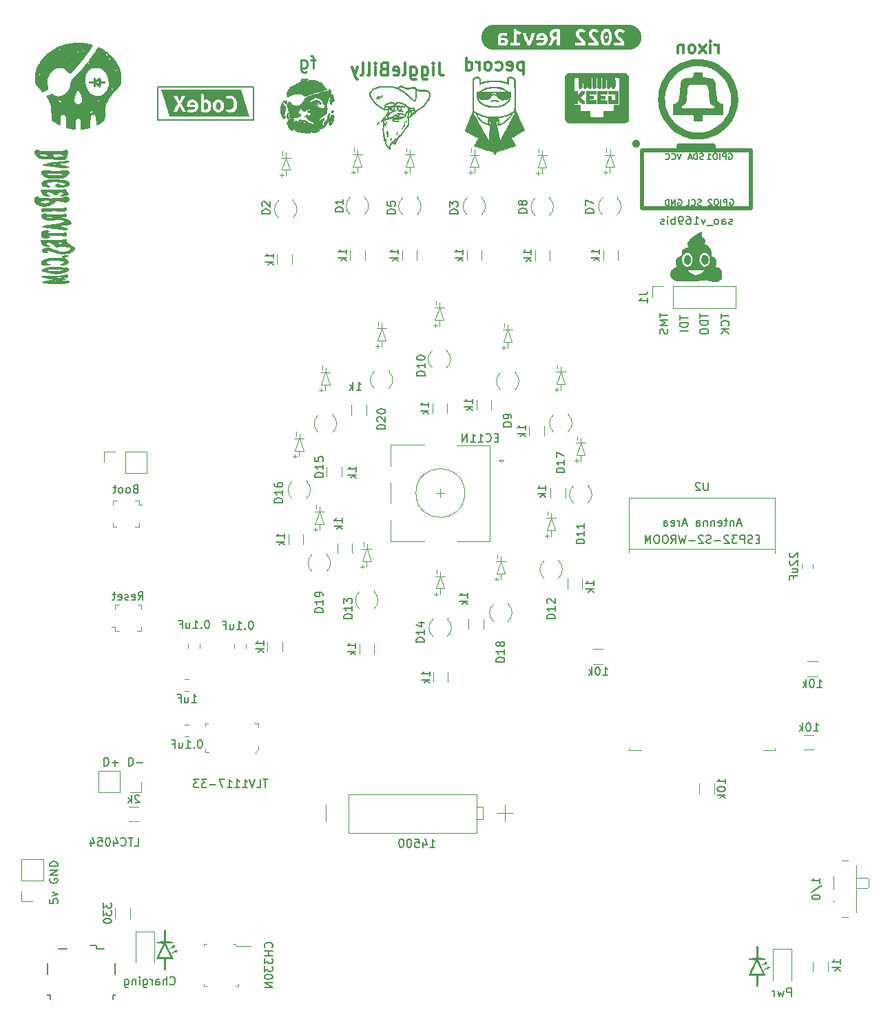
<source format=gbr>
%TF.GenerationSoftware,KiCad,Pcbnew,(6.0.0)*%
%TF.CreationDate,2022-09-03T11:38:17-05:00*%
%TF.ProjectId,BsidesKC-2022-Safe-Badge,42736964-6573-44b4-932d-323032322d53,0-c*%
%TF.SameCoordinates,Original*%
%TF.FileFunction,Legend,Bot*%
%TF.FilePolarity,Positive*%
%FSLAX46Y46*%
G04 Gerber Fmt 4.6, Leading zero omitted, Abs format (unit mm)*
G04 Created by KiCad (PCBNEW (6.0.0)) date 2022-09-03 11:38:17*
%MOMM*%
%LPD*%
G01*
G04 APERTURE LIST*
%ADD10C,0.150000*%
%ADD11C,0.250000*%
%ADD12C,0.300000*%
%ADD13C,0.500000*%
%ADD14C,0.120000*%
%ADD15C,0.010000*%
%ADD16C,0.100000*%
G04 APERTURE END LIST*
D10*
X125374400Y-40970200D02*
X113639600Y-40970200D01*
X113639600Y-40970200D02*
X113639600Y-36931600D01*
X113639600Y-36931600D02*
X125374400Y-36931600D01*
X125374400Y-36931600D02*
X125374400Y-40970200D01*
X177785780Y-64990790D02*
X177785780Y-65562219D01*
X178785780Y-65276504D02*
X177785780Y-65276504D01*
X178785780Y-65895552D02*
X177785780Y-65895552D01*
X177785780Y-66133647D01*
X177833400Y-66276504D01*
X177928638Y-66371742D01*
X178023876Y-66419361D01*
X178214352Y-66466980D01*
X178357209Y-66466980D01*
X178547685Y-66419361D01*
X178642923Y-66371742D01*
X178738161Y-66276504D01*
X178785780Y-66133647D01*
X178785780Y-65895552D01*
X178785780Y-66895552D02*
X177785780Y-66895552D01*
X175296580Y-64681266D02*
X175296580Y-65252695D01*
X176296580Y-64966980D02*
X175296580Y-64966980D01*
X176296580Y-65586028D02*
X175296580Y-65586028D01*
X176010866Y-65919361D01*
X175296580Y-66252695D01*
X176296580Y-66252695D01*
X176248961Y-66681266D02*
X176296580Y-66824123D01*
X176296580Y-67062219D01*
X176248961Y-67157457D01*
X176201342Y-67205076D01*
X176106104Y-67252695D01*
X176010866Y-67252695D01*
X175915628Y-67205076D01*
X175868009Y-67157457D01*
X175820390Y-67062219D01*
X175772771Y-66871742D01*
X175725152Y-66776504D01*
X175677533Y-66728885D01*
X175582295Y-66681266D01*
X175487057Y-66681266D01*
X175391819Y-66728885D01*
X175344200Y-66776504D01*
X175296580Y-66871742D01*
X175296580Y-67109838D01*
X175344200Y-67252695D01*
X180274980Y-64755876D02*
X180274980Y-65327304D01*
X181274980Y-65041590D02*
X180274980Y-65041590D01*
X181274980Y-65660638D02*
X180274980Y-65660638D01*
X180274980Y-65898733D01*
X180322600Y-66041590D01*
X180417838Y-66136828D01*
X180513076Y-66184447D01*
X180703552Y-66232066D01*
X180846409Y-66232066D01*
X181036885Y-66184447D01*
X181132123Y-66136828D01*
X181227361Y-66041590D01*
X181274980Y-65898733D01*
X181274980Y-65660638D01*
X180274980Y-66851114D02*
X180274980Y-67041590D01*
X180322600Y-67136828D01*
X180417838Y-67232066D01*
X180608314Y-67279685D01*
X180941647Y-67279685D01*
X181132123Y-67232066D01*
X181227361Y-67136828D01*
X181274980Y-67041590D01*
X181274980Y-66851114D01*
X181227361Y-66755876D01*
X181132123Y-66660638D01*
X180941647Y-66613019D01*
X180608314Y-66613019D01*
X180417838Y-66660638D01*
X180322600Y-66755876D01*
X180274980Y-66851114D01*
X182840380Y-64779685D02*
X182840380Y-65351114D01*
X183840380Y-65065400D02*
X182840380Y-65065400D01*
X183745142Y-66255876D02*
X183792761Y-66208257D01*
X183840380Y-66065400D01*
X183840380Y-65970161D01*
X183792761Y-65827304D01*
X183697523Y-65732066D01*
X183602285Y-65684447D01*
X183411809Y-65636828D01*
X183268952Y-65636828D01*
X183078476Y-65684447D01*
X182983238Y-65732066D01*
X182888000Y-65827304D01*
X182840380Y-65970161D01*
X182840380Y-66065400D01*
X182888000Y-66208257D01*
X182935619Y-66255876D01*
X183840380Y-66684447D02*
X182840380Y-66684447D01*
X183840380Y-67255876D02*
X183268952Y-66827304D01*
X182840380Y-67255876D02*
X183411809Y-66684447D01*
%TO.C,X1*%
X184242161Y-53765761D02*
X184146923Y-53813380D01*
X183956447Y-53813380D01*
X183861209Y-53765761D01*
X183813590Y-53670523D01*
X183813590Y-53622904D01*
X183861209Y-53527666D01*
X183956447Y-53480047D01*
X184099304Y-53480047D01*
X184194542Y-53432428D01*
X184242161Y-53337190D01*
X184242161Y-53289571D01*
X184194542Y-53194333D01*
X184099304Y-53146714D01*
X183956447Y-53146714D01*
X183861209Y-53194333D01*
X182956447Y-53813380D02*
X182956447Y-53289571D01*
X183004066Y-53194333D01*
X183099304Y-53146714D01*
X183289780Y-53146714D01*
X183385019Y-53194333D01*
X182956447Y-53765761D02*
X183051685Y-53813380D01*
X183289780Y-53813380D01*
X183385019Y-53765761D01*
X183432638Y-53670523D01*
X183432638Y-53575285D01*
X183385019Y-53480047D01*
X183289780Y-53432428D01*
X183051685Y-53432428D01*
X182956447Y-53384809D01*
X182337400Y-53813380D02*
X182432638Y-53765761D01*
X182480257Y-53718142D01*
X182527876Y-53622904D01*
X182527876Y-53337190D01*
X182480257Y-53241952D01*
X182432638Y-53194333D01*
X182337400Y-53146714D01*
X182194542Y-53146714D01*
X182099304Y-53194333D01*
X182051685Y-53241952D01*
X182004066Y-53337190D01*
X182004066Y-53622904D01*
X182051685Y-53718142D01*
X182099304Y-53765761D01*
X182194542Y-53813380D01*
X182337400Y-53813380D01*
X181813590Y-53908619D02*
X181051685Y-53908619D01*
X180908828Y-53146714D02*
X180670733Y-53813380D01*
X180432638Y-53146714D01*
X179527876Y-53813380D02*
X180099304Y-53813380D01*
X179813590Y-53813380D02*
X179813590Y-52813380D01*
X179908828Y-52956238D01*
X180004066Y-53051476D01*
X180099304Y-53099095D01*
X178670733Y-52813380D02*
X178861209Y-52813380D01*
X178956447Y-52861000D01*
X179004066Y-52908619D01*
X179099304Y-53051476D01*
X179146923Y-53241952D01*
X179146923Y-53622904D01*
X179099304Y-53718142D01*
X179051685Y-53765761D01*
X178956447Y-53813380D01*
X178765971Y-53813380D01*
X178670733Y-53765761D01*
X178623114Y-53718142D01*
X178575495Y-53622904D01*
X178575495Y-53384809D01*
X178623114Y-53289571D01*
X178670733Y-53241952D01*
X178765971Y-53194333D01*
X178956447Y-53194333D01*
X179051685Y-53241952D01*
X179099304Y-53289571D01*
X179146923Y-53384809D01*
X178099304Y-53813380D02*
X177908828Y-53813380D01*
X177813590Y-53765761D01*
X177765971Y-53718142D01*
X177670733Y-53575285D01*
X177623114Y-53384809D01*
X177623114Y-53003857D01*
X177670733Y-52908619D01*
X177718352Y-52861000D01*
X177813590Y-52813380D01*
X178004066Y-52813380D01*
X178099304Y-52861000D01*
X178146923Y-52908619D01*
X178194542Y-53003857D01*
X178194542Y-53241952D01*
X178146923Y-53337190D01*
X178099304Y-53384809D01*
X178004066Y-53432428D01*
X177813590Y-53432428D01*
X177718352Y-53384809D01*
X177670733Y-53337190D01*
X177623114Y-53241952D01*
X177194542Y-53813380D02*
X177194542Y-52813380D01*
X177194542Y-53194333D02*
X177099304Y-53146714D01*
X176908828Y-53146714D01*
X176813590Y-53194333D01*
X176765971Y-53241952D01*
X176718352Y-53337190D01*
X176718352Y-53622904D01*
X176765971Y-53718142D01*
X176813590Y-53765761D01*
X176908828Y-53813380D01*
X177099304Y-53813380D01*
X177194542Y-53765761D01*
X176289780Y-53813380D02*
X176289780Y-53146714D01*
X176289780Y-52813380D02*
X176337400Y-52861000D01*
X176289780Y-52908619D01*
X176242161Y-52861000D01*
X176289780Y-52813380D01*
X176289780Y-52908619D01*
X175861209Y-53765761D02*
X175765971Y-53813380D01*
X175575495Y-53813380D01*
X175480257Y-53765761D01*
X175432638Y-53670523D01*
X175432638Y-53622904D01*
X175480257Y-53527666D01*
X175575495Y-53480047D01*
X175718352Y-53480047D01*
X175813590Y-53432428D01*
X175861209Y-53337190D01*
X175861209Y-53289571D01*
X175813590Y-53194333D01*
X175718352Y-53146714D01*
X175575495Y-53146714D01*
X175480257Y-53194333D01*
X177961800Y-45106085D02*
X177711800Y-45856085D01*
X177461800Y-45106085D01*
X176783228Y-45784657D02*
X176818942Y-45820371D01*
X176926085Y-45856085D01*
X176997514Y-45856085D01*
X177104657Y-45820371D01*
X177176085Y-45748942D01*
X177211800Y-45677514D01*
X177247514Y-45534657D01*
X177247514Y-45427514D01*
X177211800Y-45284657D01*
X177176085Y-45213228D01*
X177104657Y-45141800D01*
X176997514Y-45106085D01*
X176926085Y-45106085D01*
X176818942Y-45141800D01*
X176783228Y-45177514D01*
X176033228Y-45784657D02*
X176068942Y-45820371D01*
X176176085Y-45856085D01*
X176247514Y-45856085D01*
X176354657Y-45820371D01*
X176426085Y-45748942D01*
X176461800Y-45677514D01*
X176497514Y-45534657D01*
X176497514Y-45427514D01*
X176461800Y-45284657D01*
X176426085Y-45213228D01*
X176354657Y-45141800D01*
X176247514Y-45106085D01*
X176176085Y-45106085D01*
X176068942Y-45141800D01*
X176033228Y-45177514D01*
X183809342Y-45116400D02*
X183880771Y-45080685D01*
X183987914Y-45080685D01*
X184095057Y-45116400D01*
X184166485Y-45187828D01*
X184202200Y-45259257D01*
X184237914Y-45402114D01*
X184237914Y-45509257D01*
X184202200Y-45652114D01*
X184166485Y-45723542D01*
X184095057Y-45794971D01*
X183987914Y-45830685D01*
X183916485Y-45830685D01*
X183809342Y-45794971D01*
X183773628Y-45759257D01*
X183773628Y-45509257D01*
X183916485Y-45509257D01*
X183452200Y-45830685D02*
X183452200Y-45080685D01*
X183166485Y-45080685D01*
X183095057Y-45116400D01*
X183059342Y-45152114D01*
X183023628Y-45223542D01*
X183023628Y-45330685D01*
X183059342Y-45402114D01*
X183095057Y-45437828D01*
X183166485Y-45473542D01*
X183452200Y-45473542D01*
X182702200Y-45830685D02*
X182702200Y-45080685D01*
X182202200Y-45080685D02*
X182059342Y-45080685D01*
X181987914Y-45116400D01*
X181916485Y-45187828D01*
X181880771Y-45330685D01*
X181880771Y-45580685D01*
X181916485Y-45723542D01*
X181987914Y-45794971D01*
X182059342Y-45830685D01*
X182202200Y-45830685D01*
X182273628Y-45794971D01*
X182345057Y-45723542D01*
X182380771Y-45580685D01*
X182380771Y-45330685D01*
X182345057Y-45187828D01*
X182273628Y-45116400D01*
X182202200Y-45080685D01*
X181166485Y-45830685D02*
X181595057Y-45830685D01*
X181380771Y-45830685D02*
X181380771Y-45080685D01*
X181452200Y-45187828D01*
X181523628Y-45259257D01*
X181595057Y-45294971D01*
X183936342Y-50755200D02*
X184007771Y-50719485D01*
X184114914Y-50719485D01*
X184222057Y-50755200D01*
X184293485Y-50826628D01*
X184329200Y-50898057D01*
X184364914Y-51040914D01*
X184364914Y-51148057D01*
X184329200Y-51290914D01*
X184293485Y-51362342D01*
X184222057Y-51433771D01*
X184114914Y-51469485D01*
X184043485Y-51469485D01*
X183936342Y-51433771D01*
X183900628Y-51398057D01*
X183900628Y-51148057D01*
X184043485Y-51148057D01*
X183579200Y-51469485D02*
X183579200Y-50719485D01*
X183293485Y-50719485D01*
X183222057Y-50755200D01*
X183186342Y-50790914D01*
X183150628Y-50862342D01*
X183150628Y-50969485D01*
X183186342Y-51040914D01*
X183222057Y-51076628D01*
X183293485Y-51112342D01*
X183579200Y-51112342D01*
X182829200Y-51469485D02*
X182829200Y-50719485D01*
X182329200Y-50719485D02*
X182186342Y-50719485D01*
X182114914Y-50755200D01*
X182043485Y-50826628D01*
X182007771Y-50969485D01*
X182007771Y-51219485D01*
X182043485Y-51362342D01*
X182114914Y-51433771D01*
X182186342Y-51469485D01*
X182329200Y-51469485D01*
X182400628Y-51433771D01*
X182472057Y-51362342D01*
X182507771Y-51219485D01*
X182507771Y-50969485D01*
X182472057Y-50826628D01*
X182400628Y-50755200D01*
X182329200Y-50719485D01*
X181722057Y-50790914D02*
X181686342Y-50755200D01*
X181614914Y-50719485D01*
X181436342Y-50719485D01*
X181364914Y-50755200D01*
X181329200Y-50790914D01*
X181293485Y-50862342D01*
X181293485Y-50933771D01*
X181329200Y-51040914D01*
X181757771Y-51469485D01*
X181293485Y-51469485D01*
X180666514Y-45794971D02*
X180559371Y-45830685D01*
X180380800Y-45830685D01*
X180309371Y-45794971D01*
X180273657Y-45759257D01*
X180237942Y-45687828D01*
X180237942Y-45616400D01*
X180273657Y-45544971D01*
X180309371Y-45509257D01*
X180380800Y-45473542D01*
X180523657Y-45437828D01*
X180595085Y-45402114D01*
X180630800Y-45366400D01*
X180666514Y-45294971D01*
X180666514Y-45223542D01*
X180630800Y-45152114D01*
X180595085Y-45116400D01*
X180523657Y-45080685D01*
X180345085Y-45080685D01*
X180237942Y-45116400D01*
X179916514Y-45830685D02*
X179916514Y-45080685D01*
X179737942Y-45080685D01*
X179630800Y-45116400D01*
X179559371Y-45187828D01*
X179523657Y-45259257D01*
X179487942Y-45402114D01*
X179487942Y-45509257D01*
X179523657Y-45652114D01*
X179559371Y-45723542D01*
X179630800Y-45794971D01*
X179737942Y-45830685D01*
X179916514Y-45830685D01*
X179202228Y-45616400D02*
X178845085Y-45616400D01*
X179273657Y-45830685D02*
X179023657Y-45080685D01*
X178773657Y-45830685D01*
X177584028Y-50780600D02*
X177655457Y-50744885D01*
X177762600Y-50744885D01*
X177869742Y-50780600D01*
X177941171Y-50852028D01*
X177976885Y-50923457D01*
X178012600Y-51066314D01*
X178012600Y-51173457D01*
X177976885Y-51316314D01*
X177941171Y-51387742D01*
X177869742Y-51459171D01*
X177762600Y-51494885D01*
X177691171Y-51494885D01*
X177584028Y-51459171D01*
X177548314Y-51423457D01*
X177548314Y-51173457D01*
X177691171Y-51173457D01*
X177226885Y-51494885D02*
X177226885Y-50744885D01*
X176798314Y-51494885D01*
X176798314Y-50744885D01*
X176441171Y-51494885D02*
X176441171Y-50744885D01*
X176262600Y-50744885D01*
X176155457Y-50780600D01*
X176084028Y-50852028D01*
X176048314Y-50923457D01*
X176012600Y-51066314D01*
X176012600Y-51173457D01*
X176048314Y-51316314D01*
X176084028Y-51387742D01*
X176155457Y-51459171D01*
X176262600Y-51494885D01*
X176441171Y-51494885D01*
X180394657Y-51459171D02*
X180287514Y-51494885D01*
X180108942Y-51494885D01*
X180037514Y-51459171D01*
X180001800Y-51423457D01*
X179966085Y-51352028D01*
X179966085Y-51280600D01*
X180001800Y-51209171D01*
X180037514Y-51173457D01*
X180108942Y-51137742D01*
X180251800Y-51102028D01*
X180323228Y-51066314D01*
X180358942Y-51030600D01*
X180394657Y-50959171D01*
X180394657Y-50887742D01*
X180358942Y-50816314D01*
X180323228Y-50780600D01*
X180251800Y-50744885D01*
X180073228Y-50744885D01*
X179966085Y-50780600D01*
X179216085Y-51423457D02*
X179251800Y-51459171D01*
X179358942Y-51494885D01*
X179430371Y-51494885D01*
X179537514Y-51459171D01*
X179608942Y-51387742D01*
X179644657Y-51316314D01*
X179680371Y-51173457D01*
X179680371Y-51066314D01*
X179644657Y-50923457D01*
X179608942Y-50852028D01*
X179537514Y-50780600D01*
X179430371Y-50744885D01*
X179358942Y-50744885D01*
X179251800Y-50780600D01*
X179216085Y-50816314D01*
X178537514Y-51494885D02*
X178894657Y-51494885D01*
X178894657Y-50744885D01*
%TO.C,D2*%
X127426980Y-52528695D02*
X126426980Y-52528695D01*
X126426980Y-52290600D01*
X126474600Y-52147742D01*
X126569838Y-52052504D01*
X126665076Y-52004885D01*
X126855552Y-51957266D01*
X126998409Y-51957266D01*
X127188885Y-52004885D01*
X127284123Y-52052504D01*
X127379361Y-52147742D01*
X127426980Y-52290600D01*
X127426980Y-52528695D01*
X126522219Y-51576314D02*
X126474600Y-51528695D01*
X126426980Y-51433457D01*
X126426980Y-51195361D01*
X126474600Y-51100123D01*
X126522219Y-51052504D01*
X126617457Y-51004885D01*
X126712695Y-51004885D01*
X126855552Y-51052504D01*
X127426980Y-51623933D01*
X127426980Y-51004885D01*
%TO.C,D8*%
X158973780Y-52401695D02*
X157973780Y-52401695D01*
X157973780Y-52163600D01*
X158021400Y-52020742D01*
X158116638Y-51925504D01*
X158211876Y-51877885D01*
X158402352Y-51830266D01*
X158545209Y-51830266D01*
X158735685Y-51877885D01*
X158830923Y-51925504D01*
X158926161Y-52020742D01*
X158973780Y-52163600D01*
X158973780Y-52401695D01*
X158402352Y-51258838D02*
X158354733Y-51354076D01*
X158307114Y-51401695D01*
X158211876Y-51449314D01*
X158164257Y-51449314D01*
X158069019Y-51401695D01*
X158021400Y-51354076D01*
X157973780Y-51258838D01*
X157973780Y-51068361D01*
X158021400Y-50973123D01*
X158069019Y-50925504D01*
X158164257Y-50877885D01*
X158211876Y-50877885D01*
X158307114Y-50925504D01*
X158354733Y-50973123D01*
X158402352Y-51068361D01*
X158402352Y-51258838D01*
X158449971Y-51354076D01*
X158497590Y-51401695D01*
X158592828Y-51449314D01*
X158783304Y-51449314D01*
X158878542Y-51401695D01*
X158926161Y-51354076D01*
X158973780Y-51258838D01*
X158973780Y-51068361D01*
X158926161Y-50973123D01*
X158878542Y-50925504D01*
X158783304Y-50877885D01*
X158592828Y-50877885D01*
X158497590Y-50925504D01*
X158449971Y-50973123D01*
X158402352Y-51068361D01*
%TO.C,D1*%
X136418580Y-52274695D02*
X135418580Y-52274695D01*
X135418580Y-52036600D01*
X135466200Y-51893742D01*
X135561438Y-51798504D01*
X135656676Y-51750885D01*
X135847152Y-51703266D01*
X135990009Y-51703266D01*
X136180485Y-51750885D01*
X136275723Y-51798504D01*
X136370961Y-51893742D01*
X136418580Y-52036600D01*
X136418580Y-52274695D01*
X136418580Y-50750885D02*
X136418580Y-51322314D01*
X136418580Y-51036600D02*
X135418580Y-51036600D01*
X135561438Y-51131838D01*
X135656676Y-51227076D01*
X135704295Y-51322314D01*
D11*
%TO.C,G\u002A\u002A\u002A*%
X132991620Y-33629868D02*
X132404953Y-33629868D01*
X132771620Y-34656534D02*
X132771620Y-33336534D01*
X132698286Y-33189868D01*
X132551620Y-33116534D01*
X132404953Y-33116534D01*
X131231620Y-33629868D02*
X131231620Y-34876534D01*
X131304953Y-35023201D01*
X131378286Y-35096534D01*
X131524953Y-35169868D01*
X131744953Y-35169868D01*
X131891620Y-35096534D01*
X131231620Y-34583201D02*
X131378286Y-34656534D01*
X131671620Y-34656534D01*
X131818286Y-34583201D01*
X131891620Y-34509868D01*
X131964953Y-34363201D01*
X131964953Y-33923201D01*
X131891620Y-33776534D01*
X131818286Y-33703201D01*
X131671620Y-33629868D01*
X131378286Y-33629868D01*
X131231620Y-33703201D01*
D10*
%TO.C,D13*%
X137510780Y-102204685D02*
X136510780Y-102204685D01*
X136510780Y-101966590D01*
X136558400Y-101823733D01*
X136653638Y-101728495D01*
X136748876Y-101680876D01*
X136939352Y-101633257D01*
X137082209Y-101633257D01*
X137272685Y-101680876D01*
X137367923Y-101728495D01*
X137463161Y-101823733D01*
X137510780Y-101966590D01*
X137510780Y-102204685D01*
X137510780Y-100680876D02*
X137510780Y-101252304D01*
X137510780Y-100966590D02*
X136510780Y-100966590D01*
X136653638Y-101061828D01*
X136748876Y-101157066D01*
X136796495Y-101252304D01*
X136510780Y-100347542D02*
X136510780Y-99728495D01*
X136891733Y-100061828D01*
X136891733Y-99918971D01*
X136939352Y-99823733D01*
X136986971Y-99776114D01*
X137082209Y-99728495D01*
X137320304Y-99728495D01*
X137415542Y-99776114D01*
X137463161Y-99823733D01*
X137510780Y-99918971D01*
X137510780Y-100204685D01*
X137463161Y-100299923D01*
X137415542Y-100347542D01*
%TO.C,D16*%
X128950980Y-87980685D02*
X127950980Y-87980685D01*
X127950980Y-87742590D01*
X127998600Y-87599733D01*
X128093838Y-87504495D01*
X128189076Y-87456876D01*
X128379552Y-87409257D01*
X128522409Y-87409257D01*
X128712885Y-87456876D01*
X128808123Y-87504495D01*
X128903361Y-87599733D01*
X128950980Y-87742590D01*
X128950980Y-87980685D01*
X128950980Y-86456876D02*
X128950980Y-87028304D01*
X128950980Y-86742590D02*
X127950980Y-86742590D01*
X128093838Y-86837828D01*
X128189076Y-86933066D01*
X128236695Y-87028304D01*
X127950980Y-85599733D02*
X127950980Y-85790209D01*
X127998600Y-85885447D01*
X128046219Y-85933066D01*
X128189076Y-86028304D01*
X128379552Y-86075923D01*
X128760504Y-86075923D01*
X128855742Y-86028304D01*
X128903361Y-85980685D01*
X128950980Y-85885447D01*
X128950980Y-85694971D01*
X128903361Y-85599733D01*
X128855742Y-85552114D01*
X128760504Y-85504495D01*
X128522409Y-85504495D01*
X128427171Y-85552114D01*
X128379552Y-85599733D01*
X128331933Y-85694971D01*
X128331933Y-85885447D01*
X128379552Y-85980685D01*
X128427171Y-86028304D01*
X128522409Y-86075923D01*
D12*
%TO.C,G\u002A\u002A\u002A*%
X158561600Y-33858400D02*
X158561600Y-35398400D01*
X158561600Y-33931733D02*
X158414933Y-33858400D01*
X158121600Y-33858400D01*
X157974933Y-33931733D01*
X157901600Y-34005066D01*
X157828266Y-34151733D01*
X157828266Y-34591733D01*
X157901600Y-34738400D01*
X157974933Y-34811733D01*
X158121600Y-34885066D01*
X158414933Y-34885066D01*
X158561600Y-34811733D01*
X156581600Y-34811733D02*
X156728266Y-34885066D01*
X157021600Y-34885066D01*
X157168266Y-34811733D01*
X157241600Y-34665066D01*
X157241600Y-34078400D01*
X157168266Y-33931733D01*
X157021600Y-33858400D01*
X156728266Y-33858400D01*
X156581600Y-33931733D01*
X156508266Y-34078400D01*
X156508266Y-34225066D01*
X157241600Y-34371733D01*
X155188266Y-34811733D02*
X155334933Y-34885066D01*
X155628266Y-34885066D01*
X155774933Y-34811733D01*
X155848266Y-34738400D01*
X155921600Y-34591733D01*
X155921600Y-34151733D01*
X155848266Y-34005066D01*
X155774933Y-33931733D01*
X155628266Y-33858400D01*
X155334933Y-33858400D01*
X155188266Y-33931733D01*
X154308266Y-34885066D02*
X154454933Y-34811733D01*
X154528266Y-34738400D01*
X154601600Y-34591733D01*
X154601600Y-34151733D01*
X154528266Y-34005066D01*
X154454933Y-33931733D01*
X154308266Y-33858400D01*
X154088266Y-33858400D01*
X153941600Y-33931733D01*
X153868266Y-34005066D01*
X153794933Y-34151733D01*
X153794933Y-34591733D01*
X153868266Y-34738400D01*
X153941600Y-34811733D01*
X154088266Y-34885066D01*
X154308266Y-34885066D01*
X153134933Y-34885066D02*
X153134933Y-33858400D01*
X153134933Y-34151733D02*
X153061600Y-34005066D01*
X152988266Y-33931733D01*
X152841600Y-33858400D01*
X152694933Y-33858400D01*
X151521600Y-34885066D02*
X151521600Y-33345066D01*
X151521600Y-34811733D02*
X151668266Y-34885066D01*
X151961600Y-34885066D01*
X152108266Y-34811733D01*
X152181600Y-34738400D01*
X152254933Y-34591733D01*
X152254933Y-34151733D01*
X152181600Y-34005066D01*
X152108266Y-33931733D01*
X151961600Y-33858400D01*
X151668266Y-33858400D01*
X151521600Y-33931733D01*
D10*
%TO.C,D19*%
X133927380Y-101440285D02*
X132927380Y-101440285D01*
X132927380Y-101202190D01*
X132975000Y-101059333D01*
X133070238Y-100964095D01*
X133165476Y-100916476D01*
X133355952Y-100868857D01*
X133498809Y-100868857D01*
X133689285Y-100916476D01*
X133784523Y-100964095D01*
X133879761Y-101059333D01*
X133927380Y-101202190D01*
X133927380Y-101440285D01*
X133927380Y-99916476D02*
X133927380Y-100487904D01*
X133927380Y-100202190D02*
X132927380Y-100202190D01*
X133070238Y-100297428D01*
X133165476Y-100392666D01*
X133213095Y-100487904D01*
X133927380Y-99440285D02*
X133927380Y-99249809D01*
X133879761Y-99154571D01*
X133832142Y-99106952D01*
X133689285Y-99011714D01*
X133498809Y-98964095D01*
X133117857Y-98964095D01*
X133022619Y-99011714D01*
X132975000Y-99059333D01*
X132927380Y-99154571D01*
X132927380Y-99345047D01*
X132975000Y-99440285D01*
X133022619Y-99487904D01*
X133117857Y-99535523D01*
X133355952Y-99535523D01*
X133451190Y-99487904D01*
X133498809Y-99440285D01*
X133546428Y-99345047D01*
X133546428Y-99154571D01*
X133498809Y-99059333D01*
X133451190Y-99011714D01*
X133355952Y-98964095D01*
%TO.C,D9*%
X157077380Y-78639095D02*
X156077380Y-78639095D01*
X156077380Y-78401000D01*
X156125000Y-78258142D01*
X156220238Y-78162904D01*
X156315476Y-78115285D01*
X156505952Y-78067666D01*
X156648809Y-78067666D01*
X156839285Y-78115285D01*
X156934523Y-78162904D01*
X157029761Y-78258142D01*
X157077380Y-78401000D01*
X157077380Y-78639095D01*
X157077380Y-77591476D02*
X157077380Y-77401000D01*
X157029761Y-77305761D01*
X156982142Y-77258142D01*
X156839285Y-77162904D01*
X156648809Y-77115285D01*
X156267857Y-77115285D01*
X156172619Y-77162904D01*
X156125000Y-77210523D01*
X156077380Y-77305761D01*
X156077380Y-77496238D01*
X156125000Y-77591476D01*
X156172619Y-77639095D01*
X156267857Y-77686714D01*
X156505952Y-77686714D01*
X156601190Y-77639095D01*
X156648809Y-77591476D01*
X156696428Y-77496238D01*
X156696428Y-77305761D01*
X156648809Y-77210523D01*
X156601190Y-77162904D01*
X156505952Y-77115285D01*
D12*
%TO.C,G\u002A\u002A\u002A*%
X148210305Y-34000707D02*
X148210305Y-35089279D01*
X148282876Y-35306993D01*
X148428019Y-35452136D01*
X148645733Y-35524707D01*
X148790876Y-35524707D01*
X147484590Y-35524707D02*
X147484590Y-34508707D01*
X147484590Y-34000707D02*
X147557162Y-34073279D01*
X147484590Y-34145850D01*
X147412019Y-34073279D01*
X147484590Y-34000707D01*
X147484590Y-34145850D01*
X146105733Y-34508707D02*
X146105733Y-35742421D01*
X146178305Y-35887564D01*
X146250876Y-35960136D01*
X146396019Y-36032707D01*
X146613733Y-36032707D01*
X146758876Y-35960136D01*
X146105733Y-35452136D02*
X146250876Y-35524707D01*
X146541162Y-35524707D01*
X146686305Y-35452136D01*
X146758876Y-35379564D01*
X146831447Y-35234421D01*
X146831447Y-34798993D01*
X146758876Y-34653850D01*
X146686305Y-34581279D01*
X146541162Y-34508707D01*
X146250876Y-34508707D01*
X146105733Y-34581279D01*
X144726876Y-34508707D02*
X144726876Y-35742421D01*
X144799447Y-35887564D01*
X144872019Y-35960136D01*
X145017162Y-36032707D01*
X145234876Y-36032707D01*
X145380019Y-35960136D01*
X144726876Y-35452136D02*
X144872019Y-35524707D01*
X145162305Y-35524707D01*
X145307447Y-35452136D01*
X145380019Y-35379564D01*
X145452590Y-35234421D01*
X145452590Y-34798993D01*
X145380019Y-34653850D01*
X145307447Y-34581279D01*
X145162305Y-34508707D01*
X144872019Y-34508707D01*
X144726876Y-34581279D01*
X143783447Y-35524707D02*
X143928590Y-35452136D01*
X144001162Y-35306993D01*
X144001162Y-34000707D01*
X142622305Y-35452136D02*
X142767447Y-35524707D01*
X143057733Y-35524707D01*
X143202876Y-35452136D01*
X143275447Y-35306993D01*
X143275447Y-34726421D01*
X143202876Y-34581279D01*
X143057733Y-34508707D01*
X142767447Y-34508707D01*
X142622305Y-34581279D01*
X142549733Y-34726421D01*
X142549733Y-34871564D01*
X143275447Y-35016707D01*
X141388590Y-34726421D02*
X141170876Y-34798993D01*
X141098305Y-34871564D01*
X141025733Y-35016707D01*
X141025733Y-35234421D01*
X141098305Y-35379564D01*
X141170876Y-35452136D01*
X141316019Y-35524707D01*
X141896590Y-35524707D01*
X141896590Y-34000707D01*
X141388590Y-34000707D01*
X141243447Y-34073279D01*
X141170876Y-34145850D01*
X141098305Y-34290993D01*
X141098305Y-34436136D01*
X141170876Y-34581279D01*
X141243447Y-34653850D01*
X141388590Y-34726421D01*
X141896590Y-34726421D01*
X140372590Y-35524707D02*
X140372590Y-34508707D01*
X140372590Y-34000707D02*
X140445162Y-34073279D01*
X140372590Y-34145850D01*
X140300019Y-34073279D01*
X140372590Y-34000707D01*
X140372590Y-34145850D01*
X139429162Y-35524707D02*
X139574305Y-35452136D01*
X139646876Y-35306993D01*
X139646876Y-34000707D01*
X138630876Y-35524707D02*
X138776019Y-35452136D01*
X138848590Y-35306993D01*
X138848590Y-34000707D01*
X138195447Y-34508707D02*
X137832590Y-35524707D01*
X137469733Y-34508707D02*
X137832590Y-35524707D01*
X137977733Y-35887564D01*
X138050305Y-35960136D01*
X138195447Y-36032707D01*
D10*
%TO.C,D20*%
X141577380Y-78965285D02*
X140577380Y-78965285D01*
X140577380Y-78727190D01*
X140625000Y-78584333D01*
X140720238Y-78489095D01*
X140815476Y-78441476D01*
X141005952Y-78393857D01*
X141148809Y-78393857D01*
X141339285Y-78441476D01*
X141434523Y-78489095D01*
X141529761Y-78584333D01*
X141577380Y-78727190D01*
X141577380Y-78965285D01*
X140672619Y-78012904D02*
X140625000Y-77965285D01*
X140577380Y-77870047D01*
X140577380Y-77631952D01*
X140625000Y-77536714D01*
X140672619Y-77489095D01*
X140767857Y-77441476D01*
X140863095Y-77441476D01*
X141005952Y-77489095D01*
X141577380Y-78060523D01*
X141577380Y-77441476D01*
X140577380Y-76822428D02*
X140577380Y-76727190D01*
X140625000Y-76631952D01*
X140672619Y-76584333D01*
X140767857Y-76536714D01*
X140958333Y-76489095D01*
X141196428Y-76489095D01*
X141386904Y-76536714D01*
X141482142Y-76584333D01*
X141529761Y-76631952D01*
X141577380Y-76727190D01*
X141577380Y-76822428D01*
X141529761Y-76917666D01*
X141482142Y-76965285D01*
X141386904Y-77012904D01*
X141196428Y-77060523D01*
X140958333Y-77060523D01*
X140767857Y-77012904D01*
X140672619Y-76965285D01*
X140625000Y-76917666D01*
X140577380Y-76822428D01*
%TO.C,D7*%
X167203380Y-52401695D02*
X166203380Y-52401695D01*
X166203380Y-52163600D01*
X166251000Y-52020742D01*
X166346238Y-51925504D01*
X166441476Y-51877885D01*
X166631952Y-51830266D01*
X166774809Y-51830266D01*
X166965285Y-51877885D01*
X167060523Y-51925504D01*
X167155761Y-52020742D01*
X167203380Y-52163600D01*
X167203380Y-52401695D01*
X166203380Y-51496933D02*
X166203380Y-50830266D01*
X167203380Y-51258838D01*
%TO.C,D14*%
X146375380Y-105100285D02*
X145375380Y-105100285D01*
X145375380Y-104862190D01*
X145423000Y-104719333D01*
X145518238Y-104624095D01*
X145613476Y-104576476D01*
X145803952Y-104528857D01*
X145946809Y-104528857D01*
X146137285Y-104576476D01*
X146232523Y-104624095D01*
X146327761Y-104719333D01*
X146375380Y-104862190D01*
X146375380Y-105100285D01*
X146375380Y-103576476D02*
X146375380Y-104147904D01*
X146375380Y-103862190D02*
X145375380Y-103862190D01*
X145518238Y-103957428D01*
X145613476Y-104052666D01*
X145661095Y-104147904D01*
X145708714Y-102719333D02*
X146375380Y-102719333D01*
X145327761Y-102957428D02*
X146042047Y-103195523D01*
X146042047Y-102576476D01*
%TO.C,D18*%
X156227380Y-107540285D02*
X155227380Y-107540285D01*
X155227380Y-107302190D01*
X155275000Y-107159333D01*
X155370238Y-107064095D01*
X155465476Y-107016476D01*
X155655952Y-106968857D01*
X155798809Y-106968857D01*
X155989285Y-107016476D01*
X156084523Y-107064095D01*
X156179761Y-107159333D01*
X156227380Y-107302190D01*
X156227380Y-107540285D01*
X156227380Y-106016476D02*
X156227380Y-106587904D01*
X156227380Y-106302190D02*
X155227380Y-106302190D01*
X155370238Y-106397428D01*
X155465476Y-106492666D01*
X155513095Y-106587904D01*
X155655952Y-105445047D02*
X155608333Y-105540285D01*
X155560714Y-105587904D01*
X155465476Y-105635523D01*
X155417857Y-105635523D01*
X155322619Y-105587904D01*
X155275000Y-105540285D01*
X155227380Y-105445047D01*
X155227380Y-105254571D01*
X155275000Y-105159333D01*
X155322619Y-105111714D01*
X155417857Y-105064095D01*
X155465476Y-105064095D01*
X155560714Y-105111714D01*
X155608333Y-105159333D01*
X155655952Y-105254571D01*
X155655952Y-105445047D01*
X155703571Y-105540285D01*
X155751190Y-105587904D01*
X155846428Y-105635523D01*
X156036904Y-105635523D01*
X156132142Y-105587904D01*
X156179761Y-105540285D01*
X156227380Y-105445047D01*
X156227380Y-105254571D01*
X156179761Y-105159333D01*
X156132142Y-105111714D01*
X156036904Y-105064095D01*
X155846428Y-105064095D01*
X155751190Y-105111714D01*
X155703571Y-105159333D01*
X155655952Y-105254571D01*
%TO.C,D10*%
X146426180Y-72385085D02*
X145426180Y-72385085D01*
X145426180Y-72146990D01*
X145473800Y-72004133D01*
X145569038Y-71908895D01*
X145664276Y-71861276D01*
X145854752Y-71813657D01*
X145997609Y-71813657D01*
X146188085Y-71861276D01*
X146283323Y-71908895D01*
X146378561Y-72004133D01*
X146426180Y-72146990D01*
X146426180Y-72385085D01*
X146426180Y-70861276D02*
X146426180Y-71432704D01*
X146426180Y-71146990D02*
X145426180Y-71146990D01*
X145569038Y-71242228D01*
X145664276Y-71337466D01*
X145711895Y-71432704D01*
X145426180Y-70242228D02*
X145426180Y-70146990D01*
X145473800Y-70051752D01*
X145521419Y-70004133D01*
X145616657Y-69956514D01*
X145807133Y-69908895D01*
X146045228Y-69908895D01*
X146235704Y-69956514D01*
X146330942Y-70004133D01*
X146378561Y-70051752D01*
X146426180Y-70146990D01*
X146426180Y-70242228D01*
X146378561Y-70337466D01*
X146330942Y-70385085D01*
X146235704Y-70432704D01*
X146045228Y-70480323D01*
X145807133Y-70480323D01*
X145616657Y-70432704D01*
X145521419Y-70385085D01*
X145473800Y-70337466D01*
X145426180Y-70242228D01*
D12*
%TO.C,G\u002A\u002A\u002A*%
X182502628Y-32769628D02*
X182502628Y-31753628D01*
X182502628Y-32043914D02*
X182430057Y-31898771D01*
X182357485Y-31826200D01*
X182212342Y-31753628D01*
X182067200Y-31753628D01*
X181559200Y-32769628D02*
X181559200Y-31753628D01*
X181559200Y-31245628D02*
X181631771Y-31318200D01*
X181559200Y-31390771D01*
X181486628Y-31318200D01*
X181559200Y-31245628D01*
X181559200Y-31390771D01*
X180978628Y-32769628D02*
X180180342Y-31753628D01*
X180978628Y-31753628D02*
X180180342Y-32769628D01*
X179382057Y-32769628D02*
X179527200Y-32697057D01*
X179599771Y-32624485D01*
X179672342Y-32479342D01*
X179672342Y-32043914D01*
X179599771Y-31898771D01*
X179527200Y-31826200D01*
X179382057Y-31753628D01*
X179164342Y-31753628D01*
X179019200Y-31826200D01*
X178946628Y-31898771D01*
X178874057Y-32043914D01*
X178874057Y-32479342D01*
X178946628Y-32624485D01*
X179019200Y-32697057D01*
X179164342Y-32769628D01*
X179382057Y-32769628D01*
X178220914Y-31753628D02*
X178220914Y-32769628D01*
X178220914Y-31898771D02*
X178148342Y-31826200D01*
X178003200Y-31753628D01*
X177785485Y-31753628D01*
X177640342Y-31826200D01*
X177567771Y-31971342D01*
X177567771Y-32769628D01*
D10*
%TO.C,D17*%
X163602380Y-84290285D02*
X162602380Y-84290285D01*
X162602380Y-84052190D01*
X162650000Y-83909333D01*
X162745238Y-83814095D01*
X162840476Y-83766476D01*
X163030952Y-83718857D01*
X163173809Y-83718857D01*
X163364285Y-83766476D01*
X163459523Y-83814095D01*
X163554761Y-83909333D01*
X163602380Y-84052190D01*
X163602380Y-84290285D01*
X163602380Y-82766476D02*
X163602380Y-83337904D01*
X163602380Y-83052190D02*
X162602380Y-83052190D01*
X162745238Y-83147428D01*
X162840476Y-83242666D01*
X162888095Y-83337904D01*
X162602380Y-82433142D02*
X162602380Y-81766476D01*
X163602380Y-82195047D01*
%TO.C,D5*%
X142819380Y-52503295D02*
X141819380Y-52503295D01*
X141819380Y-52265200D01*
X141867000Y-52122342D01*
X141962238Y-52027104D01*
X142057476Y-51979485D01*
X142247952Y-51931866D01*
X142390809Y-51931866D01*
X142581285Y-51979485D01*
X142676523Y-52027104D01*
X142771761Y-52122342D01*
X142819380Y-52265200D01*
X142819380Y-52503295D01*
X141819380Y-51027104D02*
X141819380Y-51503295D01*
X142295571Y-51550914D01*
X142247952Y-51503295D01*
X142200333Y-51408057D01*
X142200333Y-51169961D01*
X142247952Y-51074723D01*
X142295571Y-51027104D01*
X142390809Y-50979485D01*
X142628904Y-50979485D01*
X142724142Y-51027104D01*
X142771761Y-51074723D01*
X142819380Y-51169961D01*
X142819380Y-51408057D01*
X142771761Y-51503295D01*
X142724142Y-51550914D01*
%TO.C,D12*%
X162427380Y-102240285D02*
X161427380Y-102240285D01*
X161427380Y-102002190D01*
X161475000Y-101859333D01*
X161570238Y-101764095D01*
X161665476Y-101716476D01*
X161855952Y-101668857D01*
X161998809Y-101668857D01*
X162189285Y-101716476D01*
X162284523Y-101764095D01*
X162379761Y-101859333D01*
X162427380Y-102002190D01*
X162427380Y-102240285D01*
X162427380Y-100716476D02*
X162427380Y-101287904D01*
X162427380Y-101002190D02*
X161427380Y-101002190D01*
X161570238Y-101097428D01*
X161665476Y-101192666D01*
X161713095Y-101287904D01*
X161522619Y-100335523D02*
X161475000Y-100287904D01*
X161427380Y-100192666D01*
X161427380Y-99954571D01*
X161475000Y-99859333D01*
X161522619Y-99811714D01*
X161617857Y-99764095D01*
X161713095Y-99764095D01*
X161855952Y-99811714D01*
X162427380Y-100383142D01*
X162427380Y-99764095D01*
%TO.C,D11*%
X166052380Y-93015285D02*
X165052380Y-93015285D01*
X165052380Y-92777190D01*
X165100000Y-92634333D01*
X165195238Y-92539095D01*
X165290476Y-92491476D01*
X165480952Y-92443857D01*
X165623809Y-92443857D01*
X165814285Y-92491476D01*
X165909523Y-92539095D01*
X166004761Y-92634333D01*
X166052380Y-92777190D01*
X166052380Y-93015285D01*
X166052380Y-91491476D02*
X166052380Y-92062904D01*
X166052380Y-91777190D02*
X165052380Y-91777190D01*
X165195238Y-91872428D01*
X165290476Y-91967666D01*
X165338095Y-92062904D01*
X166052380Y-90539095D02*
X166052380Y-91110523D01*
X166052380Y-90824809D02*
X165052380Y-90824809D01*
X165195238Y-90920047D01*
X165290476Y-91015285D01*
X165338095Y-91110523D01*
%TO.C,D3*%
X150490180Y-52528695D02*
X149490180Y-52528695D01*
X149490180Y-52290600D01*
X149537800Y-52147742D01*
X149633038Y-52052504D01*
X149728276Y-52004885D01*
X149918752Y-51957266D01*
X150061609Y-51957266D01*
X150252085Y-52004885D01*
X150347323Y-52052504D01*
X150442561Y-52147742D01*
X150490180Y-52290600D01*
X150490180Y-52528695D01*
X149490180Y-51623933D02*
X149490180Y-51004885D01*
X149871133Y-51338219D01*
X149871133Y-51195361D01*
X149918752Y-51100123D01*
X149966371Y-51052504D01*
X150061609Y-51004885D01*
X150299704Y-51004885D01*
X150394942Y-51052504D01*
X150442561Y-51100123D01*
X150490180Y-51195361D01*
X150490180Y-51481076D01*
X150442561Y-51576314D01*
X150394942Y-51623933D01*
%TO.C,D15*%
X133954780Y-84831085D02*
X132954780Y-84831085D01*
X132954780Y-84592990D01*
X133002400Y-84450133D01*
X133097638Y-84354895D01*
X133192876Y-84307276D01*
X133383352Y-84259657D01*
X133526209Y-84259657D01*
X133716685Y-84307276D01*
X133811923Y-84354895D01*
X133907161Y-84450133D01*
X133954780Y-84592990D01*
X133954780Y-84831085D01*
X133954780Y-83307276D02*
X133954780Y-83878704D01*
X133954780Y-83592990D02*
X132954780Y-83592990D01*
X133097638Y-83688228D01*
X133192876Y-83783466D01*
X133240495Y-83878704D01*
X132954780Y-82402514D02*
X132954780Y-82878704D01*
X133430971Y-82926323D01*
X133383352Y-82878704D01*
X133335733Y-82783466D01*
X133335733Y-82545371D01*
X133383352Y-82450133D01*
X133430971Y-82402514D01*
X133526209Y-82354895D01*
X133764304Y-82354895D01*
X133859542Y-82402514D01*
X133907161Y-82450133D01*
X133954780Y-82545371D01*
X133954780Y-82783466D01*
X133907161Y-82878704D01*
X133859542Y-82926323D01*
%TO.C,D6*%
X191468238Y-148585180D02*
X191468238Y-147585180D01*
X191087285Y-147585180D01*
X190992047Y-147632800D01*
X190944428Y-147680419D01*
X190896809Y-147775657D01*
X190896809Y-147918514D01*
X190944428Y-148013752D01*
X190992047Y-148061371D01*
X191087285Y-148108990D01*
X191468238Y-148108990D01*
X190563476Y-147918514D02*
X190373000Y-148585180D01*
X190182523Y-148108990D01*
X189992047Y-148585180D01*
X189801571Y-147918514D01*
X189420619Y-148585180D02*
X189420619Y-147918514D01*
X189420619Y-148108990D02*
X189373000Y-148013752D01*
X189325380Y-147966133D01*
X189230142Y-147918514D01*
X189134904Y-147918514D01*
%TO.C,D4*%
X115149000Y-147092942D02*
X115196619Y-147140561D01*
X115339476Y-147188180D01*
X115434714Y-147188180D01*
X115577571Y-147140561D01*
X115672809Y-147045323D01*
X115720428Y-146950085D01*
X115768047Y-146759609D01*
X115768047Y-146616752D01*
X115720428Y-146426276D01*
X115672809Y-146331038D01*
X115577571Y-146235800D01*
X115434714Y-146188180D01*
X115339476Y-146188180D01*
X115196619Y-146235800D01*
X115149000Y-146283419D01*
X114720428Y-147188180D02*
X114720428Y-146188180D01*
X114291857Y-147188180D02*
X114291857Y-146664371D01*
X114339476Y-146569133D01*
X114434714Y-146521514D01*
X114577571Y-146521514D01*
X114672809Y-146569133D01*
X114720428Y-146616752D01*
X113387095Y-147188180D02*
X113387095Y-146664371D01*
X113434714Y-146569133D01*
X113529952Y-146521514D01*
X113720428Y-146521514D01*
X113815666Y-146569133D01*
X113387095Y-147140561D02*
X113482333Y-147188180D01*
X113720428Y-147188180D01*
X113815666Y-147140561D01*
X113863285Y-147045323D01*
X113863285Y-146950085D01*
X113815666Y-146854847D01*
X113720428Y-146807228D01*
X113482333Y-146807228D01*
X113387095Y-146759609D01*
X112910904Y-147188180D02*
X112910904Y-146521514D01*
X112910904Y-146711990D02*
X112863285Y-146616752D01*
X112815666Y-146569133D01*
X112720428Y-146521514D01*
X112625190Y-146521514D01*
X111863285Y-146521514D02*
X111863285Y-147331038D01*
X111910904Y-147426276D01*
X111958523Y-147473895D01*
X112053761Y-147521514D01*
X112196619Y-147521514D01*
X112291857Y-147473895D01*
X111863285Y-147140561D02*
X111958523Y-147188180D01*
X112149000Y-147188180D01*
X112244238Y-147140561D01*
X112291857Y-147092942D01*
X112339476Y-146997704D01*
X112339476Y-146711990D01*
X112291857Y-146616752D01*
X112244238Y-146569133D01*
X112149000Y-146521514D01*
X111958523Y-146521514D01*
X111863285Y-146569133D01*
X111387095Y-147188180D02*
X111387095Y-146521514D01*
X111387095Y-146188180D02*
X111434714Y-146235800D01*
X111387095Y-146283419D01*
X111339476Y-146235800D01*
X111387095Y-146188180D01*
X111387095Y-146283419D01*
X110910904Y-146521514D02*
X110910904Y-147188180D01*
X110910904Y-146616752D02*
X110863285Y-146569133D01*
X110768047Y-146521514D01*
X110625190Y-146521514D01*
X110529952Y-146569133D01*
X110482333Y-146664371D01*
X110482333Y-147188180D01*
X109577571Y-146521514D02*
X109577571Y-147331038D01*
X109625190Y-147426276D01*
X109672809Y-147473895D01*
X109768047Y-147521514D01*
X109910904Y-147521514D01*
X110006142Y-147473895D01*
X109577571Y-147140561D02*
X109672809Y-147188180D01*
X109863285Y-147188180D01*
X109958523Y-147140561D01*
X110006142Y-147092942D01*
X110053761Y-146997704D01*
X110053761Y-146711990D01*
X110006142Y-146616752D01*
X109958523Y-146569133D01*
X109863285Y-146521514D01*
X109672809Y-146521514D01*
X109577571Y-146569133D01*
%TO.C,R3*%
X111365476Y-123952619D02*
X111317857Y-123905000D01*
X111222619Y-123857380D01*
X110984523Y-123857380D01*
X110889285Y-123905000D01*
X110841666Y-123952619D01*
X110794047Y-124047857D01*
X110794047Y-124143095D01*
X110841666Y-124285952D01*
X111413095Y-124857380D01*
X110794047Y-124857380D01*
X110365476Y-124857380D02*
X110365476Y-123857380D01*
X110270238Y-124476428D02*
X109984523Y-124857380D01*
X109984523Y-124190714D02*
X110365476Y-124571666D01*
%TO.C,J5*%
X100341180Y-136667619D02*
X100341180Y-137143809D01*
X100817371Y-137191428D01*
X100769752Y-137143809D01*
X100722133Y-137048571D01*
X100722133Y-136810476D01*
X100769752Y-136715238D01*
X100817371Y-136667619D01*
X100912609Y-136620000D01*
X101150704Y-136620000D01*
X101245942Y-136667619D01*
X101293561Y-136715238D01*
X101341180Y-136810476D01*
X101341180Y-137048571D01*
X101293561Y-137143809D01*
X101245942Y-137191428D01*
X100674514Y-136286666D02*
X101341180Y-136048571D01*
X100674514Y-135810476D01*
X100388800Y-134143809D02*
X100341180Y-134239047D01*
X100341180Y-134381904D01*
X100388800Y-134524761D01*
X100484038Y-134620000D01*
X100579276Y-134667619D01*
X100769752Y-134715238D01*
X100912609Y-134715238D01*
X101103085Y-134667619D01*
X101198323Y-134620000D01*
X101293561Y-134524761D01*
X101341180Y-134381904D01*
X101341180Y-134286666D01*
X101293561Y-134143809D01*
X101245942Y-134096190D01*
X100912609Y-134096190D01*
X100912609Y-134286666D01*
X101341180Y-133667619D02*
X100341180Y-133667619D01*
X101341180Y-133096190D01*
X100341180Y-133096190D01*
X101341180Y-132620000D02*
X100341180Y-132620000D01*
X100341180Y-132381904D01*
X100388800Y-132239047D01*
X100484038Y-132143809D01*
X100579276Y-132096190D01*
X100769752Y-132048571D01*
X100912609Y-132048571D01*
X101103085Y-132096190D01*
X101198323Y-132143809D01*
X101293561Y-132239047D01*
X101341180Y-132381904D01*
X101341180Y-132620000D01*
%TO.C,R16*%
X168336838Y-109155580D02*
X168908266Y-109155580D01*
X168622552Y-109155580D02*
X168622552Y-108155580D01*
X168717790Y-108298438D01*
X168813028Y-108393676D01*
X168908266Y-108441295D01*
X167717790Y-108155580D02*
X167622552Y-108155580D01*
X167527314Y-108203200D01*
X167479695Y-108250819D01*
X167432076Y-108346057D01*
X167384457Y-108536533D01*
X167384457Y-108774628D01*
X167432076Y-108965104D01*
X167479695Y-109060342D01*
X167527314Y-109107961D01*
X167622552Y-109155580D01*
X167717790Y-109155580D01*
X167813028Y-109107961D01*
X167860647Y-109060342D01*
X167908266Y-108965104D01*
X167955885Y-108774628D01*
X167955885Y-108536533D01*
X167908266Y-108346057D01*
X167860647Y-108250819D01*
X167813028Y-108203200D01*
X167717790Y-108155580D01*
X166955885Y-109155580D02*
X166955885Y-108155580D01*
X166860647Y-108774628D02*
X166574933Y-109155580D01*
X166574933Y-108488914D02*
X166955885Y-108869866D01*
%TO.C,R10*%
X152327780Y-75826952D02*
X152327780Y-75255523D01*
X152327780Y-75541238D02*
X151327780Y-75541238D01*
X151470638Y-75446000D01*
X151565876Y-75350761D01*
X151613495Y-75255523D01*
X152327780Y-76255523D02*
X151327780Y-76255523D01*
X151946828Y-76350761D02*
X152327780Y-76636476D01*
X151661114Y-76636476D02*
X152042066Y-76255523D01*
%TO.C,U4*%
X127145238Y-121977380D02*
X126573809Y-121977380D01*
X126859523Y-122977380D02*
X126859523Y-121977380D01*
X125764285Y-122977380D02*
X126240476Y-122977380D01*
X126240476Y-121977380D01*
X125573809Y-121977380D02*
X125240476Y-122977380D01*
X124907142Y-121977380D01*
X124050000Y-122977380D02*
X124621428Y-122977380D01*
X124335714Y-122977380D02*
X124335714Y-121977380D01*
X124430952Y-122120238D01*
X124526190Y-122215476D01*
X124621428Y-122263095D01*
X123097619Y-122977380D02*
X123669047Y-122977380D01*
X123383333Y-122977380D02*
X123383333Y-121977380D01*
X123478571Y-122120238D01*
X123573809Y-122215476D01*
X123669047Y-122263095D01*
X122145238Y-122977380D02*
X122716666Y-122977380D01*
X122430952Y-122977380D02*
X122430952Y-121977380D01*
X122526190Y-122120238D01*
X122621428Y-122215476D01*
X122716666Y-122263095D01*
X121811904Y-121977380D02*
X121145238Y-121977380D01*
X121573809Y-122977380D01*
X120764285Y-122596428D02*
X120002380Y-122596428D01*
X119621428Y-121977380D02*
X119002380Y-121977380D01*
X119335714Y-122358333D01*
X119192857Y-122358333D01*
X119097619Y-122405952D01*
X119050000Y-122453571D01*
X119002380Y-122548809D01*
X119002380Y-122786904D01*
X119050000Y-122882142D01*
X119097619Y-122929761D01*
X119192857Y-122977380D01*
X119478571Y-122977380D01*
X119573809Y-122929761D01*
X119621428Y-122882142D01*
X118669047Y-121977380D02*
X118050000Y-121977380D01*
X118383333Y-122358333D01*
X118240476Y-122358333D01*
X118145238Y-122405952D01*
X118097619Y-122453571D01*
X118050000Y-122548809D01*
X118050000Y-122786904D01*
X118097619Y-122882142D01*
X118145238Y-122929761D01*
X118240476Y-122977380D01*
X118526190Y-122977380D01*
X118621428Y-122929761D01*
X118669047Y-122882142D01*
%TO.C,R15*%
X147019180Y-109278752D02*
X147019180Y-108707323D01*
X147019180Y-108993038D02*
X146019180Y-108993038D01*
X146162038Y-108897800D01*
X146257276Y-108802561D01*
X146304895Y-108707323D01*
X147019180Y-109707323D02*
X146019180Y-109707323D01*
X146638228Y-109802561D02*
X147019180Y-110088276D01*
X146352514Y-110088276D02*
X146733466Y-109707323D01*
%TO.C,SW_Reset1*%
X111220095Y-99930380D02*
X111553428Y-99454190D01*
X111791523Y-99930380D02*
X111791523Y-98930380D01*
X111410571Y-98930380D01*
X111315333Y-98978000D01*
X111267714Y-99025619D01*
X111220095Y-99120857D01*
X111220095Y-99263714D01*
X111267714Y-99358952D01*
X111315333Y-99406571D01*
X111410571Y-99454190D01*
X111791523Y-99454190D01*
X110410571Y-99882761D02*
X110505809Y-99930380D01*
X110696285Y-99930380D01*
X110791523Y-99882761D01*
X110839142Y-99787523D01*
X110839142Y-99406571D01*
X110791523Y-99311333D01*
X110696285Y-99263714D01*
X110505809Y-99263714D01*
X110410571Y-99311333D01*
X110362952Y-99406571D01*
X110362952Y-99501809D01*
X110839142Y-99597047D01*
X109982000Y-99882761D02*
X109886761Y-99930380D01*
X109696285Y-99930380D01*
X109601047Y-99882761D01*
X109553428Y-99787523D01*
X109553428Y-99739904D01*
X109601047Y-99644666D01*
X109696285Y-99597047D01*
X109839142Y-99597047D01*
X109934380Y-99549428D01*
X109982000Y-99454190D01*
X109982000Y-99406571D01*
X109934380Y-99311333D01*
X109839142Y-99263714D01*
X109696285Y-99263714D01*
X109601047Y-99311333D01*
X108743904Y-99882761D02*
X108839142Y-99930380D01*
X109029619Y-99930380D01*
X109124857Y-99882761D01*
X109172476Y-99787523D01*
X109172476Y-99406571D01*
X109124857Y-99311333D01*
X109029619Y-99263714D01*
X108839142Y-99263714D01*
X108743904Y-99311333D01*
X108696285Y-99406571D01*
X108696285Y-99501809D01*
X109172476Y-99597047D01*
X108410571Y-99263714D02*
X108029619Y-99263714D01*
X108267714Y-98930380D02*
X108267714Y-99787523D01*
X108220095Y-99882761D01*
X108124857Y-99930380D01*
X108029619Y-99930380D01*
%TO.C,1/0*%
X195016780Y-134693114D02*
X195016780Y-134121685D01*
X195016780Y-134407400D02*
X194016780Y-134407400D01*
X194159638Y-134312161D01*
X194254876Y-134216923D01*
X194302495Y-134121685D01*
X193969161Y-135835971D02*
X195254876Y-134978828D01*
X194016780Y-136359780D02*
X194016780Y-136455019D01*
X194064400Y-136550257D01*
X194112019Y-136597876D01*
X194207257Y-136645495D01*
X194397733Y-136693114D01*
X194635828Y-136693114D01*
X194826304Y-136645495D01*
X194921542Y-136597876D01*
X194969161Y-136550257D01*
X195016780Y-136455019D01*
X195016780Y-136359780D01*
X194969161Y-136264542D01*
X194921542Y-136216923D01*
X194826304Y-136169304D01*
X194635828Y-136121685D01*
X194397733Y-136121685D01*
X194207257Y-136169304D01*
X194112019Y-136216923D01*
X194064400Y-136264542D01*
X194016780Y-136359780D01*
%TO.C,SW2*%
X110847047Y-86263171D02*
X110704190Y-86310790D01*
X110656571Y-86358409D01*
X110608952Y-86453647D01*
X110608952Y-86596504D01*
X110656571Y-86691742D01*
X110704190Y-86739361D01*
X110799428Y-86786980D01*
X111180380Y-86786980D01*
X111180380Y-85786980D01*
X110847047Y-85786980D01*
X110751809Y-85834600D01*
X110704190Y-85882219D01*
X110656571Y-85977457D01*
X110656571Y-86072695D01*
X110704190Y-86167933D01*
X110751809Y-86215552D01*
X110847047Y-86263171D01*
X111180380Y-86263171D01*
X110037523Y-86786980D02*
X110132761Y-86739361D01*
X110180380Y-86691742D01*
X110228000Y-86596504D01*
X110228000Y-86310790D01*
X110180380Y-86215552D01*
X110132761Y-86167933D01*
X110037523Y-86120314D01*
X109894666Y-86120314D01*
X109799428Y-86167933D01*
X109751809Y-86215552D01*
X109704190Y-86310790D01*
X109704190Y-86596504D01*
X109751809Y-86691742D01*
X109799428Y-86739361D01*
X109894666Y-86786980D01*
X110037523Y-86786980D01*
X109132761Y-86786980D02*
X109228000Y-86739361D01*
X109275619Y-86691742D01*
X109323238Y-86596504D01*
X109323238Y-86310790D01*
X109275619Y-86215552D01*
X109228000Y-86167933D01*
X109132761Y-86120314D01*
X108989904Y-86120314D01*
X108894666Y-86167933D01*
X108847047Y-86215552D01*
X108799428Y-86310790D01*
X108799428Y-86596504D01*
X108847047Y-86691742D01*
X108894666Y-86739361D01*
X108989904Y-86786980D01*
X109132761Y-86786980D01*
X108513714Y-86120314D02*
X108132761Y-86120314D01*
X108370857Y-85786980D02*
X108370857Y-86644123D01*
X108323238Y-86739361D01*
X108228000Y-86786980D01*
X108132761Y-86786980D01*
%TO.C,J3*%
X107016847Y-120289580D02*
X107016847Y-119289580D01*
X107254942Y-119289580D01*
X107397800Y-119337200D01*
X107493038Y-119432438D01*
X107540657Y-119527676D01*
X107588276Y-119718152D01*
X107588276Y-119861009D01*
X107540657Y-120051485D01*
X107493038Y-120146723D01*
X107397800Y-120241961D01*
X107254942Y-120289580D01*
X107016847Y-120289580D01*
X108016847Y-119908628D02*
X108778752Y-119908628D01*
X108397800Y-120289580D02*
X108397800Y-119527676D01*
X110016847Y-120289580D02*
X110016847Y-119289580D01*
X110254942Y-119289580D01*
X110397800Y-119337200D01*
X110493038Y-119432438D01*
X110540657Y-119527676D01*
X110588276Y-119718152D01*
X110588276Y-119861009D01*
X110540657Y-120051485D01*
X110493038Y-120146723D01*
X110397800Y-120241961D01*
X110254942Y-120289580D01*
X110016847Y-120289580D01*
X111016847Y-119908628D02*
X111778752Y-119908628D01*
%TO.C,R20*%
X158830180Y-79052752D02*
X158830180Y-78481323D01*
X158830180Y-78767038D02*
X157830180Y-78767038D01*
X157973038Y-78671800D01*
X158068276Y-78576561D01*
X158115895Y-78481323D01*
X158830180Y-79481323D02*
X157830180Y-79481323D01*
X158449228Y-79576561D02*
X158830180Y-79862276D01*
X158163514Y-79862276D02*
X158544466Y-79481323D01*
%TO.C,R6*%
X197505580Y-144635552D02*
X197505580Y-144064123D01*
X197505580Y-144349838D02*
X196505580Y-144349838D01*
X196648438Y-144254600D01*
X196743676Y-144159361D01*
X196791295Y-144064123D01*
X197505580Y-145064123D02*
X196505580Y-145064123D01*
X197124628Y-145159361D02*
X197505580Y-145445076D01*
X196838914Y-145445076D02*
X197219866Y-145064123D01*
%TO.C,C2*%
X191347619Y-94132142D02*
X191300000Y-94179761D01*
X191252380Y-94275000D01*
X191252380Y-94513095D01*
X191300000Y-94608333D01*
X191347619Y-94655952D01*
X191442857Y-94703571D01*
X191538095Y-94703571D01*
X191680952Y-94655952D01*
X192252380Y-94084523D01*
X192252380Y-94703571D01*
X191347619Y-95084523D02*
X191300000Y-95132142D01*
X191252380Y-95227380D01*
X191252380Y-95465476D01*
X191300000Y-95560714D01*
X191347619Y-95608333D01*
X191442857Y-95655952D01*
X191538095Y-95655952D01*
X191680952Y-95608333D01*
X192252380Y-95036904D01*
X192252380Y-95655952D01*
X191585714Y-96513095D02*
X192252380Y-96513095D01*
X191585714Y-96084523D02*
X192109523Y-96084523D01*
X192204761Y-96132142D01*
X192252380Y-96227380D01*
X192252380Y-96370238D01*
X192204761Y-96465476D01*
X192157142Y-96513095D01*
X191728571Y-97322619D02*
X191728571Y-96989285D01*
X192252380Y-96989285D02*
X191252380Y-96989285D01*
X191252380Y-97465476D01*
%TO.C,R24*%
X138041047Y-74163180D02*
X138612476Y-74163180D01*
X138326761Y-74163180D02*
X138326761Y-73163180D01*
X138422000Y-73306038D01*
X138517238Y-73401276D01*
X138612476Y-73448895D01*
X137612476Y-74163180D02*
X137612476Y-73163180D01*
X137517238Y-73782228D02*
X137231523Y-74163180D01*
X137231523Y-73496514D02*
X137612476Y-73877466D01*
%TO.C,R22*%
X151683980Y-99652152D02*
X151683980Y-99080723D01*
X151683980Y-99366438D02*
X150683980Y-99366438D01*
X150826838Y-99271200D01*
X150922076Y-99175961D01*
X150969695Y-99080723D01*
X151683980Y-100080723D02*
X150683980Y-100080723D01*
X151303028Y-100175961D02*
X151683980Y-100461676D01*
X151017314Y-100461676D02*
X151398266Y-100080723D01*
%TO.C,U2*%
X181279704Y-85501780D02*
X181279704Y-86311304D01*
X181232085Y-86406542D01*
X181184466Y-86454161D01*
X181089228Y-86501780D01*
X180898752Y-86501780D01*
X180803514Y-86454161D01*
X180755895Y-86406542D01*
X180708276Y-86311304D01*
X180708276Y-85501780D01*
X180279704Y-85597019D02*
X180232085Y-85549400D01*
X180136847Y-85501780D01*
X179898752Y-85501780D01*
X179803514Y-85549400D01*
X179755895Y-85597019D01*
X179708276Y-85692257D01*
X179708276Y-85787495D01*
X179755895Y-85930352D01*
X180327323Y-86501780D01*
X179708276Y-86501780D01*
X187567009Y-92460771D02*
X187233676Y-92460771D01*
X187090819Y-92984580D02*
X187567009Y-92984580D01*
X187567009Y-91984580D01*
X187090819Y-91984580D01*
X186709866Y-92936961D02*
X186567009Y-92984580D01*
X186328914Y-92984580D01*
X186233676Y-92936961D01*
X186186057Y-92889342D01*
X186138438Y-92794104D01*
X186138438Y-92698866D01*
X186186057Y-92603628D01*
X186233676Y-92556009D01*
X186328914Y-92508390D01*
X186519390Y-92460771D01*
X186614628Y-92413152D01*
X186662247Y-92365533D01*
X186709866Y-92270295D01*
X186709866Y-92175057D01*
X186662247Y-92079819D01*
X186614628Y-92032200D01*
X186519390Y-91984580D01*
X186281295Y-91984580D01*
X186138438Y-92032200D01*
X185709866Y-92984580D02*
X185709866Y-91984580D01*
X185328914Y-91984580D01*
X185233676Y-92032200D01*
X185186057Y-92079819D01*
X185138438Y-92175057D01*
X185138438Y-92317914D01*
X185186057Y-92413152D01*
X185233676Y-92460771D01*
X185328914Y-92508390D01*
X185709866Y-92508390D01*
X184805104Y-91984580D02*
X184186057Y-91984580D01*
X184519390Y-92365533D01*
X184376533Y-92365533D01*
X184281295Y-92413152D01*
X184233676Y-92460771D01*
X184186057Y-92556009D01*
X184186057Y-92794104D01*
X184233676Y-92889342D01*
X184281295Y-92936961D01*
X184376533Y-92984580D01*
X184662247Y-92984580D01*
X184757485Y-92936961D01*
X184805104Y-92889342D01*
X183805104Y-92079819D02*
X183757485Y-92032200D01*
X183662247Y-91984580D01*
X183424152Y-91984580D01*
X183328914Y-92032200D01*
X183281295Y-92079819D01*
X183233676Y-92175057D01*
X183233676Y-92270295D01*
X183281295Y-92413152D01*
X183852723Y-92984580D01*
X183233676Y-92984580D01*
X182805104Y-92603628D02*
X182043200Y-92603628D01*
X181614628Y-92936961D02*
X181471771Y-92984580D01*
X181233676Y-92984580D01*
X181138438Y-92936961D01*
X181090819Y-92889342D01*
X181043200Y-92794104D01*
X181043200Y-92698866D01*
X181090819Y-92603628D01*
X181138438Y-92556009D01*
X181233676Y-92508390D01*
X181424152Y-92460771D01*
X181519390Y-92413152D01*
X181567009Y-92365533D01*
X181614628Y-92270295D01*
X181614628Y-92175057D01*
X181567009Y-92079819D01*
X181519390Y-92032200D01*
X181424152Y-91984580D01*
X181186057Y-91984580D01*
X181043200Y-92032200D01*
X180662247Y-92079819D02*
X180614628Y-92032200D01*
X180519390Y-91984580D01*
X180281295Y-91984580D01*
X180186057Y-92032200D01*
X180138438Y-92079819D01*
X180090819Y-92175057D01*
X180090819Y-92270295D01*
X180138438Y-92413152D01*
X180709866Y-92984580D01*
X180090819Y-92984580D01*
X179662247Y-92603628D02*
X178900342Y-92603628D01*
X178519390Y-91984580D02*
X178281295Y-92984580D01*
X178090819Y-92270295D01*
X177900342Y-92984580D01*
X177662247Y-91984580D01*
X176709866Y-92984580D02*
X177043200Y-92508390D01*
X177281295Y-92984580D02*
X177281295Y-91984580D01*
X176900342Y-91984580D01*
X176805104Y-92032200D01*
X176757485Y-92079819D01*
X176709866Y-92175057D01*
X176709866Y-92317914D01*
X176757485Y-92413152D01*
X176805104Y-92460771D01*
X176900342Y-92508390D01*
X177281295Y-92508390D01*
X176090819Y-91984580D02*
X175900342Y-91984580D01*
X175805104Y-92032200D01*
X175709866Y-92127438D01*
X175662247Y-92317914D01*
X175662247Y-92651247D01*
X175709866Y-92841723D01*
X175805104Y-92936961D01*
X175900342Y-92984580D01*
X176090819Y-92984580D01*
X176186057Y-92936961D01*
X176281295Y-92841723D01*
X176328914Y-92651247D01*
X176328914Y-92317914D01*
X176281295Y-92127438D01*
X176186057Y-92032200D01*
X176090819Y-91984580D01*
X175043200Y-91984580D02*
X174852723Y-91984580D01*
X174757485Y-92032200D01*
X174662247Y-92127438D01*
X174614628Y-92317914D01*
X174614628Y-92651247D01*
X174662247Y-92841723D01*
X174757485Y-92936961D01*
X174852723Y-92984580D01*
X175043200Y-92984580D01*
X175138438Y-92936961D01*
X175233676Y-92841723D01*
X175281295Y-92651247D01*
X175281295Y-92317914D01*
X175233676Y-92127438D01*
X175138438Y-92032200D01*
X175043200Y-91984580D01*
X174186057Y-92984580D02*
X174186057Y-91984580D01*
X173852723Y-92698866D01*
X173519390Y-91984580D01*
X173519390Y-92984580D01*
X185279704Y-90566066D02*
X184803514Y-90566066D01*
X185374942Y-90851780D02*
X185041609Y-89851780D01*
X184708276Y-90851780D01*
X184374942Y-90185114D02*
X184374942Y-90851780D01*
X184374942Y-90280352D02*
X184327323Y-90232733D01*
X184232085Y-90185114D01*
X184089228Y-90185114D01*
X183993990Y-90232733D01*
X183946371Y-90327971D01*
X183946371Y-90851780D01*
X183613038Y-90185114D02*
X183232085Y-90185114D01*
X183470180Y-89851780D02*
X183470180Y-90708923D01*
X183422561Y-90804161D01*
X183327323Y-90851780D01*
X183232085Y-90851780D01*
X182517800Y-90804161D02*
X182613038Y-90851780D01*
X182803514Y-90851780D01*
X182898752Y-90804161D01*
X182946371Y-90708923D01*
X182946371Y-90327971D01*
X182898752Y-90232733D01*
X182803514Y-90185114D01*
X182613038Y-90185114D01*
X182517800Y-90232733D01*
X182470180Y-90327971D01*
X182470180Y-90423209D01*
X182946371Y-90518447D01*
X182041609Y-90185114D02*
X182041609Y-90851780D01*
X182041609Y-90280352D02*
X181993990Y-90232733D01*
X181898752Y-90185114D01*
X181755895Y-90185114D01*
X181660657Y-90232733D01*
X181613038Y-90327971D01*
X181613038Y-90851780D01*
X181136847Y-90185114D02*
X181136847Y-90851780D01*
X181136847Y-90280352D02*
X181089228Y-90232733D01*
X180993990Y-90185114D01*
X180851133Y-90185114D01*
X180755895Y-90232733D01*
X180708276Y-90327971D01*
X180708276Y-90851780D01*
X179803514Y-90851780D02*
X179803514Y-90327971D01*
X179851133Y-90232733D01*
X179946371Y-90185114D01*
X180136847Y-90185114D01*
X180232085Y-90232733D01*
X179803514Y-90804161D02*
X179898752Y-90851780D01*
X180136847Y-90851780D01*
X180232085Y-90804161D01*
X180279704Y-90708923D01*
X180279704Y-90613685D01*
X180232085Y-90518447D01*
X180136847Y-90470828D01*
X179898752Y-90470828D01*
X179803514Y-90423209D01*
X178613038Y-90566066D02*
X178136847Y-90566066D01*
X178708276Y-90851780D02*
X178374942Y-89851780D01*
X178041609Y-90851780D01*
X177708276Y-90851780D02*
X177708276Y-90185114D01*
X177708276Y-90375590D02*
X177660657Y-90280352D01*
X177613038Y-90232733D01*
X177517800Y-90185114D01*
X177422561Y-90185114D01*
X176708276Y-90804161D02*
X176803514Y-90851780D01*
X176993990Y-90851780D01*
X177089228Y-90804161D01*
X177136847Y-90708923D01*
X177136847Y-90327971D01*
X177089228Y-90232733D01*
X176993990Y-90185114D01*
X176803514Y-90185114D01*
X176708276Y-90232733D01*
X176660657Y-90327971D01*
X176660657Y-90423209D01*
X177136847Y-90518447D01*
X175803514Y-90851780D02*
X175803514Y-90327971D01*
X175851133Y-90232733D01*
X175946371Y-90185114D01*
X176136847Y-90185114D01*
X176232085Y-90232733D01*
X175803514Y-90804161D02*
X175898752Y-90851780D01*
X176136847Y-90851780D01*
X176232085Y-90804161D01*
X176279704Y-90708923D01*
X176279704Y-90613685D01*
X176232085Y-90518447D01*
X176136847Y-90470828D01*
X175898752Y-90470828D01*
X175803514Y-90423209D01*
%TO.C,R2*%
X127842180Y-57970752D02*
X127842180Y-57399323D01*
X127842180Y-57685038D02*
X126842180Y-57685038D01*
X126985038Y-57589800D01*
X127080276Y-57494561D01*
X127127895Y-57399323D01*
X127842180Y-58399323D02*
X126842180Y-58399323D01*
X127461228Y-58494561D02*
X127842180Y-58780276D01*
X127175514Y-58780276D02*
X127556466Y-58399323D01*
%TO.C,R19*%
X129213780Y-92362352D02*
X129213780Y-91790923D01*
X129213780Y-92076638D02*
X128213780Y-92076638D01*
X128356638Y-91981400D01*
X128451876Y-91886161D01*
X128499495Y-91790923D01*
X129213780Y-92790923D02*
X128213780Y-92790923D01*
X128832828Y-92886161D02*
X129213780Y-93171876D01*
X128547114Y-93171876D02*
X128928066Y-92790923D01*
%TO.C,R25*%
X183372380Y-122479761D02*
X183372380Y-121908333D01*
X183372380Y-122194047D02*
X182372380Y-122194047D01*
X182515238Y-122098809D01*
X182610476Y-122003571D01*
X182658095Y-121908333D01*
X182372380Y-123098809D02*
X182372380Y-123194047D01*
X182420000Y-123289285D01*
X182467619Y-123336904D01*
X182562857Y-123384523D01*
X182753333Y-123432142D01*
X182991428Y-123432142D01*
X183181904Y-123384523D01*
X183277142Y-123336904D01*
X183324761Y-123289285D01*
X183372380Y-123194047D01*
X183372380Y-123098809D01*
X183324761Y-123003571D01*
X183277142Y-122955952D01*
X183181904Y-122908333D01*
X182991428Y-122860714D01*
X182753333Y-122860714D01*
X182562857Y-122908333D01*
X182467619Y-122955952D01*
X182420000Y-123003571D01*
X182372380Y-123098809D01*
X183372380Y-123860714D02*
X182372380Y-123860714D01*
X182991428Y-123955952D02*
X183372380Y-124241666D01*
X182705714Y-124241666D02*
X183086666Y-123860714D01*
%TO.C,R17*%
X194244838Y-116031180D02*
X194816266Y-116031180D01*
X194530552Y-116031180D02*
X194530552Y-115031180D01*
X194625790Y-115174038D01*
X194721028Y-115269276D01*
X194816266Y-115316895D01*
X193625790Y-115031180D02*
X193530552Y-115031180D01*
X193435314Y-115078800D01*
X193387695Y-115126419D01*
X193340076Y-115221657D01*
X193292457Y-115412133D01*
X193292457Y-115650228D01*
X193340076Y-115840704D01*
X193387695Y-115935942D01*
X193435314Y-115983561D01*
X193530552Y-116031180D01*
X193625790Y-116031180D01*
X193721028Y-115983561D01*
X193768647Y-115935942D01*
X193816266Y-115840704D01*
X193863885Y-115650228D01*
X193863885Y-115412133D01*
X193816266Y-115221657D01*
X193768647Y-115126419D01*
X193721028Y-115078800D01*
X193625790Y-115031180D01*
X192863885Y-116031180D02*
X192863885Y-115031180D01*
X192768647Y-115650228D02*
X192482933Y-116031180D01*
X192482933Y-115364514D02*
X192863885Y-115745466D01*
%TO.C,R13*%
X167203380Y-98153552D02*
X167203380Y-97582123D01*
X167203380Y-97867838D02*
X166203380Y-97867838D01*
X166346238Y-97772600D01*
X166441476Y-97677361D01*
X166489095Y-97582123D01*
X167203380Y-98582123D02*
X166203380Y-98582123D01*
X166822428Y-98677361D02*
X167203380Y-98963076D01*
X166536714Y-98963076D02*
X166917666Y-98582123D01*
%TO.C,R26*%
X126639580Y-105519552D02*
X126639580Y-104948123D01*
X126639580Y-105233838D02*
X125639580Y-105233838D01*
X125782438Y-105138600D01*
X125877676Y-105043361D01*
X125925295Y-104948123D01*
X126639580Y-105948123D02*
X125639580Y-105948123D01*
X126258628Y-106043361D02*
X126639580Y-106329076D01*
X125972914Y-106329076D02*
X126353866Y-105948123D01*
%TO.C,14500*%
X147084847Y-130297180D02*
X147656276Y-130297180D01*
X147370561Y-130297180D02*
X147370561Y-129297180D01*
X147465800Y-129440038D01*
X147561038Y-129535276D01*
X147656276Y-129582895D01*
X146227704Y-129630514D02*
X146227704Y-130297180D01*
X146465800Y-129249561D02*
X146703895Y-129963847D01*
X146084847Y-129963847D01*
X145227704Y-129297180D02*
X145703895Y-129297180D01*
X145751514Y-129773371D01*
X145703895Y-129725752D01*
X145608657Y-129678133D01*
X145370561Y-129678133D01*
X145275323Y-129725752D01*
X145227704Y-129773371D01*
X145180085Y-129868609D01*
X145180085Y-130106704D01*
X145227704Y-130201942D01*
X145275323Y-130249561D01*
X145370561Y-130297180D01*
X145608657Y-130297180D01*
X145703895Y-130249561D01*
X145751514Y-130201942D01*
X144561038Y-129297180D02*
X144465800Y-129297180D01*
X144370561Y-129344800D01*
X144322942Y-129392419D01*
X144275323Y-129487657D01*
X144227704Y-129678133D01*
X144227704Y-129916228D01*
X144275323Y-130106704D01*
X144322942Y-130201942D01*
X144370561Y-130249561D01*
X144465800Y-130297180D01*
X144561038Y-130297180D01*
X144656276Y-130249561D01*
X144703895Y-130201942D01*
X144751514Y-130106704D01*
X144799133Y-129916228D01*
X144799133Y-129678133D01*
X144751514Y-129487657D01*
X144703895Y-129392419D01*
X144656276Y-129344800D01*
X144561038Y-129297180D01*
X143608657Y-129297180D02*
X143513419Y-129297180D01*
X143418180Y-129344800D01*
X143370561Y-129392419D01*
X143322942Y-129487657D01*
X143275323Y-129678133D01*
X143275323Y-129916228D01*
X143322942Y-130106704D01*
X143370561Y-130201942D01*
X143418180Y-130249561D01*
X143513419Y-130297180D01*
X143608657Y-130297180D01*
X143703895Y-130249561D01*
X143751514Y-130201942D01*
X143799133Y-130106704D01*
X143846752Y-129916228D01*
X143846752Y-129678133D01*
X143799133Y-129487657D01*
X143751514Y-129392419D01*
X143703895Y-129344800D01*
X143608657Y-129297180D01*
%TO.C,R1*%
X136808380Y-57462752D02*
X136808380Y-56891323D01*
X136808380Y-57177038D02*
X135808380Y-57177038D01*
X135951238Y-57081800D01*
X136046476Y-56986561D01*
X136094095Y-56891323D01*
X136808380Y-57891323D02*
X135808380Y-57891323D01*
X136427428Y-57986561D02*
X136808380Y-58272276D01*
X136141714Y-58272276D02*
X136522666Y-57891323D01*
%TO.C,R12*%
X161310580Y-86469552D02*
X161310580Y-85898123D01*
X161310580Y-86183838D02*
X160310580Y-86183838D01*
X160453438Y-86088600D01*
X160548676Y-85993361D01*
X160596295Y-85898123D01*
X161310580Y-86898123D02*
X160310580Y-86898123D01*
X160929628Y-86993361D02*
X161310580Y-87279076D01*
X160643914Y-87279076D02*
X161024866Y-86898123D01*
%TO.C,R11*%
X146917580Y-76258752D02*
X146917580Y-75687323D01*
X146917580Y-75973038D02*
X145917580Y-75973038D01*
X146060438Y-75877800D01*
X146155676Y-75782561D01*
X146203295Y-75687323D01*
X146917580Y-76687323D02*
X145917580Y-76687323D01*
X146536628Y-76782561D02*
X146917580Y-77068276D01*
X146250914Y-77068276D02*
X146631866Y-76687323D01*
%TO.C,U3*%
X127632142Y-142583333D02*
X127679761Y-142535714D01*
X127727380Y-142392857D01*
X127727380Y-142297619D01*
X127679761Y-142154761D01*
X127584523Y-142059523D01*
X127489285Y-142011904D01*
X127298809Y-141964285D01*
X127155952Y-141964285D01*
X126965476Y-142011904D01*
X126870238Y-142059523D01*
X126775000Y-142154761D01*
X126727380Y-142297619D01*
X126727380Y-142392857D01*
X126775000Y-142535714D01*
X126822619Y-142583333D01*
X127727380Y-143011904D02*
X126727380Y-143011904D01*
X127203571Y-143011904D02*
X127203571Y-143583333D01*
X127727380Y-143583333D02*
X126727380Y-143583333D01*
X126727380Y-143964285D02*
X126727380Y-144583333D01*
X127108333Y-144250000D01*
X127108333Y-144392857D01*
X127155952Y-144488095D01*
X127203571Y-144535714D01*
X127298809Y-144583333D01*
X127536904Y-144583333D01*
X127632142Y-144535714D01*
X127679761Y-144488095D01*
X127727380Y-144392857D01*
X127727380Y-144107142D01*
X127679761Y-144011904D01*
X127632142Y-143964285D01*
X126727380Y-144916666D02*
X126727380Y-145535714D01*
X127108333Y-145202380D01*
X127108333Y-145345238D01*
X127155952Y-145440476D01*
X127203571Y-145488095D01*
X127298809Y-145535714D01*
X127536904Y-145535714D01*
X127632142Y-145488095D01*
X127679761Y-145440476D01*
X127727380Y-145345238D01*
X127727380Y-145059523D01*
X127679761Y-144964285D01*
X127632142Y-144916666D01*
X126727380Y-146154761D02*
X126727380Y-146250000D01*
X126775000Y-146345238D01*
X126822619Y-146392857D01*
X126917857Y-146440476D01*
X127108333Y-146488095D01*
X127346428Y-146488095D01*
X127536904Y-146440476D01*
X127632142Y-146392857D01*
X127679761Y-146345238D01*
X127727380Y-146250000D01*
X127727380Y-146154761D01*
X127679761Y-146059523D01*
X127632142Y-146011904D01*
X127536904Y-145964285D01*
X127346428Y-145916666D01*
X127108333Y-145916666D01*
X126917857Y-145964285D01*
X126822619Y-146011904D01*
X126775000Y-146059523D01*
X126727380Y-146154761D01*
X127727380Y-146916666D02*
X126727380Y-146916666D01*
X127727380Y-147488095D01*
X126727380Y-147488095D01*
%TO.C,U1*%
X110751190Y-130127380D02*
X111227380Y-130127380D01*
X111227380Y-129127380D01*
X110560714Y-129127380D02*
X109989285Y-129127380D01*
X110275000Y-130127380D02*
X110275000Y-129127380D01*
X109084523Y-130032142D02*
X109132142Y-130079761D01*
X109275000Y-130127380D01*
X109370238Y-130127380D01*
X109513095Y-130079761D01*
X109608333Y-129984523D01*
X109655952Y-129889285D01*
X109703571Y-129698809D01*
X109703571Y-129555952D01*
X109655952Y-129365476D01*
X109608333Y-129270238D01*
X109513095Y-129175000D01*
X109370238Y-129127380D01*
X109275000Y-129127380D01*
X109132142Y-129175000D01*
X109084523Y-129222619D01*
X108227380Y-129460714D02*
X108227380Y-130127380D01*
X108465476Y-129079761D02*
X108703571Y-129794047D01*
X108084523Y-129794047D01*
X107513095Y-129127380D02*
X107417857Y-129127380D01*
X107322619Y-129175000D01*
X107275000Y-129222619D01*
X107227380Y-129317857D01*
X107179761Y-129508333D01*
X107179761Y-129746428D01*
X107227380Y-129936904D01*
X107275000Y-130032142D01*
X107322619Y-130079761D01*
X107417857Y-130127380D01*
X107513095Y-130127380D01*
X107608333Y-130079761D01*
X107655952Y-130032142D01*
X107703571Y-129936904D01*
X107751190Y-129746428D01*
X107751190Y-129508333D01*
X107703571Y-129317857D01*
X107655952Y-129222619D01*
X107608333Y-129175000D01*
X107513095Y-129127380D01*
X106275000Y-129127380D02*
X106751190Y-129127380D01*
X106798809Y-129603571D01*
X106751190Y-129555952D01*
X106655952Y-129508333D01*
X106417857Y-129508333D01*
X106322619Y-129555952D01*
X106275000Y-129603571D01*
X106227380Y-129698809D01*
X106227380Y-129936904D01*
X106275000Y-130032142D01*
X106322619Y-130079761D01*
X106417857Y-130127380D01*
X106655952Y-130127380D01*
X106751190Y-130079761D01*
X106798809Y-130032142D01*
X105370238Y-129460714D02*
X105370238Y-130127380D01*
X105608333Y-129079761D02*
X105846428Y-129794047D01*
X105227380Y-129794047D01*
%TO.C,R7*%
X143183780Y-57462752D02*
X143183780Y-56891323D01*
X143183780Y-57177038D02*
X142183780Y-57177038D01*
X142326638Y-57081800D01*
X142421876Y-56986561D01*
X142469495Y-56891323D01*
X143183780Y-57891323D02*
X142183780Y-57891323D01*
X142802828Y-57986561D02*
X143183780Y-58272276D01*
X142517114Y-58272276D02*
X142898066Y-57891323D01*
%TO.C,C1*%
X117795238Y-112502380D02*
X118366666Y-112502380D01*
X118080952Y-112502380D02*
X118080952Y-111502380D01*
X118176190Y-111645238D01*
X118271428Y-111740476D01*
X118366666Y-111788095D01*
X116938095Y-111835714D02*
X116938095Y-112502380D01*
X117366666Y-111835714D02*
X117366666Y-112359523D01*
X117319047Y-112454761D01*
X117223809Y-112502380D01*
X117080952Y-112502380D01*
X116985714Y-112454761D01*
X116938095Y-112407142D01*
X116128571Y-111978571D02*
X116461904Y-111978571D01*
X116461904Y-112502380D02*
X116461904Y-111502380D01*
X115985714Y-111502380D01*
%TO.C,C5*%
X118842857Y-117102380D02*
X118747619Y-117102380D01*
X118652380Y-117150000D01*
X118604761Y-117197619D01*
X118557142Y-117292857D01*
X118509523Y-117483333D01*
X118509523Y-117721428D01*
X118557142Y-117911904D01*
X118604761Y-118007142D01*
X118652380Y-118054761D01*
X118747619Y-118102380D01*
X118842857Y-118102380D01*
X118938095Y-118054761D01*
X118985714Y-118007142D01*
X119033333Y-117911904D01*
X119080952Y-117721428D01*
X119080952Y-117483333D01*
X119033333Y-117292857D01*
X118985714Y-117197619D01*
X118938095Y-117150000D01*
X118842857Y-117102380D01*
X118080952Y-118007142D02*
X118033333Y-118054761D01*
X118080952Y-118102380D01*
X118128571Y-118054761D01*
X118080952Y-118007142D01*
X118080952Y-118102380D01*
X117080952Y-118102380D02*
X117652380Y-118102380D01*
X117366666Y-118102380D02*
X117366666Y-117102380D01*
X117461904Y-117245238D01*
X117557142Y-117340476D01*
X117652380Y-117388095D01*
X116223809Y-117435714D02*
X116223809Y-118102380D01*
X116652380Y-117435714D02*
X116652380Y-117959523D01*
X116604761Y-118054761D01*
X116509523Y-118102380D01*
X116366666Y-118102380D01*
X116271428Y-118054761D01*
X116223809Y-118007142D01*
X115414285Y-117578571D02*
X115747619Y-117578571D01*
X115747619Y-118102380D02*
X115747619Y-117102380D01*
X115271428Y-117102380D01*
%TO.C,C4*%
X119727457Y-102423980D02*
X119632219Y-102423980D01*
X119536980Y-102471600D01*
X119489361Y-102519219D01*
X119441742Y-102614457D01*
X119394123Y-102804933D01*
X119394123Y-103043028D01*
X119441742Y-103233504D01*
X119489361Y-103328742D01*
X119536980Y-103376361D01*
X119632219Y-103423980D01*
X119727457Y-103423980D01*
X119822695Y-103376361D01*
X119870314Y-103328742D01*
X119917933Y-103233504D01*
X119965552Y-103043028D01*
X119965552Y-102804933D01*
X119917933Y-102614457D01*
X119870314Y-102519219D01*
X119822695Y-102471600D01*
X119727457Y-102423980D01*
X118965552Y-103328742D02*
X118917933Y-103376361D01*
X118965552Y-103423980D01*
X119013171Y-103376361D01*
X118965552Y-103328742D01*
X118965552Y-103423980D01*
X117965552Y-103423980D02*
X118536980Y-103423980D01*
X118251266Y-103423980D02*
X118251266Y-102423980D01*
X118346504Y-102566838D01*
X118441742Y-102662076D01*
X118536980Y-102709695D01*
X117108409Y-102757314D02*
X117108409Y-103423980D01*
X117536980Y-102757314D02*
X117536980Y-103281123D01*
X117489361Y-103376361D01*
X117394123Y-103423980D01*
X117251266Y-103423980D01*
X117156028Y-103376361D01*
X117108409Y-103328742D01*
X116298885Y-102900171D02*
X116632219Y-102900171D01*
X116632219Y-103423980D02*
X116632219Y-102423980D01*
X116156028Y-102423980D01*
%TO.C,R21*%
X194676638Y-110654180D02*
X195248066Y-110654180D01*
X194962352Y-110654180D02*
X194962352Y-109654180D01*
X195057590Y-109797038D01*
X195152828Y-109892276D01*
X195248066Y-109939895D01*
X194057590Y-109654180D02*
X193962352Y-109654180D01*
X193867114Y-109701800D01*
X193819495Y-109749419D01*
X193771876Y-109844657D01*
X193724257Y-110035133D01*
X193724257Y-110273228D01*
X193771876Y-110463704D01*
X193819495Y-110558942D01*
X193867114Y-110606561D01*
X193962352Y-110654180D01*
X194057590Y-110654180D01*
X194152828Y-110606561D01*
X194200447Y-110558942D01*
X194248066Y-110463704D01*
X194295685Y-110273228D01*
X194295685Y-110035133D01*
X194248066Y-109844657D01*
X194200447Y-109749419D01*
X194152828Y-109701800D01*
X194057590Y-109654180D01*
X193295685Y-110654180D02*
X193295685Y-109654180D01*
X193200447Y-110273228D02*
X192914733Y-110654180D01*
X192914733Y-109987514D02*
X193295685Y-110368466D01*
%TO.C,EC11N*%
X155454076Y-79989371D02*
X155120742Y-79989371D01*
X154977885Y-80513180D02*
X155454076Y-80513180D01*
X155454076Y-79513180D01*
X154977885Y-79513180D01*
X153977885Y-80417942D02*
X154025504Y-80465561D01*
X154168361Y-80513180D01*
X154263600Y-80513180D01*
X154406457Y-80465561D01*
X154501695Y-80370323D01*
X154549314Y-80275085D01*
X154596933Y-80084609D01*
X154596933Y-79941752D01*
X154549314Y-79751276D01*
X154501695Y-79656038D01*
X154406457Y-79560800D01*
X154263600Y-79513180D01*
X154168361Y-79513180D01*
X154025504Y-79560800D01*
X153977885Y-79608419D01*
X153025504Y-80513180D02*
X153596933Y-80513180D01*
X153311219Y-80513180D02*
X153311219Y-79513180D01*
X153406457Y-79656038D01*
X153501695Y-79751276D01*
X153596933Y-79798895D01*
X152073123Y-80513180D02*
X152644552Y-80513180D01*
X152358838Y-80513180D02*
X152358838Y-79513180D01*
X152454076Y-79656038D01*
X152549314Y-79751276D01*
X152644552Y-79798895D01*
X151644552Y-80513180D02*
X151644552Y-79513180D01*
X151073123Y-80513180D01*
X151073123Y-79513180D01*
%TO.C,R9*%
X159541380Y-57513552D02*
X159541380Y-56942123D01*
X159541380Y-57227838D02*
X158541380Y-57227838D01*
X158684238Y-57132600D01*
X158779476Y-57037361D01*
X158827095Y-56942123D01*
X159541380Y-57942123D02*
X158541380Y-57942123D01*
X159160428Y-58037361D02*
X159541380Y-58323076D01*
X158874714Y-58323076D02*
X159255666Y-57942123D01*
%TO.C,R14*%
X137951380Y-105824352D02*
X137951380Y-105252923D01*
X137951380Y-105538638D02*
X136951380Y-105538638D01*
X137094238Y-105443400D01*
X137189476Y-105348161D01*
X137237095Y-105252923D01*
X137951380Y-106252923D02*
X136951380Y-106252923D01*
X137570428Y-106348161D02*
X137951380Y-106633876D01*
X137284714Y-106633876D02*
X137665666Y-106252923D01*
%TO.C,R23*%
X136266180Y-90431952D02*
X136266180Y-89860523D01*
X136266180Y-90146238D02*
X135266180Y-90146238D01*
X135409038Y-90051000D01*
X135504276Y-89955761D01*
X135551895Y-89860523D01*
X136266180Y-90860523D02*
X135266180Y-90860523D01*
X135885228Y-90955761D02*
X136266180Y-91241476D01*
X135599514Y-91241476D02*
X135980466Y-90860523D01*
%TO.C,R8*%
X167897980Y-57462752D02*
X167897980Y-56891323D01*
X167897980Y-57177038D02*
X166897980Y-57177038D01*
X167040838Y-57081800D01*
X167136076Y-56986561D01*
X167183695Y-56891323D01*
X167897980Y-57891323D02*
X166897980Y-57891323D01*
X167517028Y-57986561D02*
X167897980Y-58272276D01*
X167231314Y-58272276D02*
X167612266Y-57891323D01*
%TO.C,J1*%
X172824180Y-62430066D02*
X173538466Y-62430066D01*
X173681323Y-62382447D01*
X173776561Y-62287209D01*
X173824180Y-62144352D01*
X173824180Y-62049114D01*
X173824180Y-63430066D02*
X173824180Y-62858638D01*
X173824180Y-63144352D02*
X172824180Y-63144352D01*
X172967038Y-63049114D01*
X173062276Y-62953876D01*
X173109895Y-62858638D01*
%TO.C,R18*%
X137993380Y-84158152D02*
X137993380Y-83586723D01*
X137993380Y-83872438D02*
X136993380Y-83872438D01*
X137136238Y-83777200D01*
X137231476Y-83681961D01*
X137279095Y-83586723D01*
X137993380Y-84586723D02*
X136993380Y-84586723D01*
X137612428Y-84681961D02*
X137993380Y-84967676D01*
X137326714Y-84967676D02*
X137707666Y-84586723D01*
%TO.C,C3*%
X125112257Y-102525580D02*
X125017019Y-102525580D01*
X124921780Y-102573200D01*
X124874161Y-102620819D01*
X124826542Y-102716057D01*
X124778923Y-102906533D01*
X124778923Y-103144628D01*
X124826542Y-103335104D01*
X124874161Y-103430342D01*
X124921780Y-103477961D01*
X125017019Y-103525580D01*
X125112257Y-103525580D01*
X125207495Y-103477961D01*
X125255114Y-103430342D01*
X125302733Y-103335104D01*
X125350352Y-103144628D01*
X125350352Y-102906533D01*
X125302733Y-102716057D01*
X125255114Y-102620819D01*
X125207495Y-102573200D01*
X125112257Y-102525580D01*
X124350352Y-103430342D02*
X124302733Y-103477961D01*
X124350352Y-103525580D01*
X124397971Y-103477961D01*
X124350352Y-103430342D01*
X124350352Y-103525580D01*
X123350352Y-103525580D02*
X123921780Y-103525580D01*
X123636066Y-103525580D02*
X123636066Y-102525580D01*
X123731304Y-102668438D01*
X123826542Y-102763676D01*
X123921780Y-102811295D01*
X122493209Y-102858914D02*
X122493209Y-103525580D01*
X122921780Y-102858914D02*
X122921780Y-103382723D01*
X122874161Y-103477961D01*
X122778923Y-103525580D01*
X122636066Y-103525580D01*
X122540828Y-103477961D01*
X122493209Y-103430342D01*
X121683685Y-103001771D02*
X122017019Y-103001771D01*
X122017019Y-103525580D02*
X122017019Y-102525580D01*
X121540828Y-102525580D01*
%TO.C,R4*%
X151159380Y-57488152D02*
X151159380Y-56916723D01*
X151159380Y-57202438D02*
X150159380Y-57202438D01*
X150302238Y-57107200D01*
X150397476Y-57011961D01*
X150445095Y-56916723D01*
X151159380Y-57916723D02*
X150159380Y-57916723D01*
X150778428Y-58011961D02*
X151159380Y-58297676D01*
X150492714Y-58297676D02*
X150873666Y-57916723D01*
%TO.C,R5*%
X106932380Y-137114285D02*
X106932380Y-137733333D01*
X107313333Y-137400000D01*
X107313333Y-137542857D01*
X107360952Y-137638095D01*
X107408571Y-137685714D01*
X107503809Y-137733333D01*
X107741904Y-137733333D01*
X107837142Y-137685714D01*
X107884761Y-137638095D01*
X107932380Y-137542857D01*
X107932380Y-137257142D01*
X107884761Y-137161904D01*
X107837142Y-137114285D01*
X106932380Y-138066666D02*
X106932380Y-138685714D01*
X107313333Y-138352380D01*
X107313333Y-138495238D01*
X107360952Y-138590476D01*
X107408571Y-138638095D01*
X107503809Y-138685714D01*
X107741904Y-138685714D01*
X107837142Y-138638095D01*
X107884761Y-138590476D01*
X107932380Y-138495238D01*
X107932380Y-138209523D01*
X107884761Y-138114285D01*
X107837142Y-138066666D01*
X106932380Y-139304761D02*
X106932380Y-139400000D01*
X106980000Y-139495238D01*
X107027619Y-139542857D01*
X107122857Y-139590476D01*
X107313333Y-139638095D01*
X107551428Y-139638095D01*
X107741904Y-139590476D01*
X107837142Y-139542857D01*
X107884761Y-139495238D01*
X107932380Y-139400000D01*
X107932380Y-139304761D01*
X107884761Y-139209523D01*
X107837142Y-139161904D01*
X107741904Y-139114285D01*
X107551428Y-139066666D01*
X107313333Y-139066666D01*
X107122857Y-139114285D01*
X107027619Y-139161904D01*
X106980000Y-139209523D01*
X106932380Y-139304761D01*
D13*
%TO.C,X1*%
X186512200Y-51866800D02*
X186512200Y-44754800D01*
X181940200Y-44627800D02*
X181940200Y-44119800D01*
X173177200Y-51866800D02*
X186512200Y-51866800D01*
X181940200Y-44119800D02*
X177622200Y-44119800D01*
X177622200Y-44500800D02*
X181940200Y-44500800D01*
X186385200Y-44754800D02*
X173177200Y-44754800D01*
X177622200Y-44119800D02*
X177622200Y-44627800D01*
X173177200Y-44754800D02*
X173177200Y-51866800D01*
X172669200Y-43916600D02*
G75*
G03*
X172669200Y-43916600I-254000J0D01*
G01*
%TO.C,G\u002A\u002A\u002A*%
G36*
X115974888Y-143081398D02*
G01*
X115961028Y-143104272D01*
X115867552Y-143226243D01*
X115799580Y-143261516D01*
X115773321Y-143200514D01*
X115772644Y-143195113D01*
X115717245Y-143183494D01*
X115595319Y-143230680D01*
X115583658Y-143236674D01*
X115455346Y-143297649D01*
X115384155Y-143322728D01*
X115362342Y-143319495D01*
X115346627Y-143273445D01*
X115400070Y-143199195D01*
X115501824Y-143130753D01*
X115603331Y-143063333D01*
X115652656Y-142981215D01*
X115706939Y-142921486D01*
X115867231Y-142900400D01*
X116081804Y-142900400D01*
X115974888Y-143081398D01*
G37*
G36*
X113513399Y-144009412D02*
G01*
X113480684Y-143965138D01*
X113490051Y-143928460D01*
X113538022Y-143805388D01*
X113785393Y-143805388D01*
X114477694Y-143805388D01*
X114734315Y-143803759D01*
X114960464Y-143798906D01*
X115113638Y-143791606D01*
X115169995Y-143782640D01*
X115169092Y-143779105D01*
X115135701Y-143701412D01*
X115061307Y-143540001D01*
X114955682Y-143315843D01*
X114828598Y-143049912D01*
X114487200Y-142339932D01*
X114336358Y-142635250D01*
X114334766Y-142638368D01*
X114231444Y-142847070D01*
X114106082Y-143108909D01*
X113985455Y-143367977D01*
X113785393Y-143805388D01*
X113538022Y-143805388D01*
X113542879Y-143792927D01*
X113634447Y-143581858D01*
X113755778Y-143315701D01*
X113897896Y-143014901D01*
X114315107Y-142146244D01*
X113897896Y-142128517D01*
X113680172Y-142115594D01*
X113552265Y-142094098D01*
X113494309Y-142055935D01*
X113480684Y-141992769D01*
X113481257Y-141974101D01*
X113500530Y-141920886D01*
X113565664Y-141890921D01*
X113701576Y-141877707D01*
X113933178Y-141874747D01*
X114385672Y-141874747D01*
X114385672Y-141120590D01*
X114386286Y-140864848D01*
X114390503Y-140633148D01*
X114401480Y-140487058D01*
X114422354Y-140406976D01*
X114456261Y-140373302D01*
X114506337Y-140366434D01*
X114547256Y-140370269D01*
X114584328Y-140396625D01*
X114607703Y-140465233D01*
X114620516Y-140595696D01*
X114625904Y-140807614D01*
X114627003Y-141120590D01*
X114627003Y-141874747D01*
X115049330Y-141874747D01*
X115082947Y-141874781D01*
X115291709Y-141879055D01*
X115408881Y-141895670D01*
X115460264Y-141931999D01*
X115471658Y-141995412D01*
X115471536Y-142005183D01*
X115456520Y-142064743D01*
X115398277Y-142098170D01*
X115271018Y-142112827D01*
X115048953Y-142116077D01*
X114626247Y-142116077D01*
X115079119Y-143020311D01*
X115190425Y-143244432D01*
X115326366Y-143523956D01*
X115434604Y-143753448D01*
X115506145Y-143913732D01*
X115531991Y-143985632D01*
X115531813Y-143987536D01*
X115469522Y-144018340D01*
X115311065Y-144039105D01*
X115079497Y-144046719D01*
X114627003Y-144046719D01*
X114627003Y-144710377D01*
X114626854Y-144835455D01*
X114623870Y-145084968D01*
X114614119Y-145242723D01*
X114593808Y-145329580D01*
X114559145Y-145366397D01*
X114506337Y-145374034D01*
X114483596Y-145373218D01*
X114438230Y-145356806D01*
X114409547Y-145303175D01*
X114393755Y-145191466D01*
X114387061Y-145000819D01*
X114385672Y-144710377D01*
X114385672Y-144046719D01*
X113933178Y-144046719D01*
X113829211Y-144045957D01*
X113785393Y-144043679D01*
X113623564Y-144035268D01*
X113513399Y-144009412D01*
G37*
G36*
X115679237Y-142545337D02*
G01*
X115659712Y-142581493D01*
X115582251Y-142679240D01*
X115517882Y-142669094D01*
X115435661Y-142639575D01*
X115289335Y-142689922D01*
X115287060Y-142691093D01*
X115161218Y-142739059D01*
X115087146Y-142737107D01*
X115076398Y-142726039D01*
X115055911Y-142683995D01*
X115100675Y-142639580D01*
X115232301Y-142567551D01*
X115253551Y-142556035D01*
X115356583Y-142477817D01*
X115379571Y-142415171D01*
X115376420Y-142405795D01*
X115426403Y-142371105D01*
X115560146Y-142357407D01*
X115776419Y-142357407D01*
X115679237Y-142545337D01*
G37*
D14*
%TO.C,D2*%
X129375400Y-45625400D02*
X129375400Y-45015800D01*
X129375400Y-45625400D02*
X129883400Y-47124000D01*
X128842000Y-47555800D02*
X128842000Y-48038400D01*
X128816600Y-47124000D02*
X129350000Y-45650800D01*
X128765800Y-45625400D02*
X129934200Y-45625400D01*
X130250000Y-50756200D02*
X130250000Y-50900000D01*
X129883400Y-47124000D02*
X128816600Y-47124000D01*
X128588000Y-47809800D02*
X129096000Y-47809800D01*
X129350000Y-47149400D02*
X129350000Y-47860600D01*
X128942000Y-44812600D02*
X128942000Y-45295200D01*
X130227765Y-53018658D02*
G75*
G03*
X130250000Y-50900000I-877764J1068658D01*
G01*
X128472235Y-50881342D02*
G75*
G03*
X128450000Y-53000000I877764J-1068658D01*
G01*
%TO.C,D8*%
X161408400Y-46824000D02*
X160341600Y-46824000D01*
X160900400Y-45325400D02*
X161408400Y-46824000D01*
X160290800Y-45325400D02*
X161459200Y-45325400D01*
X160341600Y-46824000D02*
X160875000Y-45350800D01*
X161775000Y-50456200D02*
X161775000Y-50600000D01*
X160875000Y-46849400D02*
X160875000Y-47560600D01*
X160113000Y-47509800D02*
X160621000Y-47509800D01*
X160367000Y-47255800D02*
X160367000Y-47738400D01*
X160467000Y-44512600D02*
X160467000Y-44995200D01*
X160900400Y-45325400D02*
X160900400Y-44715800D01*
X161752765Y-52718658D02*
G75*
G03*
X161775000Y-50600000I-877764J1068658D01*
G01*
X159997235Y-50581342D02*
G75*
G03*
X159975000Y-52700000I877764J-1068658D01*
G01*
%TO.C,D1*%
X137388000Y-47409800D02*
X137896000Y-47409800D01*
X138150000Y-46749400D02*
X138150000Y-47460600D01*
X138175400Y-45225400D02*
X138175400Y-44615800D01*
X137565800Y-45225400D02*
X138734200Y-45225400D01*
X137742000Y-44412600D02*
X137742000Y-44895200D01*
X138683400Y-46724000D02*
X137616600Y-46724000D01*
X139050000Y-50356200D02*
X139050000Y-50500000D01*
X137616600Y-46724000D02*
X138150000Y-45250800D01*
X138175400Y-45225400D02*
X138683400Y-46724000D01*
X137642000Y-47155800D02*
X137642000Y-47638400D01*
X137272235Y-50481342D02*
G75*
G03*
X137250000Y-52600000I877764J-1068658D01*
G01*
X139027765Y-52618658D02*
G75*
G03*
X139050000Y-50500000I-877764J1068658D01*
G01*
D15*
%TO.C,G\u002A\u002A\u002A*%
X134979256Y-40331988D02*
X134964867Y-40341266D01*
X134964867Y-40341266D02*
X134942495Y-40366275D01*
X134942495Y-40366275D02*
X134923753Y-40402113D01*
X134923753Y-40402113D02*
X134921789Y-40407638D01*
X134921789Y-40407638D02*
X134905031Y-40445812D01*
X134905031Y-40445812D02*
X134879727Y-40490410D01*
X134879727Y-40490410D02*
X134865111Y-40512374D01*
X134865111Y-40512374D02*
X134823565Y-40578219D01*
X134823565Y-40578219D02*
X134777236Y-40665092D01*
X134777236Y-40665092D02*
X134727858Y-40769471D01*
X134727858Y-40769471D02*
X134677167Y-40887835D01*
X134677167Y-40887835D02*
X134663893Y-40920702D01*
X134663893Y-40920702D02*
X134628297Y-41020092D01*
X134628297Y-41020092D02*
X134608537Y-41100513D01*
X134608537Y-41100513D02*
X134604499Y-41162766D01*
X134604499Y-41162766D02*
X134616067Y-41207650D01*
X134616067Y-41207650D02*
X134621768Y-41216779D01*
X134621768Y-41216779D02*
X134648314Y-41234634D01*
X134648314Y-41234634D02*
X134690114Y-41244135D01*
X134690114Y-41244135D02*
X134738183Y-41244516D01*
X134738183Y-41244516D02*
X134783534Y-41235011D01*
X134783534Y-41235011D02*
X134792647Y-41231341D01*
X134792647Y-41231341D02*
X134844270Y-41199238D01*
X134844270Y-41199238D02*
X134899525Y-41150418D01*
X134899525Y-41150418D02*
X134952096Y-41091531D01*
X134952096Y-41091531D02*
X134995666Y-41029231D01*
X134995666Y-41029231D02*
X135010775Y-41001607D01*
X135010775Y-41001607D02*
X135033596Y-40949026D01*
X135033596Y-40949026D02*
X135049138Y-40895628D01*
X135049138Y-40895628D02*
X135059985Y-40831422D01*
X135059985Y-40831422D02*
X135064101Y-40795594D01*
X135064101Y-40795594D02*
X135069730Y-40708123D01*
X135069730Y-40708123D02*
X135069314Y-40619493D01*
X135069314Y-40619493D02*
X135063420Y-40534753D01*
X135063420Y-40534753D02*
X135052615Y-40458954D01*
X135052615Y-40458954D02*
X135037464Y-40397146D01*
X135037464Y-40397146D02*
X135018535Y-40354378D01*
X135018535Y-40354378D02*
X135013877Y-40347973D01*
X135013877Y-40347973D02*
X134995955Y-40330305D01*
X134995955Y-40330305D02*
X134979256Y-40331988D01*
X134979256Y-40331988D02*
X134979256Y-40331988D01*
G36*
X135013877Y-40347973D02*
G01*
X135018535Y-40354378D01*
X135037464Y-40397146D01*
X135052615Y-40458954D01*
X135063420Y-40534753D01*
X135069314Y-40619493D01*
X135069730Y-40708123D01*
X135064101Y-40795594D01*
X135059985Y-40831422D01*
X135049138Y-40895628D01*
X135033596Y-40949026D01*
X135010775Y-41001607D01*
X134995666Y-41029231D01*
X134952096Y-41091531D01*
X134899525Y-41150418D01*
X134844270Y-41199238D01*
X134792647Y-41231341D01*
X134783534Y-41235011D01*
X134738183Y-41244516D01*
X134690114Y-41244135D01*
X134648314Y-41234634D01*
X134621768Y-41216779D01*
X134616067Y-41207650D01*
X134604499Y-41162766D01*
X134608537Y-41100513D01*
X134628297Y-41020092D01*
X134663893Y-40920702D01*
X134677167Y-40887835D01*
X134727858Y-40769471D01*
X134777236Y-40665092D01*
X134823565Y-40578219D01*
X134865111Y-40512374D01*
X134879727Y-40490410D01*
X134905031Y-40445812D01*
X134921789Y-40407638D01*
X134923753Y-40402113D01*
X134942495Y-40366275D01*
X134964867Y-40341266D01*
X134979256Y-40331988D01*
X134995955Y-40330305D01*
X135013877Y-40347973D01*
G37*
X135013877Y-40347973D02*
X135018535Y-40354378D01*
X135037464Y-40397146D01*
X135052615Y-40458954D01*
X135063420Y-40534753D01*
X135069314Y-40619493D01*
X135069730Y-40708123D01*
X135064101Y-40795594D01*
X135059985Y-40831422D01*
X135049138Y-40895628D01*
X135033596Y-40949026D01*
X135010775Y-41001607D01*
X134995666Y-41029231D01*
X134952096Y-41091531D01*
X134899525Y-41150418D01*
X134844270Y-41199238D01*
X134792647Y-41231341D01*
X134783534Y-41235011D01*
X134738183Y-41244516D01*
X134690114Y-41244135D01*
X134648314Y-41234634D01*
X134621768Y-41216779D01*
X134616067Y-41207650D01*
X134604499Y-41162766D01*
X134608537Y-41100513D01*
X134628297Y-41020092D01*
X134663893Y-40920702D01*
X134677167Y-40887835D01*
X134727858Y-40769471D01*
X134777236Y-40665092D01*
X134823565Y-40578219D01*
X134865111Y-40512374D01*
X134879727Y-40490410D01*
X134905031Y-40445812D01*
X134921789Y-40407638D01*
X134923753Y-40402113D01*
X134942495Y-40366275D01*
X134964867Y-40341266D01*
X134979256Y-40331988D01*
X134995955Y-40330305D01*
X135013877Y-40347973D01*
X128878085Y-38873768D02*
X128853488Y-38906572D01*
X128853488Y-38906572D02*
X128825497Y-38957038D01*
X128825497Y-38957038D02*
X128795675Y-39021721D01*
X128795675Y-39021721D02*
X128765587Y-39097177D01*
X128765587Y-39097177D02*
X128736795Y-39179964D01*
X128736795Y-39179964D02*
X128710865Y-39266636D01*
X128710865Y-39266636D02*
X128706346Y-39283427D01*
X128706346Y-39283427D02*
X128670237Y-39467389D01*
X128670237Y-39467389D02*
X128655835Y-39660421D01*
X128655835Y-39660421D02*
X128662872Y-39858853D01*
X128662872Y-39858853D02*
X128691080Y-40059018D01*
X128691080Y-40059018D02*
X128740192Y-40257245D01*
X128740192Y-40257245D02*
X128787381Y-40394222D01*
X128787381Y-40394222D02*
X128822601Y-40475571D01*
X128822601Y-40475571D02*
X128863965Y-40555462D01*
X128863965Y-40555462D02*
X128909035Y-40630519D01*
X128909035Y-40630519D02*
X128955378Y-40697362D01*
X128955378Y-40697362D02*
X129000557Y-40752614D01*
X129000557Y-40752614D02*
X129042137Y-40792897D01*
X129042137Y-40792897D02*
X129077682Y-40814833D01*
X129077682Y-40814833D02*
X129092836Y-40817868D01*
X129092836Y-40817868D02*
X129118496Y-40810340D01*
X129118496Y-40810340D02*
X129146768Y-40793111D01*
X129146768Y-40793111D02*
X129175998Y-40763688D01*
X129175998Y-40763688D02*
X129209154Y-40720932D01*
X129209154Y-40720932D02*
X129240728Y-40673097D01*
X129240728Y-40673097D02*
X129265213Y-40628436D01*
X129265213Y-40628436D02*
X129276422Y-40598776D01*
X129276422Y-40598776D02*
X129277786Y-40574118D01*
X129277786Y-40574118D02*
X129267368Y-40549197D01*
X129267368Y-40549197D02*
X129241725Y-40516463D01*
X129241725Y-40516463D02*
X129235871Y-40509876D01*
X129235871Y-40509876D02*
X129183267Y-40449768D01*
X129183267Y-40449768D02*
X129147181Y-40402982D01*
X129147181Y-40402982D02*
X129126195Y-40364855D01*
X129126195Y-40364855D02*
X129118890Y-40330725D01*
X129118890Y-40330725D02*
X129123846Y-40295930D01*
X129123846Y-40295930D02*
X129139645Y-40255809D01*
X129139645Y-40255809D02*
X129151298Y-40232035D01*
X129151298Y-40232035D02*
X129169168Y-40189288D01*
X129169168Y-40189288D02*
X129188153Y-40131914D01*
X129188153Y-40131914D02*
X129204920Y-40070297D01*
X129204920Y-40070297D02*
X129209243Y-40051516D01*
X129209243Y-40051516D02*
X129223451Y-39992574D01*
X129223451Y-39992574D02*
X129239321Y-39936274D01*
X129239321Y-39936274D02*
X129254113Y-39892076D01*
X129254113Y-39892076D02*
X129258622Y-39881003D01*
X129258622Y-39881003D02*
X129281381Y-39812699D01*
X129281381Y-39812699D02*
X129297875Y-39729209D01*
X129297875Y-39729209D02*
X129307626Y-39638155D01*
X129307626Y-39638155D02*
X129310159Y-39547157D01*
X129310159Y-39547157D02*
X129304997Y-39463836D01*
X129304997Y-39463836D02*
X129291662Y-39395812D01*
X129291662Y-39395812D02*
X129289422Y-39388839D01*
X129289422Y-39388839D02*
X129270875Y-39342483D01*
X129270875Y-39342483D02*
X129247791Y-39296311D01*
X129247791Y-39296311D02*
X129223695Y-39256201D01*
X129223695Y-39256201D02*
X129202109Y-39228030D01*
X129202109Y-39228030D02*
X129186804Y-39217668D01*
X129186804Y-39217668D02*
X129163314Y-39229061D01*
X129163314Y-39229061D02*
X129133797Y-39260689D01*
X129133797Y-39260689D02*
X129100359Y-39308723D01*
X129100359Y-39308723D02*
X129065107Y-39369335D01*
X129065107Y-39369335D02*
X129030145Y-39438697D01*
X129030145Y-39438697D02*
X128997581Y-39512980D01*
X128997581Y-39512980D02*
X128969520Y-39588357D01*
X128969520Y-39588357D02*
X128952751Y-39643107D01*
X128952751Y-39643107D02*
X128932593Y-39760581D01*
X128932593Y-39760581D02*
X128936034Y-39881493D01*
X128936034Y-39881493D02*
X128963165Y-40008479D01*
X128963165Y-40008479D02*
X128965986Y-40017768D01*
X128965986Y-40017768D02*
X128983634Y-40080054D01*
X128983634Y-40080054D02*
X128991085Y-40121872D01*
X128991085Y-40121872D02*
X128988284Y-40146040D01*
X128988284Y-40146040D02*
X128975173Y-40155379D01*
X128975173Y-40155379D02*
X128963264Y-40155176D01*
X128963264Y-40155176D02*
X128939550Y-40144553D01*
X128939550Y-40144553D02*
X128920828Y-40118427D01*
X128920828Y-40118427D02*
X128906042Y-40074051D01*
X128906042Y-40074051D02*
X128894138Y-40008673D01*
X128894138Y-40008673D02*
X128888039Y-39959130D01*
X128888039Y-39959130D02*
X128880909Y-39777952D01*
X128880909Y-39777952D02*
X128898091Y-39591167D01*
X128898091Y-39591167D02*
X128939415Y-39399952D01*
X128939415Y-39399952D02*
X128990306Y-39243068D01*
X128990306Y-39243068D02*
X129009878Y-39166116D01*
X129009878Y-39166116D02*
X129016199Y-39082898D01*
X129016199Y-39082898D02*
X129008594Y-39005435D01*
X129008594Y-39005435D02*
X129004614Y-38989012D01*
X129004614Y-38989012D02*
X128988515Y-38952115D01*
X128988515Y-38952115D02*
X128963097Y-38914444D01*
X128963097Y-38914444D02*
X128934161Y-38882888D01*
X128934161Y-38882888D02*
X128907509Y-38864337D01*
X128907509Y-38864337D02*
X128897722Y-38862068D01*
X128897722Y-38862068D02*
X128878085Y-38873768D01*
X128878085Y-38873768D02*
X128878085Y-38873768D01*
G36*
X128907509Y-38864337D02*
G01*
X128934161Y-38882888D01*
X128963097Y-38914444D01*
X128988515Y-38952115D01*
X129004614Y-38989012D01*
X129008594Y-39005435D01*
X129016199Y-39082898D01*
X129009878Y-39166116D01*
X128990306Y-39243068D01*
X128939415Y-39399952D01*
X128898091Y-39591167D01*
X128880909Y-39777952D01*
X128888039Y-39959130D01*
X128894138Y-40008673D01*
X128906042Y-40074051D01*
X128920828Y-40118427D01*
X128939550Y-40144553D01*
X128963264Y-40155176D01*
X128975173Y-40155379D01*
X128988284Y-40146040D01*
X128991085Y-40121872D01*
X128983634Y-40080054D01*
X128965986Y-40017768D01*
X128963165Y-40008479D01*
X128936034Y-39881493D01*
X128932593Y-39760581D01*
X128952751Y-39643107D01*
X128969520Y-39588357D01*
X128997581Y-39512980D01*
X129030145Y-39438697D01*
X129065107Y-39369335D01*
X129100359Y-39308723D01*
X129133797Y-39260689D01*
X129163314Y-39229061D01*
X129186804Y-39217668D01*
X129202109Y-39228030D01*
X129223695Y-39256201D01*
X129247791Y-39296311D01*
X129270875Y-39342483D01*
X129289422Y-39388839D01*
X129291662Y-39395812D01*
X129304997Y-39463836D01*
X129310159Y-39547157D01*
X129307626Y-39638155D01*
X129297875Y-39729209D01*
X129281381Y-39812699D01*
X129258622Y-39881003D01*
X129254113Y-39892076D01*
X129239321Y-39936274D01*
X129223451Y-39992574D01*
X129209243Y-40051516D01*
X129204920Y-40070297D01*
X129188153Y-40131914D01*
X129169168Y-40189288D01*
X129151298Y-40232035D01*
X129139645Y-40255809D01*
X129123846Y-40295930D01*
X129118890Y-40330725D01*
X129126195Y-40364855D01*
X129147181Y-40402982D01*
X129183267Y-40449768D01*
X129235871Y-40509876D01*
X129241725Y-40516463D01*
X129267368Y-40549197D01*
X129277786Y-40574118D01*
X129276422Y-40598776D01*
X129265213Y-40628436D01*
X129240728Y-40673097D01*
X129209154Y-40720932D01*
X129175998Y-40763688D01*
X129146768Y-40793111D01*
X129118496Y-40810340D01*
X129092836Y-40817868D01*
X129077682Y-40814833D01*
X129042137Y-40792897D01*
X129000557Y-40752614D01*
X128955378Y-40697362D01*
X128909035Y-40630519D01*
X128863965Y-40555462D01*
X128822601Y-40475571D01*
X128787381Y-40394222D01*
X128740192Y-40257245D01*
X128691080Y-40059018D01*
X128662872Y-39858853D01*
X128655835Y-39660421D01*
X128670237Y-39467389D01*
X128706346Y-39283427D01*
X128710865Y-39266636D01*
X128736795Y-39179964D01*
X128765587Y-39097177D01*
X128795675Y-39021721D01*
X128825497Y-38957038D01*
X128853488Y-38906572D01*
X128878085Y-38873768D01*
X128897722Y-38862068D01*
X128907509Y-38864337D01*
G37*
X128907509Y-38864337D02*
X128934161Y-38882888D01*
X128963097Y-38914444D01*
X128988515Y-38952115D01*
X129004614Y-38989012D01*
X129008594Y-39005435D01*
X129016199Y-39082898D01*
X129009878Y-39166116D01*
X128990306Y-39243068D01*
X128939415Y-39399952D01*
X128898091Y-39591167D01*
X128880909Y-39777952D01*
X128888039Y-39959130D01*
X128894138Y-40008673D01*
X128906042Y-40074051D01*
X128920828Y-40118427D01*
X128939550Y-40144553D01*
X128963264Y-40155176D01*
X128975173Y-40155379D01*
X128988284Y-40146040D01*
X128991085Y-40121872D01*
X128983634Y-40080054D01*
X128965986Y-40017768D01*
X128963165Y-40008479D01*
X128936034Y-39881493D01*
X128932593Y-39760581D01*
X128952751Y-39643107D01*
X128969520Y-39588357D01*
X128997581Y-39512980D01*
X129030145Y-39438697D01*
X129065107Y-39369335D01*
X129100359Y-39308723D01*
X129133797Y-39260689D01*
X129163314Y-39229061D01*
X129186804Y-39217668D01*
X129202109Y-39228030D01*
X129223695Y-39256201D01*
X129247791Y-39296311D01*
X129270875Y-39342483D01*
X129289422Y-39388839D01*
X129291662Y-39395812D01*
X129304997Y-39463836D01*
X129310159Y-39547157D01*
X129307626Y-39638155D01*
X129297875Y-39729209D01*
X129281381Y-39812699D01*
X129258622Y-39881003D01*
X129254113Y-39892076D01*
X129239321Y-39936274D01*
X129223451Y-39992574D01*
X129209243Y-40051516D01*
X129204920Y-40070297D01*
X129188153Y-40131914D01*
X129169168Y-40189288D01*
X129151298Y-40232035D01*
X129139645Y-40255809D01*
X129123846Y-40295930D01*
X129118890Y-40330725D01*
X129126195Y-40364855D01*
X129147181Y-40402982D01*
X129183267Y-40449768D01*
X129235871Y-40509876D01*
X129241725Y-40516463D01*
X129267368Y-40549197D01*
X129277786Y-40574118D01*
X129276422Y-40598776D01*
X129265213Y-40628436D01*
X129240728Y-40673097D01*
X129209154Y-40720932D01*
X129175998Y-40763688D01*
X129146768Y-40793111D01*
X129118496Y-40810340D01*
X129092836Y-40817868D01*
X129077682Y-40814833D01*
X129042137Y-40792897D01*
X129000557Y-40752614D01*
X128955378Y-40697362D01*
X128909035Y-40630519D01*
X128863965Y-40555462D01*
X128822601Y-40475571D01*
X128787381Y-40394222D01*
X128740192Y-40257245D01*
X128691080Y-40059018D01*
X128662872Y-39858853D01*
X128655835Y-39660421D01*
X128670237Y-39467389D01*
X128706346Y-39283427D01*
X128710865Y-39266636D01*
X128736795Y-39179964D01*
X128765587Y-39097177D01*
X128795675Y-39021721D01*
X128825497Y-38957038D01*
X128853488Y-38906572D01*
X128878085Y-38873768D01*
X128897722Y-38862068D01*
X128907509Y-38864337D01*
X131376452Y-35887304D02*
X131336725Y-35913246D01*
X131336725Y-35913246D02*
X131293501Y-35950488D01*
X131293501Y-35950488D02*
X131251404Y-35994126D01*
X131251404Y-35994126D02*
X131215059Y-36039257D01*
X131215059Y-36039257D02*
X131189092Y-36080975D01*
X131189092Y-36080975D02*
X131178127Y-36114378D01*
X131178127Y-36114378D02*
X131178316Y-36121180D01*
X131178316Y-36121180D02*
X131189045Y-36145947D01*
X131189045Y-36145947D02*
X131212791Y-36151892D01*
X131212791Y-36151892D02*
X131251518Y-36139231D01*
X131251518Y-36139231D02*
X131267885Y-36131026D01*
X131267885Y-36131026D02*
X131302832Y-36108502D01*
X131302832Y-36108502D02*
X131344079Y-36076066D01*
X131344079Y-36076066D02*
X131386897Y-36038241D01*
X131386897Y-36038241D02*
X131426553Y-35999550D01*
X131426553Y-35999550D02*
X131458318Y-35964515D01*
X131458318Y-35964515D02*
X131477461Y-35937660D01*
X131477461Y-35937660D02*
X131480920Y-35927358D01*
X131480920Y-35927358D02*
X131469605Y-35902224D01*
X131469605Y-35902224D02*
X131441151Y-35883785D01*
X131441151Y-35883785D02*
X131408057Y-35877568D01*
X131408057Y-35877568D02*
X131376452Y-35887304D01*
X131376452Y-35887304D02*
X131376452Y-35887304D01*
G36*
X131441151Y-35883785D02*
G01*
X131469605Y-35902224D01*
X131480920Y-35927358D01*
X131477461Y-35937660D01*
X131458318Y-35964515D01*
X131426553Y-35999550D01*
X131386897Y-36038241D01*
X131344079Y-36076066D01*
X131302832Y-36108502D01*
X131267885Y-36131026D01*
X131251518Y-36139231D01*
X131212791Y-36151892D01*
X131189045Y-36145947D01*
X131178316Y-36121180D01*
X131178127Y-36114378D01*
X131189092Y-36080975D01*
X131215059Y-36039257D01*
X131251404Y-35994126D01*
X131293501Y-35950488D01*
X131336725Y-35913246D01*
X131376452Y-35887304D01*
X131408057Y-35877568D01*
X131441151Y-35883785D01*
G37*
X131441151Y-35883785D02*
X131469605Y-35902224D01*
X131480920Y-35927358D01*
X131477461Y-35937660D01*
X131458318Y-35964515D01*
X131426553Y-35999550D01*
X131386897Y-36038241D01*
X131344079Y-36076066D01*
X131302832Y-36108502D01*
X131267885Y-36131026D01*
X131251518Y-36139231D01*
X131212791Y-36151892D01*
X131189045Y-36145947D01*
X131178316Y-36121180D01*
X131178127Y-36114378D01*
X131189092Y-36080975D01*
X131215059Y-36039257D01*
X131251404Y-35994126D01*
X131293501Y-35950488D01*
X131336725Y-35913246D01*
X131376452Y-35887304D01*
X131408057Y-35877568D01*
X131441151Y-35883785D01*
X133042603Y-39065815D02*
X133036670Y-39090668D01*
X133036670Y-39090668D02*
X133043651Y-39116830D01*
X133043651Y-39116830D02*
X133065302Y-39126483D01*
X133065302Y-39126483D02*
X133092092Y-39121870D01*
X133092092Y-39121870D02*
X133101586Y-39110608D01*
X133101586Y-39110608D02*
X133104413Y-39079167D01*
X133104413Y-39079167D02*
X133089198Y-39058661D01*
X133089198Y-39058661D02*
X133065302Y-39054852D01*
X133065302Y-39054852D02*
X133042603Y-39065815D01*
X133042603Y-39065815D02*
X133042603Y-39065815D01*
G36*
X133089198Y-39058661D02*
G01*
X133104413Y-39079167D01*
X133101586Y-39110608D01*
X133092092Y-39121870D01*
X133065302Y-39126483D01*
X133043651Y-39116830D01*
X133036670Y-39090668D01*
X133042603Y-39065815D01*
X133065302Y-39054852D01*
X133089198Y-39058661D01*
G37*
X133089198Y-39058661D02*
X133104413Y-39079167D01*
X133101586Y-39110608D01*
X133092092Y-39121870D01*
X133065302Y-39126483D01*
X133043651Y-39116830D01*
X133036670Y-39090668D01*
X133042603Y-39065815D01*
X133065302Y-39054852D01*
X133089198Y-39058661D01*
X134648416Y-37226347D02*
X134642590Y-37249304D01*
X134642590Y-37249304D02*
X134632658Y-37289278D01*
X134632658Y-37289278D02*
X134619074Y-37323411D01*
X134619074Y-37323411D02*
X134618997Y-37323554D01*
X134618997Y-37323554D02*
X134611097Y-37343588D01*
X134611097Y-37343588D02*
X134613828Y-37363080D01*
X134613828Y-37363080D02*
X134629408Y-37390167D01*
X134629408Y-37390167D02*
X134642045Y-37408180D01*
X134642045Y-37408180D02*
X134669126Y-37449858D01*
X134669126Y-37449858D02*
X134679291Y-37479326D01*
X134679291Y-37479326D02*
X134673245Y-37502672D01*
X134673245Y-37502672D02*
X134655275Y-37522801D01*
X134655275Y-37522801D02*
X134642305Y-37533222D01*
X134642305Y-37533222D02*
X134630416Y-37535650D01*
X134630416Y-37535650D02*
X134615162Y-37527539D01*
X134615162Y-37527539D02*
X134592097Y-37506342D01*
X134592097Y-37506342D02*
X134556777Y-37469511D01*
X134556777Y-37469511D02*
X134550340Y-37462686D01*
X134550340Y-37462686D02*
X134471451Y-37378999D01*
X134471451Y-37378999D02*
X134331911Y-37422918D01*
X134331911Y-37422918D02*
X133855081Y-37565644D01*
X133855081Y-37565644D02*
X133398620Y-37688931D01*
X133398620Y-37688931D02*
X133177014Y-37746659D01*
X133177014Y-37746659D02*
X132976797Y-37801310D01*
X132976797Y-37801310D02*
X132794325Y-37854101D01*
X132794325Y-37854101D02*
X132625952Y-37906244D01*
X132625952Y-37906244D02*
X132468034Y-37958955D01*
X132468034Y-37958955D02*
X132316925Y-38013449D01*
X132316925Y-38013449D02*
X132168981Y-38070940D01*
X132168981Y-38070940D02*
X132020556Y-38132642D01*
X132020556Y-38132642D02*
X131875083Y-38196582D01*
X131875083Y-38196582D02*
X131662323Y-38292296D01*
X131662323Y-38292296D02*
X131614716Y-38415257D01*
X131614716Y-38415257D02*
X131540340Y-38582280D01*
X131540340Y-38582280D02*
X131452676Y-38730893D01*
X131452676Y-38730893D02*
X131348292Y-38866100D01*
X131348292Y-38866100D02*
X131223755Y-38992900D01*
X131223755Y-38992900D02*
X131209240Y-39006046D01*
X131209240Y-39006046D02*
X131138714Y-39068296D01*
X131138714Y-39068296D02*
X131081812Y-39115943D01*
X131081812Y-39115943D02*
X131034108Y-39152252D01*
X131034108Y-39152252D02*
X130991175Y-39180491D01*
X130991175Y-39180491D02*
X130948586Y-39203924D01*
X130948586Y-39203924D02*
X130926386Y-39214696D01*
X130926386Y-39214696D02*
X130894614Y-39228828D01*
X130894614Y-39228828D02*
X130866416Y-39238473D01*
X130866416Y-39238473D02*
X130835855Y-39244452D01*
X130835855Y-39244452D02*
X130796992Y-39247586D01*
X130796992Y-39247586D02*
X130743886Y-39248695D01*
X130743886Y-39248695D02*
X130680820Y-39248651D01*
X130680820Y-39248651D02*
X130566597Y-39245142D01*
X130566597Y-39245142D02*
X130470373Y-39234858D01*
X130470373Y-39234858D02*
X130385343Y-39216484D01*
X130385343Y-39216484D02*
X130304700Y-39188701D01*
X130304700Y-39188701D02*
X130253552Y-39166000D01*
X130253552Y-39166000D02*
X130146944Y-39103058D01*
X130146944Y-39103058D02*
X130038343Y-39015143D01*
X130038343Y-39015143D02*
X129928094Y-38902572D01*
X129928094Y-38902572D02*
X129816542Y-38765665D01*
X129816542Y-38765665D02*
X129810520Y-38757629D01*
X129810520Y-38757629D02*
X129782840Y-38721134D01*
X129782840Y-38721134D02*
X129763650Y-38702302D01*
X129763650Y-38702302D02*
X129747936Y-38702066D01*
X129747936Y-38702066D02*
X129730686Y-38721357D01*
X129730686Y-38721357D02*
X129706886Y-38761107D01*
X129706886Y-38761107D02*
X129696803Y-38778763D01*
X129696803Y-38778763D02*
X129670361Y-38818763D01*
X129670361Y-38818763D02*
X129633204Y-38867256D01*
X129633204Y-38867256D02*
X129592624Y-38914817D01*
X129592624Y-38914817D02*
X129585733Y-38922321D01*
X129585733Y-38922321D02*
X129542985Y-38970751D01*
X129542985Y-38970751D02*
X129511241Y-39014676D01*
X129511241Y-39014676D02*
X129490246Y-39057917D01*
X129490246Y-39057917D02*
X129479745Y-39104294D01*
X129479745Y-39104294D02*
X129479481Y-39157629D01*
X129479481Y-39157629D02*
X129489200Y-39221742D01*
X129489200Y-39221742D02*
X129508647Y-39300456D01*
X129508647Y-39300456D02*
X129537566Y-39397590D01*
X129537566Y-39397590D02*
X129551110Y-39440515D01*
X129551110Y-39440515D02*
X129587503Y-39556643D01*
X129587503Y-39556643D02*
X129616256Y-39653058D01*
X129616256Y-39653058D02*
X129638437Y-39733907D01*
X129638437Y-39733907D02*
X129655113Y-39803338D01*
X129655113Y-39803338D02*
X129667351Y-39865499D01*
X129667351Y-39865499D02*
X129676220Y-39924536D01*
X129676220Y-39924536D02*
X129676714Y-39928435D01*
X129676714Y-39928435D02*
X129687796Y-39993456D01*
X129687796Y-39993456D02*
X129704417Y-40065188D01*
X129704417Y-40065188D02*
X129720553Y-40120421D01*
X129720553Y-40120421D02*
X129738471Y-40186000D01*
X129738471Y-40186000D02*
X129753724Y-40268982D01*
X129753724Y-40268982D02*
X129766890Y-40372735D01*
X129766890Y-40372735D02*
X129771294Y-40416501D01*
X129771294Y-40416501D02*
X129778623Y-40486049D01*
X129778623Y-40486049D02*
X129786412Y-40546962D01*
X129786412Y-40546962D02*
X129793963Y-40594614D01*
X129793963Y-40594614D02*
X129800575Y-40624379D01*
X129800575Y-40624379D02*
X129803830Y-40631757D01*
X129803830Y-40631757D02*
X129824622Y-40644738D01*
X129824622Y-40644738D02*
X129856689Y-40657884D01*
X129856689Y-40657884D02*
X129858486Y-40658473D01*
X129858486Y-40658473D02*
X129893031Y-40677997D01*
X129893031Y-40677997D02*
X129903704Y-40699443D01*
X129903704Y-40699443D02*
X129897861Y-40732091D01*
X129897861Y-40732091D02*
X129875168Y-40776551D01*
X129875168Y-40776551D02*
X129838750Y-40828949D01*
X129838750Y-40828949D02*
X129791732Y-40885408D01*
X129791732Y-40885408D02*
X129737241Y-40942053D01*
X129737241Y-40942053D02*
X129678401Y-40995008D01*
X129678401Y-40995008D02*
X129642644Y-41023151D01*
X129642644Y-41023151D02*
X129578622Y-41082940D01*
X129578622Y-41082940D02*
X129529815Y-41157316D01*
X129529815Y-41157316D02*
X129494201Y-41249774D01*
X129494201Y-41249774D02*
X129481102Y-41302045D01*
X129481102Y-41302045D02*
X129467801Y-41373288D01*
X129467801Y-41373288D02*
X129465002Y-41426742D01*
X129465002Y-41426742D02*
X129475064Y-41468675D01*
X129475064Y-41468675D02*
X129500343Y-41505356D01*
X129500343Y-41505356D02*
X129543197Y-41543053D01*
X129543197Y-41543053D02*
X129582525Y-41571725D01*
X129582525Y-41571725D02*
X129599566Y-41585418D01*
X129599566Y-41585418D02*
X129609389Y-41601119D01*
X129609389Y-41601119D02*
X129613725Y-41625528D01*
X129613725Y-41625528D02*
X129614309Y-41665343D01*
X129614309Y-41665343D02*
X129613754Y-41692375D01*
X129613754Y-41692375D02*
X129612367Y-41756404D01*
X129612367Y-41756404D02*
X129612839Y-41800027D01*
X129612839Y-41800027D02*
X129616580Y-41828235D01*
X129616580Y-41828235D02*
X129624998Y-41846019D01*
X129624998Y-41846019D02*
X129639501Y-41858369D01*
X129639501Y-41858369D02*
X129661500Y-41870275D01*
X129661500Y-41870275D02*
X129664396Y-41871751D01*
X129664396Y-41871751D02*
X129703708Y-41895958D01*
X129703708Y-41895958D02*
X129727740Y-41924377D01*
X129727740Y-41924377D02*
X129742568Y-41965665D01*
X129742568Y-41965665D02*
X129747827Y-41990584D01*
X129747827Y-41990584D02*
X129770353Y-42051352D01*
X129770353Y-42051352D02*
X129812799Y-42097216D01*
X129812799Y-42097216D02*
X129876024Y-42129032D01*
X129876024Y-42129032D02*
X129891345Y-42133815D01*
X129891345Y-42133815D02*
X129943005Y-42150394D01*
X129943005Y-42150394D02*
X129976347Y-42167210D01*
X129976347Y-42167210D02*
X129998032Y-42189095D01*
X129998032Y-42189095D02*
X130014724Y-42220883D01*
X130014724Y-42220883D02*
X130016208Y-42224393D01*
X130016208Y-42224393D02*
X130034739Y-42256316D01*
X130034739Y-42256316D02*
X130055524Y-42264110D01*
X130055524Y-42264110D02*
X130082033Y-42249015D01*
X130082033Y-42249015D02*
X130082920Y-42248249D01*
X130082920Y-42248249D02*
X130105822Y-42234801D01*
X130105822Y-42234801D02*
X130143437Y-42218714D01*
X130143437Y-42218714D02*
X130172820Y-42208352D01*
X130172820Y-42208352D02*
X130248646Y-42171802D01*
X130248646Y-42171802D02*
X130307542Y-42118307D01*
X130307542Y-42118307D02*
X130347761Y-42051283D01*
X130347761Y-42051283D02*
X130367561Y-41974146D01*
X130367561Y-41974146D02*
X130365196Y-41890311D01*
X130365196Y-41890311D02*
X130355984Y-41849743D01*
X130355984Y-41849743D02*
X130353628Y-41828666D01*
X130353628Y-41828666D02*
X130368130Y-41821605D01*
X130368130Y-41821605D02*
X130380169Y-41821168D01*
X130380169Y-41821168D02*
X130414192Y-41832241D01*
X130414192Y-41832241D02*
X130437726Y-41862896D01*
X130437726Y-41862896D02*
X130450089Y-41909280D01*
X130450089Y-41909280D02*
X130450595Y-41967543D01*
X130450595Y-41967543D02*
X130438560Y-42033834D01*
X130438560Y-42033834D02*
X130425294Y-42075168D01*
X130425294Y-42075168D02*
X130402561Y-42141426D01*
X130402561Y-42141426D02*
X130392904Y-42189479D01*
X130392904Y-42189479D02*
X130397988Y-42223816D01*
X130397988Y-42223816D02*
X130419479Y-42248924D01*
X130419479Y-42248924D02*
X130459043Y-42269293D01*
X130459043Y-42269293D02*
X130503020Y-42284619D01*
X130503020Y-42284619D02*
X130549914Y-42303756D01*
X130549914Y-42303756D02*
X130592836Y-42328197D01*
X130592836Y-42328197D02*
X130610970Y-42342247D01*
X130610970Y-42342247D02*
X130648579Y-42371501D01*
X130648579Y-42371501D02*
X130689562Y-42395678D01*
X130689562Y-42395678D02*
X130693520Y-42397514D01*
X130693520Y-42397514D02*
X130734406Y-42419371D01*
X130734406Y-42419371D02*
X130771946Y-42444828D01*
X130771946Y-42444828D02*
X130773048Y-42445711D01*
X130773048Y-42445711D02*
X130797119Y-42462615D01*
X130797119Y-42462615D02*
X130819061Y-42467759D01*
X130819061Y-42467759D02*
X130850000Y-42462718D01*
X130850000Y-42462718D02*
X130865305Y-42458761D01*
X130865305Y-42458761D02*
X130909212Y-42450623D01*
X130909212Y-42450623D02*
X130964931Y-42445076D01*
X130964931Y-42445076D02*
X131009816Y-42443468D01*
X131009816Y-42443468D02*
X131059215Y-42442177D01*
X131059215Y-42442177D02*
X131093826Y-42436216D01*
X131093826Y-42436216D02*
X131124217Y-42422449D01*
X131124217Y-42422449D02*
X131158859Y-42399244D01*
X131158859Y-42399244D02*
X131196238Y-42372876D01*
X131196238Y-42372876D02*
X131228047Y-42351160D01*
X131228047Y-42351160D02*
X131242795Y-42341647D01*
X131242795Y-42341647D02*
X131261552Y-42334564D01*
X131261552Y-42334564D02*
X131264079Y-42344747D01*
X131264079Y-42344747D02*
X131251000Y-42370458D01*
X131251000Y-42370458D02*
X131222942Y-42409960D01*
X131222942Y-42409960D02*
X131214220Y-42421083D01*
X131214220Y-42421083D02*
X131187784Y-42456808D01*
X131187784Y-42456808D02*
X131169412Y-42486455D01*
X131169412Y-42486455D02*
X131163420Y-42502035D01*
X131163420Y-42502035D02*
X131174701Y-42519808D01*
X131174701Y-42519808D02*
X131206482Y-42527952D01*
X131206482Y-42527952D02*
X131255670Y-42526246D01*
X131255670Y-42526246D02*
X131319172Y-42514468D01*
X131319172Y-42514468D02*
X131323375Y-42513435D01*
X131323375Y-42513435D02*
X131373470Y-42502316D01*
X131373470Y-42502316D02*
X131415147Y-42497637D01*
X131415147Y-42497637D02*
X131456567Y-42499813D01*
X131456567Y-42499813D02*
X131505894Y-42509262D01*
X131505894Y-42509262D02*
X131569820Y-42525989D01*
X131569820Y-42525989D02*
X131632739Y-42541624D01*
X131632739Y-42541624D02*
X131700824Y-42555608D01*
X131700824Y-42555608D02*
X131767951Y-42567000D01*
X131767951Y-42567000D02*
X131827998Y-42574857D01*
X131827998Y-42574857D02*
X131874842Y-42578237D01*
X131874842Y-42578237D02*
X131899999Y-42576822D01*
X131899999Y-42576822D02*
X131933843Y-42561910D01*
X131933843Y-42561910D02*
X131964139Y-42538059D01*
X131964139Y-42538059D02*
X131991156Y-42514473D01*
X131991156Y-42514473D02*
X132015324Y-42509588D01*
X132015324Y-42509588D02*
X132043806Y-42523758D01*
X132043806Y-42523758D02*
X132067854Y-42543205D01*
X132067854Y-42543205D02*
X132131245Y-42588223D01*
X132131245Y-42588223D02*
X132189222Y-42608433D01*
X132189222Y-42608433D02*
X132241807Y-42603840D01*
X132241807Y-42603840D02*
X132282880Y-42579929D01*
X132282880Y-42579929D02*
X132307402Y-42553965D01*
X132307402Y-42553965D02*
X132337406Y-42515089D01*
X132337406Y-42515089D02*
X132362097Y-42478393D01*
X132362097Y-42478393D02*
X132394811Y-42432336D01*
X132394811Y-42432336D02*
X132423706Y-42409564D01*
X132423706Y-42409564D02*
X132453434Y-42409415D01*
X132453434Y-42409415D02*
X132488647Y-42431225D01*
X132488647Y-42431225D02*
X132516261Y-42456452D01*
X132516261Y-42456452D02*
X132568312Y-42507537D01*
X132568312Y-42507537D02*
X132623113Y-42488202D01*
X132623113Y-42488202D02*
X132678178Y-42472566D01*
X132678178Y-42472566D02*
X132719310Y-42471326D01*
X132719310Y-42471326D02*
X132753708Y-42484785D01*
X132753708Y-42484785D02*
X132767086Y-42494268D01*
X132767086Y-42494268D02*
X132798717Y-42513891D01*
X132798717Y-42513891D02*
X132828875Y-42517422D01*
X132828875Y-42517422D02*
X132865722Y-42504652D01*
X132865722Y-42504652D02*
X132890947Y-42491093D01*
X132890947Y-42491093D02*
X132924610Y-42474022D01*
X132924610Y-42474022D02*
X132946927Y-42470417D01*
X132946927Y-42470417D02*
X132966488Y-42478393D01*
X132966488Y-42478393D02*
X132998934Y-42498445D01*
X132998934Y-42498445D02*
X133016910Y-42509579D01*
X133016910Y-42509579D02*
X133039587Y-42517816D01*
X133039587Y-42517816D02*
X133061013Y-42507133D01*
X133061013Y-42507133D02*
X133066388Y-42502457D01*
X133066388Y-42502457D02*
X133092983Y-42484956D01*
X133092983Y-42484956D02*
X133132230Y-42466095D01*
X133132230Y-42466095D02*
X133152824Y-42458073D01*
X133152824Y-42458073D02*
X133214470Y-42436122D01*
X133214470Y-42436122D02*
X133226031Y-42360420D01*
X133226031Y-42360420D02*
X133232748Y-42319558D01*
X133232748Y-42319558D02*
X133238474Y-42290189D01*
X133238474Y-42290189D02*
X133241452Y-42279880D01*
X133241452Y-42279880D02*
X133254120Y-42281728D01*
X133254120Y-42281728D02*
X133281116Y-42292210D01*
X133281116Y-42292210D02*
X133291890Y-42297145D01*
X133291890Y-42297145D02*
X133337410Y-42310482D01*
X133337410Y-42310482D02*
X133385396Y-42311864D01*
X133385396Y-42311864D02*
X133425962Y-42301702D01*
X133425962Y-42301702D02*
X133441974Y-42290902D01*
X133441974Y-42290902D02*
X133448497Y-42272239D01*
X133448497Y-42272239D02*
X133453325Y-42234977D01*
X133453325Y-42234977D02*
X133455666Y-42185900D01*
X133455666Y-42185900D02*
X133455770Y-42172729D01*
X133455770Y-42172729D02*
X133454904Y-42118731D01*
X133454904Y-42118731D02*
X133450848Y-42081188D01*
X133450848Y-42081188D02*
X133441422Y-42051179D01*
X133441422Y-42051179D02*
X133424442Y-42019778D01*
X133424442Y-42019778D02*
X133414495Y-42003969D01*
X133414495Y-42003969D02*
X133392558Y-41968459D01*
X133392558Y-41968459D02*
X133377589Y-41941750D01*
X133377589Y-41941750D02*
X133373220Y-41931181D01*
X133373220Y-41931181D02*
X133381198Y-41922279D01*
X133381198Y-41922279D02*
X133404616Y-41932499D01*
X133404616Y-41932499D02*
X133442707Y-41961410D01*
X133442707Y-41961410D02*
X133470360Y-41985785D01*
X133470360Y-41985785D02*
X133527568Y-42031002D01*
X133527568Y-42031002D02*
X133581553Y-42056539D01*
X133581553Y-42056539D02*
X133636652Y-42062456D01*
X133636652Y-42062456D02*
X133697203Y-42048816D01*
X133697203Y-42048816D02*
X133767543Y-42015681D01*
X133767543Y-42015681D02*
X133809661Y-41990620D01*
X133809661Y-41990620D02*
X133907875Y-41929118D01*
X133907875Y-41929118D02*
X133900559Y-41808468D01*
X133900559Y-41808468D02*
X133892433Y-41711948D01*
X133892433Y-41711948D02*
X133881038Y-41632757D01*
X133881038Y-41632757D02*
X133866852Y-41573125D01*
X133866852Y-41573125D02*
X133850355Y-41535282D01*
X133850355Y-41535282D02*
X133839584Y-41523986D01*
X133839584Y-41523986D02*
X133816098Y-41519631D01*
X133816098Y-41519631D02*
X133799843Y-41537741D01*
X133799843Y-41537741D02*
X133792689Y-41575957D01*
X133792689Y-41575957D02*
X133792515Y-41583450D01*
X133792515Y-41583450D02*
X133787819Y-41618268D01*
X133787819Y-41618268D02*
X133776323Y-41655692D01*
X133776323Y-41655692D02*
X133761411Y-41687482D01*
X133761411Y-41687482D02*
X133746463Y-41705399D01*
X133746463Y-41705399D02*
X133741854Y-41706868D01*
X133741854Y-41706868D02*
X133726177Y-41694746D01*
X133726177Y-41694746D02*
X133711935Y-41660696D01*
X133711935Y-41660696D02*
X133700345Y-41608185D01*
X133700345Y-41608185D02*
X133695905Y-41575918D01*
X133695905Y-41575918D02*
X133692879Y-41542405D01*
X133692879Y-41542405D02*
X133694963Y-41517473D01*
X133694963Y-41517473D02*
X133705050Y-41493722D01*
X133705050Y-41493722D02*
X133726034Y-41463753D01*
X133726034Y-41463753D02*
X133753035Y-41429801D01*
X133753035Y-41429801D02*
X133783402Y-41389482D01*
X133783402Y-41389482D02*
X133806121Y-41354251D01*
X133806121Y-41354251D02*
X133817225Y-41330412D01*
X133817225Y-41330412D02*
X133817720Y-41327004D01*
X133817720Y-41327004D02*
X133823206Y-41307319D01*
X133823206Y-41307319D02*
X133834584Y-41279182D01*
X133834584Y-41279182D02*
X132811725Y-41279182D01*
X132811725Y-41279182D02*
X132797991Y-41294273D01*
X132797991Y-41294273D02*
X132768822Y-41300468D01*
X132768822Y-41300468D02*
X132741809Y-41306172D01*
X132741809Y-41306172D02*
X132731006Y-41325310D01*
X132731006Y-41325310D02*
X132735563Y-41360918D01*
X132735563Y-41360918D02*
X132744213Y-41388355D01*
X132744213Y-41388355D02*
X132756160Y-41427644D01*
X132756160Y-41427644D02*
X132762996Y-41460642D01*
X132762996Y-41460642D02*
X132763620Y-41468805D01*
X132763620Y-41468805D02*
X132761533Y-41482748D01*
X132761533Y-41482748D02*
X132751348Y-41489229D01*
X132751348Y-41489229D02*
X132727182Y-41489582D01*
X132727182Y-41489582D02*
X132688754Y-41485778D01*
X132688754Y-41485778D02*
X132642553Y-41478862D01*
X132642553Y-41478862D02*
X132581887Y-41467476D01*
X132581887Y-41467476D02*
X132516861Y-41453583D01*
X132516861Y-41453583D02*
X132487664Y-41446744D01*
X132487664Y-41446744D02*
X132419616Y-41428604D01*
X132419616Y-41428604D02*
X132347300Y-41406659D01*
X132347300Y-41406659D02*
X132283007Y-41384716D01*
X132283007Y-41384716D02*
X132263750Y-41377374D01*
X132263750Y-41377374D02*
X132199344Y-41354150D01*
X132199344Y-41354150D02*
X132146168Y-41342263D01*
X132146168Y-41342263D02*
X132094401Y-41341043D01*
X132094401Y-41341043D02*
X132034222Y-41349822D01*
X132034222Y-41349822D02*
X131992884Y-41358929D01*
X131992884Y-41358929D02*
X131904110Y-41372351D01*
X131904110Y-41372351D02*
X131810594Y-41371016D01*
X131810594Y-41371016D02*
X131708856Y-41354345D01*
X131708856Y-41354345D02*
X131595416Y-41321759D01*
X131595416Y-41321759D02*
X131466793Y-41272679D01*
X131466793Y-41272679D02*
X131461847Y-41270602D01*
X131461847Y-41270602D02*
X131418311Y-41255097D01*
X131418311Y-41255097D02*
X131365783Y-41242236D01*
X131365783Y-41242236D02*
X131299106Y-41231013D01*
X131299106Y-41231013D02*
X131213123Y-41220420D01*
X131213123Y-41220420D02*
X131195147Y-41218497D01*
X131195147Y-41218497D02*
X131111110Y-41208459D01*
X131111110Y-41208459D02*
X131019829Y-41195563D01*
X131019829Y-41195563D02*
X130931849Y-41181410D01*
X130931849Y-41181410D02*
X130857720Y-41167602D01*
X130857720Y-41167602D02*
X130852270Y-41166469D01*
X130852270Y-41166469D02*
X130780091Y-41151461D01*
X130780091Y-41151461D02*
X130704596Y-41136028D01*
X130704596Y-41136028D02*
X130636033Y-41122252D01*
X130636033Y-41122252D02*
X130595453Y-41114284D01*
X130595453Y-41114284D02*
X130491035Y-41094122D01*
X130491035Y-41094122D02*
X130359628Y-41171895D01*
X130359628Y-41171895D02*
X130285804Y-41213299D01*
X130285804Y-41213299D02*
X130230367Y-41239379D01*
X130230367Y-41239379D02*
X130193662Y-41250132D01*
X130193662Y-41250132D02*
X130176035Y-41245554D01*
X130176035Y-41245554D02*
X130177830Y-41225642D01*
X130177830Y-41225642D02*
X130199394Y-41190392D01*
X130199394Y-41190392D02*
X130212568Y-41173318D01*
X130212568Y-41173318D02*
X130249815Y-41108380D01*
X130249815Y-41108380D02*
X130267013Y-41050237D01*
X130267013Y-41050237D02*
X130276759Y-41008023D01*
X130276759Y-41008023D02*
X130287656Y-40983788D01*
X130287656Y-40983788D02*
X130304291Y-40970345D01*
X130304291Y-40970345D02*
X130322525Y-40963273D01*
X130322525Y-40963273D02*
X130364491Y-40944527D01*
X130364491Y-40944527D02*
X130384604Y-40924997D01*
X130384604Y-40924997D02*
X130382624Y-40907948D01*
X130382624Y-40907948D02*
X130358310Y-40896643D01*
X130358310Y-40896643D02*
X130327646Y-40893894D01*
X130327646Y-40893894D02*
X130275364Y-40890343D01*
X130275364Y-40890343D02*
X130239541Y-40880901D01*
X130239541Y-40880901D02*
X130224204Y-40866727D01*
X130224204Y-40866727D02*
X130223921Y-40864011D01*
X130223921Y-40864011D02*
X130230781Y-40847983D01*
X130230781Y-40847983D02*
X130249044Y-40816233D01*
X130249044Y-40816233D02*
X130275636Y-40773914D01*
X130275636Y-40773914D02*
X130296946Y-40741668D01*
X130296946Y-40741668D02*
X130369670Y-40633718D01*
X130369670Y-40633718D02*
X130591920Y-40626912D01*
X130591920Y-40626912D02*
X130665908Y-40624095D01*
X130665908Y-40624095D02*
X130732150Y-40620540D01*
X130732150Y-40620540D02*
X130786009Y-40616578D01*
X130786009Y-40616578D02*
X130822846Y-40612537D01*
X130822846Y-40612537D02*
X130836985Y-40609452D01*
X130836985Y-40609452D02*
X130855729Y-40592420D01*
X130855729Y-40592420D02*
X130878142Y-40560850D01*
X130878142Y-40560850D02*
X130889831Y-40540058D01*
X130889831Y-40540058D02*
X130913578Y-40499591D01*
X130913578Y-40499591D02*
X130943250Y-40457282D01*
X130943250Y-40457282D02*
X130974349Y-40418617D01*
X130974349Y-40418617D02*
X131002372Y-40389086D01*
X131002372Y-40389086D02*
X131022819Y-40374175D01*
X131022819Y-40374175D02*
X131026534Y-40373368D01*
X131026534Y-40373368D02*
X131033608Y-40385408D01*
X131033608Y-40385408D02*
X131034677Y-40421700D01*
X131034677Y-40421700D02*
X131031876Y-40461507D01*
X131031876Y-40461507D02*
X131029170Y-40506135D01*
X131029170Y-40506135D02*
X131029822Y-40539901D01*
X131029822Y-40539901D02*
X131033677Y-40555792D01*
X131033677Y-40555792D02*
X131033937Y-40555982D01*
X131033937Y-40555982D02*
X131056303Y-40556197D01*
X131056303Y-40556197D02*
X131085384Y-40538559D01*
X131085384Y-40538559D02*
X131115601Y-40507443D01*
X131115601Y-40507443D02*
X131137369Y-40474844D01*
X131137369Y-40474844D02*
X131154582Y-40437545D01*
X131154582Y-40437545D02*
X131165445Y-40396153D01*
X131165445Y-40396153D02*
X131171797Y-40342213D01*
X131171797Y-40342213D02*
X131173904Y-40306916D01*
X131173904Y-40306916D02*
X131179227Y-40195568D01*
X131179227Y-40195568D02*
X131046751Y-40195568D01*
X131046751Y-40195568D02*
X130975562Y-40195156D01*
X130975562Y-40195156D02*
X130926259Y-40191366D01*
X130926259Y-40191366D02*
X130895334Y-40180366D01*
X130895334Y-40180366D02*
X130879277Y-40158321D01*
X130879277Y-40158321D02*
X130874579Y-40121399D01*
X130874579Y-40121399D02*
X130877732Y-40065767D01*
X130877732Y-40065767D02*
X130882487Y-40016144D01*
X130882487Y-40016144D02*
X130888163Y-39956339D01*
X130888163Y-39956339D02*
X130892765Y-39904680D01*
X130892765Y-39904680D02*
X130895781Y-39867102D01*
X130895781Y-39867102D02*
X130896720Y-39850346D01*
X130896720Y-39850346D02*
X130902845Y-39838307D01*
X130902845Y-39838307D02*
X130924313Y-39830489D01*
X130924313Y-39830489D02*
X130965773Y-39825362D01*
X130965773Y-39825362D02*
X130974627Y-39824685D01*
X130974627Y-39824685D02*
X131025537Y-39818348D01*
X131025537Y-39818348D02*
X131056632Y-39807285D01*
X131056632Y-39807285D02*
X131069877Y-39795331D01*
X131069877Y-39795331D02*
X131081337Y-39764805D01*
X131081337Y-39764805D02*
X131086598Y-39719919D01*
X131086598Y-39719919D02*
X131085730Y-39670885D01*
X131085730Y-39670885D02*
X131078801Y-39627914D01*
X131078801Y-39627914D02*
X131068574Y-39604270D01*
X131068574Y-39604270D02*
X131051930Y-39572127D01*
X131051930Y-39572127D02*
X131056024Y-39542201D01*
X131056024Y-39542201D02*
X131081973Y-39508573D01*
X131081973Y-39508573D02*
X131087682Y-39502975D01*
X131087682Y-39502975D02*
X131115829Y-39480790D01*
X131115829Y-39480790D02*
X131138472Y-39476699D01*
X131138472Y-39476699D02*
X131158810Y-39492528D01*
X131158810Y-39492528D02*
X131180037Y-39530105D01*
X131180037Y-39530105D02*
X131194628Y-39564090D01*
X131194628Y-39564090D02*
X131238855Y-39650599D01*
X131238855Y-39650599D02*
X131296308Y-39728764D01*
X131296308Y-39728764D02*
X131362381Y-39793578D01*
X131362381Y-39793578D02*
X131432466Y-39840035D01*
X131432466Y-39840035D02*
X131459522Y-39851958D01*
X131459522Y-39851958D02*
X131502381Y-39861124D01*
X131502381Y-39861124D02*
X131561312Y-39864813D01*
X131561312Y-39864813D02*
X131627631Y-39863236D01*
X131627631Y-39863236D02*
X131692655Y-39856606D01*
X131692655Y-39856606D02*
X131747701Y-39845134D01*
X131747701Y-39845134D02*
X131748490Y-39844901D01*
X131748490Y-39844901D02*
X131841374Y-39810754D01*
X131841374Y-39810754D02*
X131925626Y-39764362D01*
X131925626Y-39764362D02*
X132010668Y-39700484D01*
X132010668Y-39700484D02*
X132015613Y-39696311D01*
X132015613Y-39696311D02*
X132081521Y-39643213D01*
X132081521Y-39643213D02*
X132134161Y-39608372D01*
X132134161Y-39608372D02*
X132176970Y-39590914D01*
X132176970Y-39590914D02*
X132213388Y-39589963D01*
X132213388Y-39589963D02*
X132246856Y-39604645D01*
X132246856Y-39604645D02*
X132276735Y-39629942D01*
X132276735Y-39629942D02*
X132304270Y-39661156D01*
X132304270Y-39661156D02*
X132316061Y-39688048D01*
X132316061Y-39688048D02*
X132316791Y-39721396D01*
X132316791Y-39721396D02*
X132316740Y-39722017D01*
X132316740Y-39722017D02*
X132312770Y-39770118D01*
X132312770Y-39770118D02*
X132203524Y-39776468D01*
X132203524Y-39776468D02*
X132141770Y-39781542D01*
X132141770Y-39781542D02*
X132099537Y-39790122D01*
X132099537Y-39790122D02*
X132070958Y-39805050D01*
X132070958Y-39805050D02*
X132050161Y-39829170D01*
X132050161Y-39829170D02*
X132034540Y-39858346D01*
X132034540Y-39858346D02*
X132015817Y-39916685D01*
X132015817Y-39916685D02*
X132019323Y-39964942D01*
X132019323Y-39964942D02*
X132044948Y-40001850D01*
X132044948Y-40001850D02*
X132047426Y-40003865D01*
X132047426Y-40003865D02*
X132096519Y-40035474D01*
X132096519Y-40035474D02*
X132159402Y-40066472D01*
X132159402Y-40066472D02*
X132224849Y-40091860D01*
X132224849Y-40091860D02*
X132276165Y-40105691D01*
X132276165Y-40105691D02*
X132333837Y-40124857D01*
X132333837Y-40124857D02*
X132369977Y-40157021D01*
X132369977Y-40157021D02*
X132384755Y-40202570D01*
X132384755Y-40202570D02*
X132378338Y-40261892D01*
X132378338Y-40261892D02*
X132363395Y-40306740D01*
X132363395Y-40306740D02*
X132328601Y-40367999D01*
X132328601Y-40367999D02*
X132282175Y-40406786D01*
X132282175Y-40406786D02*
X132223680Y-40423428D01*
X132223680Y-40423428D02*
X132206386Y-40424168D01*
X132206386Y-40424168D02*
X132157576Y-40428655D01*
X132157576Y-40428655D02*
X132129047Y-40443972D01*
X132129047Y-40443972D02*
X132116989Y-40472898D01*
X132116989Y-40472898D02*
X132115920Y-40490208D01*
X132115920Y-40490208D02*
X132112265Y-40518191D01*
X132112265Y-40518191D02*
X132101105Y-40522544D01*
X132101105Y-40522544D02*
X132082153Y-40503142D01*
X132082153Y-40503142D02*
X132058294Y-40465443D01*
X132058294Y-40465443D02*
X132024141Y-40412137D01*
X132024141Y-40412137D02*
X131990193Y-40369946D01*
X131990193Y-40369946D02*
X131960207Y-40343030D01*
X131960207Y-40343030D02*
X131940747Y-40335268D01*
X131940747Y-40335268D02*
X131920732Y-40342706D01*
X131920732Y-40342706D02*
X131890429Y-40361580D01*
X131890429Y-40361580D02*
X131874190Y-40373709D01*
X131874190Y-40373709D02*
X131835230Y-40400290D01*
X131835230Y-40400290D02*
X131795487Y-40421041D01*
X131795487Y-40421041D02*
X131783462Y-40425598D01*
X131783462Y-40425598D02*
X131722403Y-40447438D01*
X131722403Y-40447438D02*
X131682261Y-40469394D01*
X131682261Y-40469394D02*
X131658910Y-40495824D01*
X131658910Y-40495824D02*
X131648226Y-40531087D01*
X131648226Y-40531087D02*
X131646020Y-40570815D01*
X131646020Y-40570815D02*
X131648939Y-40599837D01*
X131648939Y-40599837D02*
X131660659Y-40612681D01*
X131660659Y-40612681D02*
X131685622Y-40610619D01*
X131685622Y-40610619D02*
X131728275Y-40594922D01*
X131728275Y-40594922D02*
X131729073Y-40594589D01*
X131729073Y-40594589D02*
X131783188Y-40581499D01*
X131783188Y-40581499D02*
X131832187Y-40586683D01*
X131832187Y-40586683D02*
X131871096Y-40607864D01*
X131871096Y-40607864D02*
X131894944Y-40642761D01*
X131894944Y-40642761D02*
X131900020Y-40672931D01*
X131900020Y-40672931D02*
X131910043Y-40707068D01*
X131910043Y-40707068D02*
X131935112Y-40743293D01*
X131935112Y-40743293D02*
X131967735Y-40771988D01*
X131967735Y-40771988D02*
X131983574Y-40780149D01*
X131983574Y-40780149D02*
X132011227Y-40798921D01*
X132011227Y-40798921D02*
X132034740Y-40826826D01*
X132034740Y-40826826D02*
X132072013Y-40885613D01*
X132072013Y-40885613D02*
X132100954Y-40925724D01*
X132100954Y-40925724D02*
X132124871Y-40951057D01*
X132124871Y-40951057D02*
X132147071Y-40965512D01*
X132147071Y-40965512D02*
X132155128Y-40968751D01*
X132155128Y-40968751D02*
X132189549Y-40985092D01*
X132189549Y-40985092D02*
X132227960Y-41009223D01*
X132227960Y-41009223D02*
X132235719Y-41014929D01*
X132235719Y-41014929D02*
X132266716Y-41035495D01*
X132266716Y-41035495D02*
X132288647Y-41040244D01*
X132288647Y-41040244D02*
X132304993Y-41034531D01*
X132304993Y-41034531D02*
X132322651Y-41029161D01*
X132322651Y-41029161D02*
X132341162Y-41035893D01*
X132341162Y-41035893D02*
X132367016Y-41057853D01*
X132367016Y-41057853D02*
X132379842Y-41070562D01*
X132379842Y-41070562D02*
X132413542Y-41100913D01*
X132413542Y-41100913D02*
X132445571Y-41117995D01*
X132445571Y-41117995D02*
X132487779Y-41127474D01*
X132487779Y-41127474D02*
X132503266Y-41129566D01*
X132503266Y-41129566D02*
X132552426Y-41138596D01*
X132552426Y-41138596D02*
X132589148Y-41154745D01*
X132589148Y-41154745D02*
X132626370Y-41183973D01*
X132626370Y-41183973D02*
X132631511Y-41188667D01*
X132631511Y-41188667D02*
X132673388Y-41221986D01*
X132673388Y-41221986D02*
X132711916Y-41238876D01*
X132711916Y-41238876D02*
X132739156Y-41243403D01*
X132739156Y-41243403D02*
X132775425Y-41249195D01*
X132775425Y-41249195D02*
X132800888Y-41257700D01*
X132800888Y-41257700D02*
X132805014Y-41260581D01*
X132805014Y-41260581D02*
X132811725Y-41279182D01*
X132811725Y-41279182D02*
X133834584Y-41279182D01*
X133834584Y-41279182D02*
X133838144Y-41270379D01*
X133838144Y-41270379D02*
X133860258Y-41221460D01*
X133860258Y-41221460D02*
X133887271Y-41165836D01*
X133887271Y-41165836D02*
X133887455Y-41165469D01*
X133887455Y-41165469D02*
X133919409Y-41098350D01*
X133919409Y-41098350D02*
X133950772Y-41026351D01*
X133950772Y-41026351D02*
X133979644Y-40954520D01*
X133979644Y-40954520D02*
X134004122Y-40887906D01*
X134004122Y-40887906D02*
X134022306Y-40831557D01*
X134022306Y-40831557D02*
X134032294Y-40790523D01*
X134032294Y-40790523D02*
X134033620Y-40777385D01*
X134033620Y-40777385D02*
X134024764Y-40758674D01*
X134024764Y-40758674D02*
X133998454Y-40757815D01*
X133998454Y-40757815D02*
X133955078Y-40774585D01*
X133955078Y-40774585D02*
X133895024Y-40808757D01*
X133895024Y-40808757D02*
X133818679Y-40860106D01*
X133818679Y-40860106D02*
X133726431Y-40928406D01*
X133726431Y-40928406D02*
X133618667Y-41013432D01*
X133618667Y-41013432D02*
X133595781Y-41032021D01*
X133595781Y-41032021D02*
X133546906Y-41070940D01*
X133546906Y-41070940D02*
X133504224Y-41103161D01*
X133504224Y-41103161D02*
X133471968Y-41125612D01*
X133471968Y-41125612D02*
X133454371Y-41135221D01*
X133454371Y-41135221D02*
X133453353Y-41135368D01*
X133453353Y-41135368D02*
X133433590Y-41123907D01*
X133433590Y-41123907D02*
X133418439Y-41094435D01*
X133418439Y-41094435D02*
X133411447Y-41054320D01*
X133411447Y-41054320D02*
X133411320Y-41048070D01*
X133411320Y-41048070D02*
X133418084Y-41015221D01*
X133418084Y-41015221D02*
X133436467Y-40967071D01*
X133436467Y-40967071D02*
X133463605Y-40909185D01*
X133463605Y-40909185D02*
X133496637Y-40847129D01*
X133496637Y-40847129D02*
X133532699Y-40786469D01*
X133532699Y-40786469D02*
X133568928Y-40732770D01*
X133568928Y-40732770D02*
X133583069Y-40714178D01*
X133583069Y-40714178D02*
X133627809Y-40664568D01*
X133627809Y-40664568D02*
X133676954Y-40620880D01*
X133676954Y-40620880D02*
X133725069Y-40587136D01*
X133725069Y-40587136D02*
X133766716Y-40567358D01*
X133766716Y-40567358D02*
X133786253Y-40563868D01*
X133786253Y-40563868D02*
X133839086Y-40554689D01*
X133839086Y-40554689D02*
X133890449Y-40525673D01*
X133890449Y-40525673D02*
X133944106Y-40474599D01*
X133944106Y-40474599D02*
X133950998Y-40466744D01*
X133950998Y-40466744D02*
X133995030Y-40422888D01*
X133995030Y-40422888D02*
X134056114Y-40372258D01*
X134056114Y-40372258D02*
X134128588Y-40319445D01*
X134128588Y-40319445D02*
X134152984Y-40303016D01*
X134152984Y-40303016D02*
X134209017Y-40265009D01*
X134209017Y-40265009D02*
X134260137Y-40228510D01*
X134260137Y-40228510D02*
X134301028Y-40197434D01*
X134301028Y-40197434D02*
X134326373Y-40175701D01*
X134326373Y-40175701D02*
X134327893Y-40174145D01*
X134327893Y-40174145D02*
X134347037Y-40148288D01*
X134347037Y-40148288D02*
X134362380Y-40113499D01*
X134362380Y-40113499D02*
X134374431Y-40066799D01*
X134374431Y-40066799D02*
X134383701Y-40005209D01*
X134383701Y-40005209D02*
X134390698Y-39925752D01*
X134390698Y-39925752D02*
X134395933Y-39825448D01*
X134395933Y-39825448D02*
X134398138Y-39763768D01*
X134398138Y-39763768D02*
X134400449Y-39680685D01*
X134400449Y-39680685D02*
X134401214Y-39618591D01*
X134401214Y-39618591D02*
X134400192Y-39573109D01*
X134400192Y-39573109D02*
X134397145Y-39539861D01*
X134397145Y-39539861D02*
X134391834Y-39514470D01*
X134391834Y-39514470D02*
X134384020Y-39492559D01*
X134384020Y-39492559D02*
X134383233Y-39490718D01*
X134383233Y-39490718D02*
X134361124Y-39436486D01*
X134361124Y-39436486D02*
X134349698Y-39396551D01*
X134349698Y-39396551D02*
X134348187Y-39362533D01*
X134348187Y-39362533D02*
X134355824Y-39326056D01*
X134355824Y-39326056D02*
X134365447Y-39296722D01*
X134365447Y-39296722D02*
X134376644Y-39261093D01*
X134376644Y-39261093D02*
X134383351Y-39227410D01*
X134383351Y-39227410D02*
X134383351Y-39227402D01*
X134383351Y-39227402D02*
X134114995Y-39227402D01*
X134114995Y-39227402D02*
X134103166Y-39298093D01*
X134103166Y-39298093D02*
X134076548Y-39373159D01*
X134076548Y-39373159D02*
X134037224Y-39446335D01*
X134037224Y-39446335D02*
X134000572Y-39496295D01*
X134000572Y-39496295D02*
X133974402Y-39522819D01*
X133974402Y-39522819D02*
X133950799Y-39532185D01*
X133950799Y-39532185D02*
X133926843Y-39530520D01*
X133926843Y-39530520D02*
X133901577Y-39527903D01*
X133901577Y-39527903D02*
X133855897Y-39524819D01*
X133855897Y-39524819D02*
X133794778Y-39521542D01*
X133794778Y-39521542D02*
X133723195Y-39518340D01*
X133723195Y-39518340D02*
X133658970Y-39515920D01*
X133658970Y-39515920D02*
X133510263Y-39508567D01*
X133510263Y-39508567D02*
X133385292Y-39497467D01*
X133385292Y-39497467D02*
X133282643Y-39482411D01*
X133282643Y-39482411D02*
X133200900Y-39463193D01*
X133200900Y-39463193D02*
X133138649Y-39439605D01*
X133138649Y-39439605D02*
X133138462Y-39439514D01*
X133138462Y-39439514D02*
X133074770Y-39408388D01*
X133074770Y-39408388D02*
X133125570Y-39414508D01*
X133125570Y-39414508D02*
X133212197Y-39424245D01*
X133212197Y-39424245D02*
X133276048Y-39429718D01*
X133276048Y-39429718D02*
X133319369Y-39431012D01*
X133319369Y-39431012D02*
X133344411Y-39428215D01*
X133344411Y-39428215D02*
X133352681Y-39423278D01*
X133352681Y-39423278D02*
X133349180Y-39407440D01*
X133349180Y-39407440D02*
X133328462Y-39386041D01*
X133328462Y-39386041D02*
X133296633Y-39363580D01*
X133296633Y-39363580D02*
X133259798Y-39344554D01*
X133259798Y-39344554D02*
X133233520Y-39335487D01*
X133233520Y-39335487D02*
X133202610Y-39323993D01*
X133202610Y-39323993D02*
X133188851Y-39305225D01*
X133188851Y-39305225D02*
X133185123Y-39284041D01*
X133185123Y-39284041D02*
X133183464Y-39267188D01*
X133183464Y-39267188D02*
X133179674Y-39255255D01*
X133179674Y-39255255D02*
X133169674Y-39246629D01*
X133169674Y-39246629D02*
X133149385Y-39239694D01*
X133149385Y-39239694D02*
X133114726Y-39232836D01*
X133114726Y-39232836D02*
X133061619Y-39224440D01*
X133061619Y-39224440D02*
X133017620Y-39217752D01*
X133017620Y-39217752D02*
X132974047Y-39211289D01*
X132974047Y-39211289D02*
X132940905Y-39206712D01*
X132940905Y-39206712D02*
X132925987Y-39205063D01*
X132925987Y-39205063D02*
X132911844Y-39197305D01*
X132911844Y-39197305D02*
X132886343Y-39177742D01*
X132886343Y-39177742D02*
X132871890Y-39165444D01*
X132871890Y-39165444D02*
X132844816Y-39144492D01*
X132844816Y-39144492D02*
X132816383Y-39130841D01*
X132816383Y-39130841D02*
X132778548Y-39121712D01*
X132778548Y-39121712D02*
X132724161Y-39114429D01*
X132724161Y-39114429D02*
X132664960Y-39105987D01*
X132664960Y-39105987D02*
X132617629Y-39095720D01*
X132617629Y-39095720D02*
X132586138Y-39084799D01*
X132586138Y-39084799D02*
X132574456Y-39074394D01*
X132574456Y-39074394D02*
X132576090Y-39070765D01*
X132576090Y-39070765D02*
X132593460Y-39064156D01*
X132593460Y-39064156D02*
X132631033Y-39055937D01*
X132631033Y-39055937D02*
X132683719Y-39046801D01*
X132683719Y-39046801D02*
X132746425Y-39037446D01*
X132746425Y-39037446D02*
X132814062Y-39028565D01*
X132814062Y-39028565D02*
X132881537Y-39020856D01*
X132881537Y-39020856D02*
X132943759Y-39015013D01*
X132943759Y-39015013D02*
X132995637Y-39011733D01*
X132995637Y-39011733D02*
X133011270Y-39011307D01*
X133011270Y-39011307D02*
X133080521Y-39011838D01*
X133080521Y-39011838D02*
X133136381Y-39016632D01*
X133136381Y-39016632D02*
X133190725Y-39027365D01*
X133190725Y-39027365D02*
X133255432Y-39045715D01*
X133255432Y-39045715D02*
X133255833Y-39045839D01*
X133255833Y-39045839D02*
X133306963Y-39060499D01*
X133306963Y-39060499D02*
X133348735Y-39070460D01*
X133348735Y-39070460D02*
X133375464Y-39074472D01*
X133375464Y-39074472D02*
X133381908Y-39073514D01*
X133381908Y-39073514D02*
X133381008Y-39058663D01*
X133381008Y-39058663D02*
X133362456Y-39035779D01*
X133362456Y-39035779D02*
X133330960Y-39008881D01*
X133330960Y-39008881D02*
X133291226Y-38981989D01*
X133291226Y-38981989D02*
X133247962Y-38959121D01*
X133247962Y-38959121D02*
X133247892Y-38959090D01*
X133247892Y-38959090D02*
X133114020Y-38911947D01*
X133114020Y-38911947D02*
X132977909Y-38889043D01*
X132977909Y-38889043D02*
X132842081Y-38890571D01*
X132842081Y-38890571D02*
X132709057Y-38916724D01*
X132709057Y-38916724D02*
X132705759Y-38917704D01*
X132705759Y-38917704D02*
X132657938Y-38930863D01*
X132657938Y-38930863D02*
X132619265Y-38939332D01*
X132619265Y-38939332D02*
X132596233Y-38941763D01*
X132596233Y-38941763D02*
X132593261Y-38941067D01*
X132593261Y-38941067D02*
X132588802Y-38928699D01*
X132588802Y-38928699D02*
X132605153Y-38911757D01*
X132605153Y-38911757D02*
X132638479Y-38891807D01*
X132638479Y-38891807D02*
X132684942Y-38870415D01*
X132684942Y-38870415D02*
X132740707Y-38849146D01*
X132740707Y-38849146D02*
X132801937Y-38829566D01*
X132801937Y-38829566D02*
X132864796Y-38813240D01*
X132864796Y-38813240D02*
X132925447Y-38801736D01*
X132925447Y-38801736D02*
X132939230Y-38799868D01*
X132939230Y-38799868D02*
X133016659Y-38793865D01*
X133016659Y-38793865D02*
X133088304Y-38796984D01*
X133088304Y-38796984D02*
X133158752Y-38810620D01*
X133158752Y-38810620D02*
X133232589Y-38836170D01*
X133232589Y-38836170D02*
X133314401Y-38875028D01*
X133314401Y-38875028D02*
X133408776Y-38928591D01*
X133408776Y-38928591D02*
X133454699Y-38956701D01*
X133454699Y-38956701D02*
X133504613Y-38986162D01*
X133504613Y-38986162D02*
X133549179Y-39009576D01*
X133549179Y-39009576D02*
X133582501Y-39023998D01*
X133582501Y-39023998D02*
X133595861Y-39027168D01*
X133595861Y-39027168D02*
X133630191Y-39017871D01*
X133630191Y-39017871D02*
X133662984Y-38994908D01*
X133662984Y-38994908D02*
X133685587Y-38965667D01*
X133685587Y-38965667D02*
X133690720Y-38946182D01*
X133690720Y-38946182D02*
X133684090Y-38919369D01*
X133684090Y-38919369D02*
X133667182Y-38882469D01*
X133667182Y-38882469D02*
X133654803Y-38861204D01*
X133654803Y-38861204D02*
X133592269Y-38783453D01*
X133592269Y-38783453D02*
X133510155Y-38712700D01*
X133510155Y-38712700D02*
X133413948Y-38651841D01*
X133413948Y-38651841D02*
X133309135Y-38603770D01*
X133309135Y-38603770D02*
X133201202Y-38571383D01*
X133201202Y-38571383D02*
X133095635Y-38557576D01*
X133095635Y-38557576D02*
X133078881Y-38557284D01*
X133078881Y-38557284D02*
X132974060Y-38565216D01*
X132974060Y-38565216D02*
X132856019Y-38587770D01*
X132856019Y-38587770D02*
X132730907Y-38623137D01*
X132730907Y-38623137D02*
X132604875Y-38669507D01*
X132604875Y-38669507D02*
X132484070Y-38725069D01*
X132484070Y-38725069D02*
X132452910Y-38741541D01*
X132452910Y-38741541D02*
X132375975Y-38779071D01*
X132375975Y-38779071D02*
X132311955Y-38801130D01*
X132311955Y-38801130D02*
X132285204Y-38806004D01*
X132285204Y-38806004D02*
X132241008Y-38809035D01*
X132241008Y-38809035D02*
X132214181Y-38805008D01*
X132214181Y-38805008D02*
X132204161Y-38791064D01*
X132204161Y-38791064D02*
X132210387Y-38764340D01*
X132210387Y-38764340D02*
X132232297Y-38721976D01*
X132232297Y-38721976D02*
X132259773Y-38676460D01*
X132259773Y-38676460D02*
X132304850Y-38606836D01*
X132304850Y-38606836D02*
X132343307Y-38555950D01*
X132343307Y-38555950D02*
X132379464Y-38519620D01*
X132379464Y-38519620D02*
X132417645Y-38493662D01*
X132417645Y-38493662D02*
X132462171Y-38473892D01*
X132462171Y-38473892D02*
X132473047Y-38470027D01*
X132473047Y-38470027D02*
X132525093Y-38450911D01*
X132525093Y-38450911D02*
X132571125Y-38430599D01*
X132571125Y-38430599D02*
X132618604Y-38405253D01*
X132618604Y-38405253D02*
X132674991Y-38371039D01*
X132674991Y-38371039D02*
X132713650Y-38346310D01*
X132713650Y-38346310D02*
X132819742Y-38282902D01*
X132819742Y-38282902D02*
X132911152Y-38239400D01*
X132911152Y-38239400D02*
X132987615Y-38215916D01*
X132987615Y-38215916D02*
X133030130Y-38211437D01*
X133030130Y-38211437D02*
X133055973Y-38213194D01*
X133055973Y-38213194D02*
X133086016Y-38219197D01*
X133086016Y-38219197D02*
X133122991Y-38230542D01*
X133122991Y-38230542D02*
X133169629Y-38248326D01*
X133169629Y-38248326D02*
X133228663Y-38273645D01*
X133228663Y-38273645D02*
X133302823Y-38307595D01*
X133302823Y-38307595D02*
X133394842Y-38351272D01*
X133394842Y-38351272D02*
X133474820Y-38389909D01*
X133474820Y-38389909D02*
X133593391Y-38459389D01*
X133593391Y-38459389D02*
X133694515Y-38543371D01*
X133694515Y-38543371D02*
X133776469Y-38639720D01*
X133776469Y-38639720D02*
X133837525Y-38746305D01*
X133837525Y-38746305D02*
X133875960Y-38860991D01*
X133875960Y-38860991D02*
X133882359Y-38893818D01*
X133882359Y-38893818D02*
X133892509Y-38948521D01*
X133892509Y-38948521D02*
X133903131Y-38983290D01*
X133903131Y-38983290D02*
X133917409Y-39003447D01*
X133917409Y-39003447D02*
X133938527Y-39014313D01*
X133938527Y-39014313D02*
X133957207Y-39018870D01*
X133957207Y-39018870D02*
X133999963Y-39037301D01*
X133999963Y-39037301D02*
X134044388Y-39071864D01*
X134044388Y-39071864D02*
X134082787Y-39115080D01*
X134082787Y-39115080D02*
X134107466Y-39159470D01*
X134107466Y-39159470D02*
X134109951Y-39167353D01*
X134109951Y-39167353D02*
X134114995Y-39227402D01*
X134114995Y-39227402D02*
X134383351Y-39227402D01*
X134383351Y-39227402D02*
X134386105Y-39188681D01*
X134386105Y-39188681D02*
X134385447Y-39137910D01*
X134385447Y-39137910D02*
X134382409Y-39076617D01*
X134382409Y-39076617D02*
X134373933Y-38929217D01*
X134373933Y-38929217D02*
X134419238Y-38826174D01*
X134419238Y-38826174D02*
X134435679Y-38785116D01*
X134435679Y-38785116D02*
X134454920Y-38731479D01*
X134454920Y-38731479D02*
X134475120Y-38671130D01*
X134475120Y-38671130D02*
X134494441Y-38609934D01*
X134494441Y-38609934D02*
X134511041Y-38553757D01*
X134511041Y-38553757D02*
X134523081Y-38508464D01*
X134523081Y-38508464D02*
X134528721Y-38479923D01*
X134528721Y-38479923D02*
X134528920Y-38476521D01*
X134528920Y-38476521D02*
X134536142Y-38464803D01*
X134536142Y-38464803D02*
X134554573Y-38440050D01*
X134554573Y-38440050D02*
X134568369Y-38422489D01*
X134568369Y-38422489D02*
X134589584Y-38393916D01*
X134589584Y-38393916D02*
X134600747Y-38369568D01*
X134600747Y-38369568D02*
X134604227Y-38340002D01*
X134604227Y-38340002D02*
X134602396Y-38295778D01*
X134602396Y-38295778D02*
X134601919Y-38288859D01*
X134601919Y-38288859D02*
X134601776Y-38216418D01*
X134601776Y-38216418D02*
X134613880Y-38163598D01*
X134613880Y-38163598D02*
X134639531Y-38127100D01*
X134639531Y-38127100D02*
X134673950Y-38106025D01*
X134673950Y-38106025D02*
X134725241Y-38095443D01*
X134725241Y-38095443D02*
X134769266Y-38108950D01*
X134769266Y-38108950D02*
X134800159Y-38139436D01*
X134800159Y-38139436D02*
X134813634Y-38168400D01*
X134813634Y-38168400D02*
X134805170Y-38184977D01*
X134805170Y-38184977D02*
X134783530Y-38188968D01*
X134783530Y-38188968D02*
X134758163Y-38199502D01*
X134758163Y-38199502D02*
X134746065Y-38231187D01*
X134746065Y-38231187D02*
X134747240Y-38284148D01*
X134747240Y-38284148D02*
X134761691Y-38358509D01*
X134761691Y-38358509D02*
X134789420Y-38454394D01*
X134789420Y-38454394D02*
X134790082Y-38456446D01*
X134790082Y-38456446D02*
X134811470Y-38526836D01*
X134811470Y-38526836D02*
X134825126Y-38580862D01*
X134825126Y-38580862D02*
X134831030Y-38617090D01*
X134831030Y-38617090D02*
X134829160Y-38634086D01*
X134829160Y-38634086D02*
X134819495Y-38630414D01*
X134819495Y-38630414D02*
X134802013Y-38604640D01*
X134802013Y-38604640D02*
X134792031Y-38586299D01*
X134792031Y-38586299D02*
X134759215Y-38533439D01*
X134759215Y-38533439D02*
X134728863Y-38505744D01*
X134728863Y-38505744D02*
X134700849Y-38503113D01*
X134700849Y-38503113D02*
X134694022Y-38506467D01*
X134694022Y-38506467D02*
X134688729Y-38514464D01*
X134688729Y-38514464D02*
X134688315Y-38531298D01*
X134688315Y-38531298D02*
X134693478Y-38560142D01*
X134693478Y-38560142D02*
X134704913Y-38604166D01*
X134704913Y-38604166D02*
X134723315Y-38666544D01*
X134723315Y-38666544D02*
X134743275Y-38731005D01*
X134743275Y-38731005D02*
X134773791Y-38827882D01*
X134773791Y-38827882D02*
X134798065Y-38903413D01*
X134798065Y-38903413D02*
X134817214Y-38960566D01*
X134817214Y-38960566D02*
X134832354Y-39002305D01*
X134832354Y-39002305D02*
X134844600Y-39031597D01*
X134844600Y-39031597D02*
X134855069Y-39051409D01*
X134855069Y-39051409D02*
X134864877Y-39064706D01*
X134864877Y-39064706D02*
X134871247Y-39071099D01*
X134871247Y-39071099D02*
X134889840Y-39083915D01*
X134889840Y-39083915D02*
X134904925Y-39077194D01*
X134904925Y-39077194D02*
X134913161Y-39068545D01*
X134913161Y-39068545D02*
X134923903Y-39047565D01*
X134923903Y-39047565D02*
X134937741Y-39007681D01*
X134937741Y-39007681D02*
X134952782Y-38954895D01*
X134952782Y-38954895D02*
X134965324Y-38903354D01*
X134965324Y-38903354D02*
X134983708Y-38824743D01*
X134983708Y-38824743D02*
X134999588Y-38767228D01*
X134999588Y-38767228D02*
X135015025Y-38726920D01*
X135015025Y-38726920D02*
X135032082Y-38699928D01*
X135032082Y-38699928D02*
X135052821Y-38682363D01*
X135052821Y-38682363D02*
X135079306Y-38670334D01*
X135079306Y-38670334D02*
X135090895Y-38666532D01*
X135090895Y-38666532D02*
X135103077Y-38658333D01*
X135103077Y-38658333D02*
X135109953Y-38639418D01*
X135109953Y-38639418D02*
X135112884Y-38604133D01*
X135112884Y-38604133D02*
X135113315Y-38573541D01*
X135113315Y-38573541D02*
X135116527Y-38513831D01*
X135116527Y-38513831D02*
X135124912Y-38474581D01*
X135124912Y-38474581D02*
X135137061Y-38456826D01*
X135137061Y-38456826D02*
X135151567Y-38461604D01*
X135151567Y-38461604D02*
X135167023Y-38489950D01*
X135167023Y-38489950D02*
X135178038Y-38525887D01*
X135178038Y-38525887D02*
X135194691Y-38573104D01*
X135194691Y-38573104D02*
X135214824Y-38599627D01*
X135214824Y-38599627D02*
X135236647Y-38603325D01*
X135236647Y-38603325D02*
X135241183Y-38601061D01*
X135241183Y-38601061D02*
X135247456Y-38584258D01*
X135247456Y-38584258D02*
X135250166Y-38547084D01*
X135250166Y-38547084D02*
X135249618Y-38494271D01*
X135249618Y-38494271D02*
X135246113Y-38430554D01*
X135246113Y-38430554D02*
X135239954Y-38360665D01*
X135239954Y-38360665D02*
X135231444Y-38289338D01*
X135231444Y-38289338D02*
X135220885Y-38221305D01*
X135220885Y-38221305D02*
X135214875Y-38189720D01*
X135214875Y-38189720D02*
X135186680Y-38079271D01*
X135186680Y-38079271D02*
X135152221Y-37992992D01*
X135152221Y-37992992D02*
X135111263Y-37930379D01*
X135111263Y-37930379D02*
X135083039Y-37903629D01*
X135083039Y-37903629D02*
X135043213Y-37880430D01*
X135043213Y-37880430D02*
X135001170Y-37873575D01*
X135001170Y-37873575D02*
X134948258Y-37881987D01*
X134948258Y-37881987D02*
X134935949Y-37885310D01*
X134935949Y-37885310D02*
X134918362Y-37877444D01*
X134918362Y-37877444D02*
X134895885Y-37846715D01*
X134895885Y-37846715D02*
X134885149Y-37827018D01*
X134885149Y-37827018D02*
X134851699Y-37775733D01*
X134851699Y-37775733D02*
X134814032Y-37746509D01*
X134814032Y-37746509D02*
X134811495Y-37745351D01*
X134811495Y-37745351D02*
X134779609Y-37725922D01*
X134779609Y-37725922D02*
X134772599Y-37707937D01*
X134772599Y-37707937D02*
X134790354Y-37693267D01*
X134790354Y-37693267D02*
X134815015Y-37686415D01*
X134815015Y-37686415D02*
X134854230Y-37673544D01*
X134854230Y-37673544D02*
X134873638Y-37651441D01*
X134873638Y-37651441D02*
X134874118Y-37617062D01*
X134874118Y-37617062D02*
X134856551Y-37567364D01*
X134856551Y-37567364D02*
X134852163Y-37557869D01*
X134852163Y-37557869D02*
X134831420Y-37506948D01*
X134831420Y-37506948D02*
X134824069Y-37466906D01*
X134824069Y-37466906D02*
X134825875Y-37439807D01*
X134825875Y-37439807D02*
X134823302Y-37391569D01*
X134823302Y-37391569D02*
X134804835Y-37335794D01*
X134804835Y-37335794D02*
X134774344Y-37280903D01*
X134774344Y-37280903D02*
X134735694Y-37235319D01*
X134735694Y-37235319D02*
X134729440Y-37229810D01*
X134729440Y-37229810D02*
X134692389Y-37205558D01*
X134692389Y-37205558D02*
X134665632Y-37204347D01*
X134665632Y-37204347D02*
X134648416Y-37226347D01*
X134648416Y-37226347D02*
X134648416Y-37226347D01*
G36*
X133817720Y-41327004D02*
G01*
X133817225Y-41330412D01*
X133806121Y-41354251D01*
X133783402Y-41389482D01*
X133753035Y-41429801D01*
X133726034Y-41463753D01*
X133705050Y-41493722D01*
X133694963Y-41517473D01*
X133692879Y-41542405D01*
X133695905Y-41575918D01*
X133700345Y-41608185D01*
X133711935Y-41660696D01*
X133726177Y-41694746D01*
X133741854Y-41706868D01*
X133746463Y-41705399D01*
X133761411Y-41687482D01*
X133776323Y-41655692D01*
X133787819Y-41618268D01*
X133792515Y-41583450D01*
X133792689Y-41575957D01*
X133799843Y-41537741D01*
X133816098Y-41519631D01*
X133839584Y-41523986D01*
X133850355Y-41535282D01*
X133866852Y-41573125D01*
X133881038Y-41632757D01*
X133892433Y-41711948D01*
X133900559Y-41808468D01*
X133907875Y-41929118D01*
X133809661Y-41990620D01*
X133767543Y-42015681D01*
X133697203Y-42048816D01*
X133636652Y-42062456D01*
X133581553Y-42056539D01*
X133527568Y-42031002D01*
X133470360Y-41985785D01*
X133442707Y-41961410D01*
X133404616Y-41932499D01*
X133381198Y-41922279D01*
X133373220Y-41931181D01*
X133377589Y-41941750D01*
X133392558Y-41968459D01*
X133414495Y-42003969D01*
X133424442Y-42019778D01*
X133441422Y-42051179D01*
X133450848Y-42081188D01*
X133454904Y-42118731D01*
X133455770Y-42172729D01*
X133455666Y-42185900D01*
X133453325Y-42234977D01*
X133448497Y-42272239D01*
X133441974Y-42290902D01*
X133425962Y-42301702D01*
X133385396Y-42311864D01*
X133337410Y-42310482D01*
X133291890Y-42297145D01*
X133281116Y-42292210D01*
X133254120Y-42281728D01*
X133241452Y-42279880D01*
X133238474Y-42290189D01*
X133232748Y-42319558D01*
X133226031Y-42360420D01*
X133214470Y-42436122D01*
X133152824Y-42458073D01*
X133132230Y-42466095D01*
X133092983Y-42484956D01*
X133066388Y-42502457D01*
X133061013Y-42507133D01*
X133039587Y-42517816D01*
X133016910Y-42509579D01*
X132998934Y-42498445D01*
X132966488Y-42478393D01*
X132946927Y-42470417D01*
X132924610Y-42474022D01*
X132890947Y-42491093D01*
X132865722Y-42504652D01*
X132828875Y-42517422D01*
X132798717Y-42513891D01*
X132767086Y-42494268D01*
X132753708Y-42484785D01*
X132719310Y-42471326D01*
X132678178Y-42472566D01*
X132623113Y-42488202D01*
X132568312Y-42507537D01*
X132516261Y-42456452D01*
X132488647Y-42431225D01*
X132453434Y-42409415D01*
X132423706Y-42409564D01*
X132394811Y-42432336D01*
X132362097Y-42478393D01*
X132337406Y-42515089D01*
X132307402Y-42553965D01*
X132282880Y-42579929D01*
X132241807Y-42603840D01*
X132189222Y-42608433D01*
X132131245Y-42588223D01*
X132067854Y-42543205D01*
X132043806Y-42523758D01*
X132015324Y-42509588D01*
X131991156Y-42514473D01*
X131964139Y-42538059D01*
X131933843Y-42561910D01*
X131899999Y-42576822D01*
X131874842Y-42578237D01*
X131827998Y-42574857D01*
X131767951Y-42567000D01*
X131700824Y-42555608D01*
X131632739Y-42541624D01*
X131569820Y-42525989D01*
X131505894Y-42509262D01*
X131456567Y-42499813D01*
X131415147Y-42497637D01*
X131373470Y-42502316D01*
X131323375Y-42513435D01*
X131319172Y-42514468D01*
X131255670Y-42526246D01*
X131206482Y-42527952D01*
X131174701Y-42519808D01*
X131163420Y-42502035D01*
X131169412Y-42486455D01*
X131187784Y-42456808D01*
X131214220Y-42421083D01*
X131222942Y-42409960D01*
X131251000Y-42370458D01*
X131264079Y-42344747D01*
X131261552Y-42334564D01*
X131242795Y-42341647D01*
X131228047Y-42351160D01*
X131196238Y-42372876D01*
X131158859Y-42399244D01*
X131124217Y-42422449D01*
X131093826Y-42436216D01*
X131059215Y-42442177D01*
X131009816Y-42443468D01*
X130964931Y-42445076D01*
X130909212Y-42450623D01*
X130865305Y-42458761D01*
X130850000Y-42462718D01*
X130819061Y-42467759D01*
X130797119Y-42462615D01*
X130773048Y-42445711D01*
X130771946Y-42444828D01*
X130734406Y-42419371D01*
X130693520Y-42397514D01*
X130689562Y-42395678D01*
X130648579Y-42371501D01*
X130610970Y-42342247D01*
X130592836Y-42328197D01*
X130549914Y-42303756D01*
X130503020Y-42284619D01*
X130459043Y-42269293D01*
X130419479Y-42248924D01*
X130397988Y-42223816D01*
X130392904Y-42189479D01*
X130402561Y-42141426D01*
X130425294Y-42075168D01*
X130438560Y-42033834D01*
X130450595Y-41967543D01*
X130450089Y-41909280D01*
X130437726Y-41862896D01*
X130414192Y-41832241D01*
X130380169Y-41821168D01*
X130368130Y-41821605D01*
X130353628Y-41828666D01*
X130355984Y-41849743D01*
X130365196Y-41890311D01*
X130367561Y-41974146D01*
X130347761Y-42051283D01*
X130307542Y-42118307D01*
X130248646Y-42171802D01*
X130172820Y-42208352D01*
X130143437Y-42218714D01*
X130105822Y-42234801D01*
X130082920Y-42248249D01*
X130082033Y-42249015D01*
X130055524Y-42264110D01*
X130034739Y-42256316D01*
X130016208Y-42224393D01*
X130014724Y-42220883D01*
X129998032Y-42189095D01*
X129976347Y-42167210D01*
X129943005Y-42150394D01*
X129891345Y-42133815D01*
X129876024Y-42129032D01*
X129812799Y-42097216D01*
X129770353Y-42051352D01*
X129747827Y-41990584D01*
X129742568Y-41965665D01*
X129727740Y-41924377D01*
X129703708Y-41895958D01*
X129664396Y-41871751D01*
X129661500Y-41870275D01*
X129639501Y-41858369D01*
X129624998Y-41846019D01*
X129616580Y-41828235D01*
X129612839Y-41800027D01*
X129612367Y-41756404D01*
X129613754Y-41692375D01*
X129614309Y-41665343D01*
X129613725Y-41625528D01*
X129609389Y-41601119D01*
X129599566Y-41585418D01*
X129582525Y-41571725D01*
X129543197Y-41543053D01*
X129500343Y-41505356D01*
X129475064Y-41468675D01*
X129465002Y-41426742D01*
X129467801Y-41373288D01*
X129481102Y-41302045D01*
X129494201Y-41249774D01*
X129495827Y-41245554D01*
X130176035Y-41245554D01*
X130193662Y-41250132D01*
X130230367Y-41239379D01*
X130285804Y-41213299D01*
X130359628Y-41171895D01*
X130491035Y-41094122D01*
X130595453Y-41114284D01*
X130636033Y-41122252D01*
X130704596Y-41136028D01*
X130780091Y-41151461D01*
X130852270Y-41166469D01*
X130857720Y-41167602D01*
X130931849Y-41181410D01*
X131019829Y-41195563D01*
X131111110Y-41208459D01*
X131195147Y-41218497D01*
X131213123Y-41220420D01*
X131299106Y-41231013D01*
X131365783Y-41242236D01*
X131418311Y-41255097D01*
X131461847Y-41270602D01*
X131466793Y-41272679D01*
X131595416Y-41321759D01*
X131708856Y-41354345D01*
X131810594Y-41371016D01*
X131904110Y-41372351D01*
X131992884Y-41358929D01*
X132034222Y-41349822D01*
X132094401Y-41341043D01*
X132146168Y-41342263D01*
X132199344Y-41354150D01*
X132263750Y-41377374D01*
X132283007Y-41384716D01*
X132347300Y-41406659D01*
X132419616Y-41428604D01*
X132487664Y-41446744D01*
X132516861Y-41453583D01*
X132581887Y-41467476D01*
X132642553Y-41478862D01*
X132688754Y-41485778D01*
X132727182Y-41489582D01*
X132751348Y-41489229D01*
X132761533Y-41482748D01*
X132763620Y-41468805D01*
X132762996Y-41460642D01*
X132756160Y-41427644D01*
X132744213Y-41388355D01*
X132735563Y-41360918D01*
X132731006Y-41325310D01*
X132741809Y-41306172D01*
X132768822Y-41300468D01*
X132797991Y-41294273D01*
X132811725Y-41279182D01*
X132805014Y-41260581D01*
X132800888Y-41257700D01*
X132775425Y-41249195D01*
X132739156Y-41243403D01*
X132711916Y-41238876D01*
X132673388Y-41221986D01*
X132631511Y-41188667D01*
X132626370Y-41183973D01*
X132589148Y-41154745D01*
X132552426Y-41138596D01*
X132503266Y-41129566D01*
X132487779Y-41127474D01*
X132445571Y-41117995D01*
X132413542Y-41100913D01*
X132379842Y-41070562D01*
X132367016Y-41057853D01*
X132341162Y-41035893D01*
X132322651Y-41029161D01*
X132304993Y-41034531D01*
X132288647Y-41040244D01*
X132266716Y-41035495D01*
X132235719Y-41014929D01*
X132227960Y-41009223D01*
X132189549Y-40985092D01*
X132155128Y-40968751D01*
X132147071Y-40965512D01*
X132124871Y-40951057D01*
X132100954Y-40925724D01*
X132072013Y-40885613D01*
X132034740Y-40826826D01*
X132011227Y-40798921D01*
X131983574Y-40780149D01*
X131967735Y-40771988D01*
X131935112Y-40743293D01*
X131910043Y-40707068D01*
X131900020Y-40672931D01*
X131894944Y-40642761D01*
X131871096Y-40607864D01*
X131832187Y-40586683D01*
X131783188Y-40581499D01*
X131729073Y-40594589D01*
X131728275Y-40594922D01*
X131685622Y-40610619D01*
X131660659Y-40612681D01*
X131648939Y-40599837D01*
X131646020Y-40570815D01*
X131648226Y-40531087D01*
X131658910Y-40495824D01*
X131682261Y-40469394D01*
X131722403Y-40447438D01*
X131783462Y-40425598D01*
X131795487Y-40421041D01*
X131835230Y-40400290D01*
X131874190Y-40373709D01*
X131890429Y-40361580D01*
X131920732Y-40342706D01*
X131940747Y-40335268D01*
X131960207Y-40343030D01*
X131990193Y-40369946D01*
X132024141Y-40412137D01*
X132058294Y-40465443D01*
X132082153Y-40503142D01*
X132101105Y-40522544D01*
X132112265Y-40518191D01*
X132115920Y-40490208D01*
X132116989Y-40472898D01*
X132129047Y-40443972D01*
X132157576Y-40428655D01*
X132206386Y-40424168D01*
X132223680Y-40423428D01*
X132282175Y-40406786D01*
X132328601Y-40367999D01*
X132363395Y-40306740D01*
X132378338Y-40261892D01*
X132384755Y-40202570D01*
X132369977Y-40157021D01*
X132333837Y-40124857D01*
X132276165Y-40105691D01*
X132224849Y-40091860D01*
X132159402Y-40066472D01*
X132096519Y-40035474D01*
X132047426Y-40003865D01*
X132044948Y-40001850D01*
X132019323Y-39964942D01*
X132015817Y-39916685D01*
X132034540Y-39858346D01*
X132050161Y-39829170D01*
X132070958Y-39805050D01*
X132099537Y-39790122D01*
X132141770Y-39781542D01*
X132203524Y-39776468D01*
X132312770Y-39770118D01*
X132316740Y-39722017D01*
X132316791Y-39721396D01*
X132316061Y-39688048D01*
X132304270Y-39661156D01*
X132276735Y-39629942D01*
X132246856Y-39604645D01*
X132213388Y-39589963D01*
X132176970Y-39590914D01*
X132134161Y-39608372D01*
X132081521Y-39643213D01*
X132015613Y-39696311D01*
X132010668Y-39700484D01*
X131925626Y-39764362D01*
X131841374Y-39810754D01*
X131748490Y-39844901D01*
X131747701Y-39845134D01*
X131692655Y-39856606D01*
X131627631Y-39863236D01*
X131561312Y-39864813D01*
X131502381Y-39861124D01*
X131459522Y-39851958D01*
X131432466Y-39840035D01*
X131362381Y-39793578D01*
X131296308Y-39728764D01*
X131238855Y-39650599D01*
X131194628Y-39564090D01*
X131180037Y-39530105D01*
X131158810Y-39492528D01*
X131138472Y-39476699D01*
X131115829Y-39480790D01*
X131087682Y-39502975D01*
X131081973Y-39508573D01*
X131056024Y-39542201D01*
X131051930Y-39572127D01*
X131068574Y-39604270D01*
X131078801Y-39627914D01*
X131085730Y-39670885D01*
X131086598Y-39719919D01*
X131081337Y-39764805D01*
X131069877Y-39795331D01*
X131056632Y-39807285D01*
X131025537Y-39818348D01*
X130974627Y-39824685D01*
X130965773Y-39825362D01*
X130924313Y-39830489D01*
X130902845Y-39838307D01*
X130896720Y-39850346D01*
X130895781Y-39867102D01*
X130892765Y-39904680D01*
X130888163Y-39956339D01*
X130882487Y-40016144D01*
X130877732Y-40065767D01*
X130874579Y-40121399D01*
X130879277Y-40158321D01*
X130895334Y-40180366D01*
X130926259Y-40191366D01*
X130975562Y-40195156D01*
X131046751Y-40195568D01*
X131179227Y-40195568D01*
X131173904Y-40306916D01*
X131171797Y-40342213D01*
X131165445Y-40396153D01*
X131154582Y-40437545D01*
X131137369Y-40474844D01*
X131115601Y-40507443D01*
X131085384Y-40538559D01*
X131056303Y-40556197D01*
X131033937Y-40555982D01*
X131033677Y-40555792D01*
X131029822Y-40539901D01*
X131029170Y-40506135D01*
X131031876Y-40461507D01*
X131034677Y-40421700D01*
X131033608Y-40385408D01*
X131026534Y-40373368D01*
X131022819Y-40374175D01*
X131002372Y-40389086D01*
X130974349Y-40418617D01*
X130943250Y-40457282D01*
X130913578Y-40499591D01*
X130889831Y-40540058D01*
X130878142Y-40560850D01*
X130855729Y-40592420D01*
X130836985Y-40609452D01*
X130822846Y-40612537D01*
X130786009Y-40616578D01*
X130732150Y-40620540D01*
X130665908Y-40624095D01*
X130591920Y-40626912D01*
X130369670Y-40633718D01*
X130296946Y-40741668D01*
X130275636Y-40773914D01*
X130249044Y-40816233D01*
X130230781Y-40847983D01*
X130223921Y-40864011D01*
X130224204Y-40866727D01*
X130239541Y-40880901D01*
X130275364Y-40890343D01*
X130327646Y-40893894D01*
X130358310Y-40896643D01*
X130382624Y-40907948D01*
X130384604Y-40924997D01*
X130364491Y-40944527D01*
X130322525Y-40963273D01*
X130304291Y-40970345D01*
X130287656Y-40983788D01*
X130276759Y-41008023D01*
X130267013Y-41050237D01*
X130249815Y-41108380D01*
X130212568Y-41173318D01*
X130199394Y-41190392D01*
X130177830Y-41225642D01*
X130176035Y-41245554D01*
X129495827Y-41245554D01*
X129529815Y-41157316D01*
X129578622Y-41082940D01*
X129642644Y-41023151D01*
X129678401Y-40995008D01*
X129737241Y-40942053D01*
X129791732Y-40885408D01*
X129838750Y-40828949D01*
X129875168Y-40776551D01*
X129897861Y-40732091D01*
X129903704Y-40699443D01*
X129893031Y-40677997D01*
X129858486Y-40658473D01*
X129856689Y-40657884D01*
X129824622Y-40644738D01*
X129803830Y-40631757D01*
X129800575Y-40624379D01*
X129793963Y-40594614D01*
X129786412Y-40546962D01*
X129778623Y-40486049D01*
X129771294Y-40416501D01*
X129766890Y-40372735D01*
X129753724Y-40268982D01*
X129738471Y-40186000D01*
X129720553Y-40120421D01*
X129704417Y-40065188D01*
X129687796Y-39993456D01*
X129676714Y-39928435D01*
X129676220Y-39924536D01*
X129667351Y-39865499D01*
X129655113Y-39803338D01*
X129638437Y-39733907D01*
X129616256Y-39653058D01*
X129587503Y-39556643D01*
X129551110Y-39440515D01*
X129537566Y-39397590D01*
X129508647Y-39300456D01*
X129489200Y-39221742D01*
X129479481Y-39157629D01*
X129479745Y-39104294D01*
X129490246Y-39057917D01*
X129511241Y-39014676D01*
X129542985Y-38970751D01*
X129585733Y-38922321D01*
X129592624Y-38914817D01*
X129633204Y-38867256D01*
X129670361Y-38818763D01*
X129696803Y-38778763D01*
X129706886Y-38761107D01*
X129730686Y-38721357D01*
X129747936Y-38702066D01*
X129763650Y-38702302D01*
X129782840Y-38721134D01*
X129810520Y-38757629D01*
X129816542Y-38765665D01*
X129928094Y-38902572D01*
X130038343Y-39015143D01*
X130146944Y-39103058D01*
X130253552Y-39166000D01*
X130304700Y-39188701D01*
X130385343Y-39216484D01*
X130470373Y-39234858D01*
X130566597Y-39245142D01*
X130680820Y-39248651D01*
X130743886Y-39248695D01*
X130796992Y-39247586D01*
X130835855Y-39244452D01*
X130866416Y-39238473D01*
X130894614Y-39228828D01*
X130926386Y-39214696D01*
X130948586Y-39203924D01*
X130991175Y-39180491D01*
X131034108Y-39152252D01*
X131081812Y-39115943D01*
X131138714Y-39068296D01*
X131209240Y-39006046D01*
X131223755Y-38992900D01*
X131348292Y-38866100D01*
X131406222Y-38791064D01*
X132204161Y-38791064D01*
X132214181Y-38805008D01*
X132241008Y-38809035D01*
X132285204Y-38806004D01*
X132311955Y-38801130D01*
X132375975Y-38779071D01*
X132452910Y-38741541D01*
X132484070Y-38725069D01*
X132604875Y-38669507D01*
X132730907Y-38623137D01*
X132856019Y-38587770D01*
X132974060Y-38565216D01*
X133078881Y-38557284D01*
X133095635Y-38557576D01*
X133201202Y-38571383D01*
X133309135Y-38603770D01*
X133413948Y-38651841D01*
X133510155Y-38712700D01*
X133592269Y-38783453D01*
X133654803Y-38861204D01*
X133667182Y-38882469D01*
X133684090Y-38919369D01*
X133690720Y-38946182D01*
X133685587Y-38965667D01*
X133662984Y-38994908D01*
X133630191Y-39017871D01*
X133595861Y-39027168D01*
X133582501Y-39023998D01*
X133549179Y-39009576D01*
X133504613Y-38986162D01*
X133454699Y-38956701D01*
X133408776Y-38928591D01*
X133314401Y-38875028D01*
X133232589Y-38836170D01*
X133158752Y-38810620D01*
X133088304Y-38796984D01*
X133016659Y-38793865D01*
X132939230Y-38799868D01*
X132925447Y-38801736D01*
X132864796Y-38813240D01*
X132801937Y-38829566D01*
X132740707Y-38849146D01*
X132684942Y-38870415D01*
X132638479Y-38891807D01*
X132605153Y-38911757D01*
X132588802Y-38928699D01*
X132593261Y-38941067D01*
X132596233Y-38941763D01*
X132619265Y-38939332D01*
X132657938Y-38930863D01*
X132705759Y-38917704D01*
X132709057Y-38916724D01*
X132842081Y-38890571D01*
X132977909Y-38889043D01*
X133114020Y-38911947D01*
X133247892Y-38959090D01*
X133247962Y-38959121D01*
X133291226Y-38981989D01*
X133330960Y-39008881D01*
X133362456Y-39035779D01*
X133381008Y-39058663D01*
X133381908Y-39073514D01*
X133375464Y-39074472D01*
X133348735Y-39070460D01*
X133306963Y-39060499D01*
X133255833Y-39045839D01*
X133255432Y-39045715D01*
X133190725Y-39027365D01*
X133136381Y-39016632D01*
X133080521Y-39011838D01*
X133011270Y-39011307D01*
X132995637Y-39011733D01*
X132943759Y-39015013D01*
X132881537Y-39020856D01*
X132814062Y-39028565D01*
X132746425Y-39037446D01*
X132683719Y-39046801D01*
X132631033Y-39055937D01*
X132593460Y-39064156D01*
X132576090Y-39070765D01*
X132574456Y-39074394D01*
X132586138Y-39084799D01*
X132617629Y-39095720D01*
X132664960Y-39105987D01*
X132724161Y-39114429D01*
X132778548Y-39121712D01*
X132816383Y-39130841D01*
X132844816Y-39144492D01*
X132871890Y-39165444D01*
X132886343Y-39177742D01*
X132911844Y-39197305D01*
X132925987Y-39205063D01*
X132940905Y-39206712D01*
X132974047Y-39211289D01*
X133017620Y-39217752D01*
X133061619Y-39224440D01*
X133114726Y-39232836D01*
X133149385Y-39239694D01*
X133169674Y-39246629D01*
X133179674Y-39255255D01*
X133183464Y-39267188D01*
X133185123Y-39284041D01*
X133188851Y-39305225D01*
X133202610Y-39323993D01*
X133233520Y-39335487D01*
X133259798Y-39344554D01*
X133296633Y-39363580D01*
X133328462Y-39386041D01*
X133349180Y-39407440D01*
X133352681Y-39423278D01*
X133344411Y-39428215D01*
X133319369Y-39431012D01*
X133276048Y-39429718D01*
X133212197Y-39424245D01*
X133125570Y-39414508D01*
X133074770Y-39408388D01*
X133138462Y-39439514D01*
X133138649Y-39439605D01*
X133200900Y-39463193D01*
X133282643Y-39482411D01*
X133385292Y-39497467D01*
X133510263Y-39508567D01*
X133658970Y-39515920D01*
X133723195Y-39518340D01*
X133794778Y-39521542D01*
X133855897Y-39524819D01*
X133901577Y-39527903D01*
X133926843Y-39530520D01*
X133950799Y-39532185D01*
X133974402Y-39522819D01*
X134000572Y-39496295D01*
X134037224Y-39446335D01*
X134076548Y-39373159D01*
X134103166Y-39298093D01*
X134114995Y-39227402D01*
X134109951Y-39167353D01*
X134107466Y-39159470D01*
X134082787Y-39115080D01*
X134044388Y-39071864D01*
X133999963Y-39037301D01*
X133957207Y-39018870D01*
X133938527Y-39014313D01*
X133917409Y-39003447D01*
X133903131Y-38983290D01*
X133892509Y-38948521D01*
X133882359Y-38893818D01*
X133875960Y-38860991D01*
X133837525Y-38746305D01*
X133776469Y-38639720D01*
X133694515Y-38543371D01*
X133593391Y-38459389D01*
X133474820Y-38389909D01*
X133394842Y-38351272D01*
X133302823Y-38307595D01*
X133228663Y-38273645D01*
X133169629Y-38248326D01*
X133122991Y-38230542D01*
X133086016Y-38219197D01*
X133055973Y-38213194D01*
X133030130Y-38211437D01*
X132987615Y-38215916D01*
X132911152Y-38239400D01*
X132819742Y-38282902D01*
X132713650Y-38346310D01*
X132674991Y-38371039D01*
X132618604Y-38405253D01*
X132571125Y-38430599D01*
X132525093Y-38450911D01*
X132473047Y-38470027D01*
X132462171Y-38473892D01*
X132417645Y-38493662D01*
X132379464Y-38519620D01*
X132343307Y-38555950D01*
X132304850Y-38606836D01*
X132259773Y-38676460D01*
X132232297Y-38721976D01*
X132210387Y-38764340D01*
X132204161Y-38791064D01*
X131406222Y-38791064D01*
X131452676Y-38730893D01*
X131540340Y-38582280D01*
X131614716Y-38415257D01*
X131662323Y-38292296D01*
X131875083Y-38196582D01*
X132020556Y-38132642D01*
X132168981Y-38070940D01*
X132316925Y-38013449D01*
X132468034Y-37958955D01*
X132625952Y-37906244D01*
X132794325Y-37854101D01*
X132976797Y-37801310D01*
X133177014Y-37746659D01*
X133398620Y-37688931D01*
X133855081Y-37565644D01*
X134331911Y-37422918D01*
X134471451Y-37378999D01*
X134550340Y-37462686D01*
X134556777Y-37469511D01*
X134592097Y-37506342D01*
X134615162Y-37527539D01*
X134630416Y-37535650D01*
X134642305Y-37533222D01*
X134655275Y-37522801D01*
X134673245Y-37502672D01*
X134679291Y-37479326D01*
X134669126Y-37449858D01*
X134642045Y-37408180D01*
X134629408Y-37390167D01*
X134613828Y-37363080D01*
X134611097Y-37343588D01*
X134618997Y-37323554D01*
X134619074Y-37323411D01*
X134632658Y-37289278D01*
X134642590Y-37249304D01*
X134648416Y-37226347D01*
X134665632Y-37204347D01*
X134692389Y-37205558D01*
X134729440Y-37229810D01*
X134735694Y-37235319D01*
X134774344Y-37280903D01*
X134804835Y-37335794D01*
X134823302Y-37391569D01*
X134825875Y-37439807D01*
X134824069Y-37466906D01*
X134831420Y-37506948D01*
X134852163Y-37557869D01*
X134856551Y-37567364D01*
X134874118Y-37617062D01*
X134873638Y-37651441D01*
X134854230Y-37673544D01*
X134815015Y-37686415D01*
X134790354Y-37693267D01*
X134772599Y-37707937D01*
X134779609Y-37725922D01*
X134811495Y-37745351D01*
X134814032Y-37746509D01*
X134851699Y-37775733D01*
X134885149Y-37827018D01*
X134895885Y-37846715D01*
X134918362Y-37877444D01*
X134935949Y-37885310D01*
X134948258Y-37881987D01*
X135001170Y-37873575D01*
X135043213Y-37880430D01*
X135083039Y-37903629D01*
X135111263Y-37930379D01*
X135152221Y-37992992D01*
X135186680Y-38079271D01*
X135214875Y-38189720D01*
X135220885Y-38221305D01*
X135231444Y-38289338D01*
X135239954Y-38360665D01*
X135246113Y-38430554D01*
X135249618Y-38494271D01*
X135250166Y-38547084D01*
X135247456Y-38584258D01*
X135241183Y-38601061D01*
X135236647Y-38603325D01*
X135214824Y-38599627D01*
X135194691Y-38573104D01*
X135178038Y-38525887D01*
X135167023Y-38489950D01*
X135151567Y-38461604D01*
X135137061Y-38456826D01*
X135124912Y-38474581D01*
X135116527Y-38513831D01*
X135113315Y-38573541D01*
X135112884Y-38604133D01*
X135109953Y-38639418D01*
X135103077Y-38658333D01*
X135090895Y-38666532D01*
X135079306Y-38670334D01*
X135052821Y-38682363D01*
X135032082Y-38699928D01*
X135015025Y-38726920D01*
X134999588Y-38767228D01*
X134983708Y-38824743D01*
X134965324Y-38903354D01*
X134952782Y-38954895D01*
X134937741Y-39007681D01*
X134923903Y-39047565D01*
X134913161Y-39068545D01*
X134904925Y-39077194D01*
X134889840Y-39083915D01*
X134871247Y-39071099D01*
X134864877Y-39064706D01*
X134855069Y-39051409D01*
X134844600Y-39031597D01*
X134832354Y-39002305D01*
X134817214Y-38960566D01*
X134798065Y-38903413D01*
X134773791Y-38827882D01*
X134743275Y-38731005D01*
X134723315Y-38666544D01*
X134704913Y-38604166D01*
X134693478Y-38560142D01*
X134688315Y-38531298D01*
X134688729Y-38514464D01*
X134694022Y-38506467D01*
X134700849Y-38503113D01*
X134728863Y-38505744D01*
X134759215Y-38533439D01*
X134792031Y-38586299D01*
X134802013Y-38604640D01*
X134819495Y-38630414D01*
X134829160Y-38634086D01*
X134831030Y-38617090D01*
X134825126Y-38580862D01*
X134811470Y-38526836D01*
X134790082Y-38456446D01*
X134789420Y-38454394D01*
X134761691Y-38358509D01*
X134747240Y-38284148D01*
X134746065Y-38231187D01*
X134758163Y-38199502D01*
X134783530Y-38188968D01*
X134805170Y-38184977D01*
X134813634Y-38168400D01*
X134800159Y-38139436D01*
X134769266Y-38108950D01*
X134725241Y-38095443D01*
X134673950Y-38106025D01*
X134639531Y-38127100D01*
X134613880Y-38163598D01*
X134601776Y-38216418D01*
X134601919Y-38288859D01*
X134602396Y-38295778D01*
X134604227Y-38340002D01*
X134600747Y-38369568D01*
X134589584Y-38393916D01*
X134568369Y-38422489D01*
X134554573Y-38440050D01*
X134536142Y-38464803D01*
X134528920Y-38476521D01*
X134528721Y-38479923D01*
X134523081Y-38508464D01*
X134511041Y-38553757D01*
X134494441Y-38609934D01*
X134475120Y-38671130D01*
X134454920Y-38731479D01*
X134435679Y-38785116D01*
X134419238Y-38826174D01*
X134373933Y-38929217D01*
X134382409Y-39076617D01*
X134385447Y-39137910D01*
X134386105Y-39188681D01*
X134383351Y-39227402D01*
X134383351Y-39227410D01*
X134376644Y-39261093D01*
X134365447Y-39296722D01*
X134355824Y-39326056D01*
X134348187Y-39362533D01*
X134349698Y-39396551D01*
X134361124Y-39436486D01*
X134383233Y-39490718D01*
X134384020Y-39492559D01*
X134391834Y-39514470D01*
X134397145Y-39539861D01*
X134400192Y-39573109D01*
X134401214Y-39618591D01*
X134400449Y-39680685D01*
X134398138Y-39763768D01*
X134395933Y-39825448D01*
X134390698Y-39925752D01*
X134383701Y-40005209D01*
X134374431Y-40066799D01*
X134362380Y-40113499D01*
X134347037Y-40148288D01*
X134327893Y-40174145D01*
X134326373Y-40175701D01*
X134301028Y-40197434D01*
X134260137Y-40228510D01*
X134209017Y-40265009D01*
X134152984Y-40303016D01*
X134128588Y-40319445D01*
X134056114Y-40372258D01*
X133995030Y-40422888D01*
X133950998Y-40466744D01*
X133944106Y-40474599D01*
X133890449Y-40525673D01*
X133839086Y-40554689D01*
X133786253Y-40563868D01*
X133766716Y-40567358D01*
X133725069Y-40587136D01*
X133676954Y-40620880D01*
X133627809Y-40664568D01*
X133583069Y-40714178D01*
X133568928Y-40732770D01*
X133532699Y-40786469D01*
X133496637Y-40847129D01*
X133463605Y-40909185D01*
X133436467Y-40967071D01*
X133418084Y-41015221D01*
X133411320Y-41048070D01*
X133411447Y-41054320D01*
X133418439Y-41094435D01*
X133433590Y-41123907D01*
X133453353Y-41135368D01*
X133454371Y-41135221D01*
X133471968Y-41125612D01*
X133504224Y-41103161D01*
X133546906Y-41070940D01*
X133595781Y-41032021D01*
X133618667Y-41013432D01*
X133726431Y-40928406D01*
X133818679Y-40860106D01*
X133895024Y-40808757D01*
X133955078Y-40774585D01*
X133998454Y-40757815D01*
X134024764Y-40758674D01*
X134033620Y-40777385D01*
X134032294Y-40790523D01*
X134022306Y-40831557D01*
X134004122Y-40887906D01*
X133979644Y-40954520D01*
X133950772Y-41026351D01*
X133919409Y-41098350D01*
X133887455Y-41165469D01*
X133887271Y-41165836D01*
X133860258Y-41221460D01*
X133838144Y-41270379D01*
X133834584Y-41279182D01*
X133823206Y-41307319D01*
X133817720Y-41327004D01*
G37*
X133817720Y-41327004D02*
X133817225Y-41330412D01*
X133806121Y-41354251D01*
X133783402Y-41389482D01*
X133753035Y-41429801D01*
X133726034Y-41463753D01*
X133705050Y-41493722D01*
X133694963Y-41517473D01*
X133692879Y-41542405D01*
X133695905Y-41575918D01*
X133700345Y-41608185D01*
X133711935Y-41660696D01*
X133726177Y-41694746D01*
X133741854Y-41706868D01*
X133746463Y-41705399D01*
X133761411Y-41687482D01*
X133776323Y-41655692D01*
X133787819Y-41618268D01*
X133792515Y-41583450D01*
X133792689Y-41575957D01*
X133799843Y-41537741D01*
X133816098Y-41519631D01*
X133839584Y-41523986D01*
X133850355Y-41535282D01*
X133866852Y-41573125D01*
X133881038Y-41632757D01*
X133892433Y-41711948D01*
X133900559Y-41808468D01*
X133907875Y-41929118D01*
X133809661Y-41990620D01*
X133767543Y-42015681D01*
X133697203Y-42048816D01*
X133636652Y-42062456D01*
X133581553Y-42056539D01*
X133527568Y-42031002D01*
X133470360Y-41985785D01*
X133442707Y-41961410D01*
X133404616Y-41932499D01*
X133381198Y-41922279D01*
X133373220Y-41931181D01*
X133377589Y-41941750D01*
X133392558Y-41968459D01*
X133414495Y-42003969D01*
X133424442Y-42019778D01*
X133441422Y-42051179D01*
X133450848Y-42081188D01*
X133454904Y-42118731D01*
X133455770Y-42172729D01*
X133455666Y-42185900D01*
X133453325Y-42234977D01*
X133448497Y-42272239D01*
X133441974Y-42290902D01*
X133425962Y-42301702D01*
X133385396Y-42311864D01*
X133337410Y-42310482D01*
X133291890Y-42297145D01*
X133281116Y-42292210D01*
X133254120Y-42281728D01*
X133241452Y-42279880D01*
X133238474Y-42290189D01*
X133232748Y-42319558D01*
X133226031Y-42360420D01*
X133214470Y-42436122D01*
X133152824Y-42458073D01*
X133132230Y-42466095D01*
X133092983Y-42484956D01*
X133066388Y-42502457D01*
X133061013Y-42507133D01*
X133039587Y-42517816D01*
X133016910Y-42509579D01*
X132998934Y-42498445D01*
X132966488Y-42478393D01*
X132946927Y-42470417D01*
X132924610Y-42474022D01*
X132890947Y-42491093D01*
X132865722Y-42504652D01*
X132828875Y-42517422D01*
X132798717Y-42513891D01*
X132767086Y-42494268D01*
X132753708Y-42484785D01*
X132719310Y-42471326D01*
X132678178Y-42472566D01*
X132623113Y-42488202D01*
X132568312Y-42507537D01*
X132516261Y-42456452D01*
X132488647Y-42431225D01*
X132453434Y-42409415D01*
X132423706Y-42409564D01*
X132394811Y-42432336D01*
X132362097Y-42478393D01*
X132337406Y-42515089D01*
X132307402Y-42553965D01*
X132282880Y-42579929D01*
X132241807Y-42603840D01*
X132189222Y-42608433D01*
X132131245Y-42588223D01*
X132067854Y-42543205D01*
X132043806Y-42523758D01*
X132015324Y-42509588D01*
X131991156Y-42514473D01*
X131964139Y-42538059D01*
X131933843Y-42561910D01*
X131899999Y-42576822D01*
X131874842Y-42578237D01*
X131827998Y-42574857D01*
X131767951Y-42567000D01*
X131700824Y-42555608D01*
X131632739Y-42541624D01*
X131569820Y-42525989D01*
X131505894Y-42509262D01*
X131456567Y-42499813D01*
X131415147Y-42497637D01*
X131373470Y-42502316D01*
X131323375Y-42513435D01*
X131319172Y-42514468D01*
X131255670Y-42526246D01*
X131206482Y-42527952D01*
X131174701Y-42519808D01*
X131163420Y-42502035D01*
X131169412Y-42486455D01*
X131187784Y-42456808D01*
X131214220Y-42421083D01*
X131222942Y-42409960D01*
X131251000Y-42370458D01*
X131264079Y-42344747D01*
X131261552Y-42334564D01*
X131242795Y-42341647D01*
X131228047Y-42351160D01*
X131196238Y-42372876D01*
X131158859Y-42399244D01*
X131124217Y-42422449D01*
X131093826Y-42436216D01*
X131059215Y-42442177D01*
X131009816Y-42443468D01*
X130964931Y-42445076D01*
X130909212Y-42450623D01*
X130865305Y-42458761D01*
X130850000Y-42462718D01*
X130819061Y-42467759D01*
X130797119Y-42462615D01*
X130773048Y-42445711D01*
X130771946Y-42444828D01*
X130734406Y-42419371D01*
X130693520Y-42397514D01*
X130689562Y-42395678D01*
X130648579Y-42371501D01*
X130610970Y-42342247D01*
X130592836Y-42328197D01*
X130549914Y-42303756D01*
X130503020Y-42284619D01*
X130459043Y-42269293D01*
X130419479Y-42248924D01*
X130397988Y-42223816D01*
X130392904Y-42189479D01*
X130402561Y-42141426D01*
X130425294Y-42075168D01*
X130438560Y-42033834D01*
X130450595Y-41967543D01*
X130450089Y-41909280D01*
X130437726Y-41862896D01*
X130414192Y-41832241D01*
X130380169Y-41821168D01*
X130368130Y-41821605D01*
X130353628Y-41828666D01*
X130355984Y-41849743D01*
X130365196Y-41890311D01*
X130367561Y-41974146D01*
X130347761Y-42051283D01*
X130307542Y-42118307D01*
X130248646Y-42171802D01*
X130172820Y-42208352D01*
X130143437Y-42218714D01*
X130105822Y-42234801D01*
X130082920Y-42248249D01*
X130082033Y-42249015D01*
X130055524Y-42264110D01*
X130034739Y-42256316D01*
X130016208Y-42224393D01*
X130014724Y-42220883D01*
X129998032Y-42189095D01*
X129976347Y-42167210D01*
X129943005Y-42150394D01*
X129891345Y-42133815D01*
X129876024Y-42129032D01*
X129812799Y-42097216D01*
X129770353Y-42051352D01*
X129747827Y-41990584D01*
X129742568Y-41965665D01*
X129727740Y-41924377D01*
X129703708Y-41895958D01*
X129664396Y-41871751D01*
X129661500Y-41870275D01*
X129639501Y-41858369D01*
X129624998Y-41846019D01*
X129616580Y-41828235D01*
X129612839Y-41800027D01*
X129612367Y-41756404D01*
X129613754Y-41692375D01*
X129614309Y-41665343D01*
X129613725Y-41625528D01*
X129609389Y-41601119D01*
X129599566Y-41585418D01*
X129582525Y-41571725D01*
X129543197Y-41543053D01*
X129500343Y-41505356D01*
X129475064Y-41468675D01*
X129465002Y-41426742D01*
X129467801Y-41373288D01*
X129481102Y-41302045D01*
X129494201Y-41249774D01*
X129495827Y-41245554D01*
X130176035Y-41245554D01*
X130193662Y-41250132D01*
X130230367Y-41239379D01*
X130285804Y-41213299D01*
X130359628Y-41171895D01*
X130491035Y-41094122D01*
X130595453Y-41114284D01*
X130636033Y-41122252D01*
X130704596Y-41136028D01*
X130780091Y-41151461D01*
X130852270Y-41166469D01*
X130857720Y-41167602D01*
X130931849Y-41181410D01*
X131019829Y-41195563D01*
X131111110Y-41208459D01*
X131195147Y-41218497D01*
X131213123Y-41220420D01*
X131299106Y-41231013D01*
X131365783Y-41242236D01*
X131418311Y-41255097D01*
X131461847Y-41270602D01*
X131466793Y-41272679D01*
X131595416Y-41321759D01*
X131708856Y-41354345D01*
X131810594Y-41371016D01*
X131904110Y-41372351D01*
X131992884Y-41358929D01*
X132034222Y-41349822D01*
X132094401Y-41341043D01*
X132146168Y-41342263D01*
X132199344Y-41354150D01*
X132263750Y-41377374D01*
X132283007Y-41384716D01*
X132347300Y-41406659D01*
X132419616Y-41428604D01*
X132487664Y-41446744D01*
X132516861Y-41453583D01*
X132581887Y-41467476D01*
X132642553Y-41478862D01*
X132688754Y-41485778D01*
X132727182Y-41489582D01*
X132751348Y-41489229D01*
X132761533Y-41482748D01*
X132763620Y-41468805D01*
X132762996Y-41460642D01*
X132756160Y-41427644D01*
X132744213Y-41388355D01*
X132735563Y-41360918D01*
X132731006Y-41325310D01*
X132741809Y-41306172D01*
X132768822Y-41300468D01*
X132797991Y-41294273D01*
X132811725Y-41279182D01*
X132805014Y-41260581D01*
X132800888Y-41257700D01*
X132775425Y-41249195D01*
X132739156Y-41243403D01*
X132711916Y-41238876D01*
X132673388Y-41221986D01*
X132631511Y-41188667D01*
X132626370Y-41183973D01*
X132589148Y-41154745D01*
X132552426Y-41138596D01*
X132503266Y-41129566D01*
X132487779Y-41127474D01*
X132445571Y-41117995D01*
X132413542Y-41100913D01*
X132379842Y-41070562D01*
X132367016Y-41057853D01*
X132341162Y-41035893D01*
X132322651Y-41029161D01*
X132304993Y-41034531D01*
X132288647Y-41040244D01*
X132266716Y-41035495D01*
X132235719Y-41014929D01*
X132227960Y-41009223D01*
X132189549Y-40985092D01*
X132155128Y-40968751D01*
X132147071Y-40965512D01*
X132124871Y-40951057D01*
X132100954Y-40925724D01*
X132072013Y-40885613D01*
X132034740Y-40826826D01*
X132011227Y-40798921D01*
X131983574Y-40780149D01*
X131967735Y-40771988D01*
X131935112Y-40743293D01*
X131910043Y-40707068D01*
X131900020Y-40672931D01*
X131894944Y-40642761D01*
X131871096Y-40607864D01*
X131832187Y-40586683D01*
X131783188Y-40581499D01*
X131729073Y-40594589D01*
X131728275Y-40594922D01*
X131685622Y-40610619D01*
X131660659Y-40612681D01*
X131648939Y-40599837D01*
X131646020Y-40570815D01*
X131648226Y-40531087D01*
X131658910Y-40495824D01*
X131682261Y-40469394D01*
X131722403Y-40447438D01*
X131783462Y-40425598D01*
X131795487Y-40421041D01*
X131835230Y-40400290D01*
X131874190Y-40373709D01*
X131890429Y-40361580D01*
X131920732Y-40342706D01*
X131940747Y-40335268D01*
X131960207Y-40343030D01*
X131990193Y-40369946D01*
X132024141Y-40412137D01*
X132058294Y-40465443D01*
X132082153Y-40503142D01*
X132101105Y-40522544D01*
X132112265Y-40518191D01*
X132115920Y-40490208D01*
X132116989Y-40472898D01*
X132129047Y-40443972D01*
X132157576Y-40428655D01*
X132206386Y-40424168D01*
X132223680Y-40423428D01*
X132282175Y-40406786D01*
X132328601Y-40367999D01*
X132363395Y-40306740D01*
X132378338Y-40261892D01*
X132384755Y-40202570D01*
X132369977Y-40157021D01*
X132333837Y-40124857D01*
X132276165Y-40105691D01*
X132224849Y-40091860D01*
X132159402Y-40066472D01*
X132096519Y-40035474D01*
X132047426Y-40003865D01*
X132044948Y-40001850D01*
X132019323Y-39964942D01*
X132015817Y-39916685D01*
X132034540Y-39858346D01*
X132050161Y-39829170D01*
X132070958Y-39805050D01*
X132099537Y-39790122D01*
X132141770Y-39781542D01*
X132203524Y-39776468D01*
X132312770Y-39770118D01*
X132316740Y-39722017D01*
X132316791Y-39721396D01*
X132316061Y-39688048D01*
X132304270Y-39661156D01*
X132276735Y-39629942D01*
X132246856Y-39604645D01*
X132213388Y-39589963D01*
X132176970Y-39590914D01*
X132134161Y-39608372D01*
X132081521Y-39643213D01*
X132015613Y-39696311D01*
X132010668Y-39700484D01*
X131925626Y-39764362D01*
X131841374Y-39810754D01*
X131748490Y-39844901D01*
X131747701Y-39845134D01*
X131692655Y-39856606D01*
X131627631Y-39863236D01*
X131561312Y-39864813D01*
X131502381Y-39861124D01*
X131459522Y-39851958D01*
X131432466Y-39840035D01*
X131362381Y-39793578D01*
X131296308Y-39728764D01*
X131238855Y-39650599D01*
X131194628Y-39564090D01*
X131180037Y-39530105D01*
X131158810Y-39492528D01*
X131138472Y-39476699D01*
X131115829Y-39480790D01*
X131087682Y-39502975D01*
X131081973Y-39508573D01*
X131056024Y-39542201D01*
X131051930Y-39572127D01*
X131068574Y-39604270D01*
X131078801Y-39627914D01*
X131085730Y-39670885D01*
X131086598Y-39719919D01*
X131081337Y-39764805D01*
X131069877Y-39795331D01*
X131056632Y-39807285D01*
X131025537Y-39818348D01*
X130974627Y-39824685D01*
X130965773Y-39825362D01*
X130924313Y-39830489D01*
X130902845Y-39838307D01*
X130896720Y-39850346D01*
X130895781Y-39867102D01*
X130892765Y-39904680D01*
X130888163Y-39956339D01*
X130882487Y-40016144D01*
X130877732Y-40065767D01*
X130874579Y-40121399D01*
X130879277Y-40158321D01*
X130895334Y-40180366D01*
X130926259Y-40191366D01*
X130975562Y-40195156D01*
X131046751Y-40195568D01*
X131179227Y-40195568D01*
X131173904Y-40306916D01*
X131171797Y-40342213D01*
X131165445Y-40396153D01*
X131154582Y-40437545D01*
X131137369Y-40474844D01*
X131115601Y-40507443D01*
X131085384Y-40538559D01*
X131056303Y-40556197D01*
X131033937Y-40555982D01*
X131033677Y-40555792D01*
X131029822Y-40539901D01*
X131029170Y-40506135D01*
X131031876Y-40461507D01*
X131034677Y-40421700D01*
X131033608Y-40385408D01*
X131026534Y-40373368D01*
X131022819Y-40374175D01*
X131002372Y-40389086D01*
X130974349Y-40418617D01*
X130943250Y-40457282D01*
X130913578Y-40499591D01*
X130889831Y-40540058D01*
X130878142Y-40560850D01*
X130855729Y-40592420D01*
X130836985Y-40609452D01*
X130822846Y-40612537D01*
X130786009Y-40616578D01*
X130732150Y-40620540D01*
X130665908Y-40624095D01*
X130591920Y-40626912D01*
X130369670Y-40633718D01*
X130296946Y-40741668D01*
X130275636Y-40773914D01*
X130249044Y-40816233D01*
X130230781Y-40847983D01*
X130223921Y-40864011D01*
X130224204Y-40866727D01*
X130239541Y-40880901D01*
X130275364Y-40890343D01*
X130327646Y-40893894D01*
X130358310Y-40896643D01*
X130382624Y-40907948D01*
X130384604Y-40924997D01*
X130364491Y-40944527D01*
X130322525Y-40963273D01*
X130304291Y-40970345D01*
X130287656Y-40983788D01*
X130276759Y-41008023D01*
X130267013Y-41050237D01*
X130249815Y-41108380D01*
X130212568Y-41173318D01*
X130199394Y-41190392D01*
X130177830Y-41225642D01*
X130176035Y-41245554D01*
X129495827Y-41245554D01*
X129529815Y-41157316D01*
X129578622Y-41082940D01*
X129642644Y-41023151D01*
X129678401Y-40995008D01*
X129737241Y-40942053D01*
X129791732Y-40885408D01*
X129838750Y-40828949D01*
X129875168Y-40776551D01*
X129897861Y-40732091D01*
X129903704Y-40699443D01*
X129893031Y-40677997D01*
X129858486Y-40658473D01*
X129856689Y-40657884D01*
X129824622Y-40644738D01*
X129803830Y-40631757D01*
X129800575Y-40624379D01*
X129793963Y-40594614D01*
X129786412Y-40546962D01*
X129778623Y-40486049D01*
X129771294Y-40416501D01*
X129766890Y-40372735D01*
X129753724Y-40268982D01*
X129738471Y-40186000D01*
X129720553Y-40120421D01*
X129704417Y-40065188D01*
X129687796Y-39993456D01*
X129676714Y-39928435D01*
X129676220Y-39924536D01*
X129667351Y-39865499D01*
X129655113Y-39803338D01*
X129638437Y-39733907D01*
X129616256Y-39653058D01*
X129587503Y-39556643D01*
X129551110Y-39440515D01*
X129537566Y-39397590D01*
X129508647Y-39300456D01*
X129489200Y-39221742D01*
X129479481Y-39157629D01*
X129479745Y-39104294D01*
X129490246Y-39057917D01*
X129511241Y-39014676D01*
X129542985Y-38970751D01*
X129585733Y-38922321D01*
X129592624Y-38914817D01*
X129633204Y-38867256D01*
X129670361Y-38818763D01*
X129696803Y-38778763D01*
X129706886Y-38761107D01*
X129730686Y-38721357D01*
X129747936Y-38702066D01*
X129763650Y-38702302D01*
X129782840Y-38721134D01*
X129810520Y-38757629D01*
X129816542Y-38765665D01*
X129928094Y-38902572D01*
X130038343Y-39015143D01*
X130146944Y-39103058D01*
X130253552Y-39166000D01*
X130304700Y-39188701D01*
X130385343Y-39216484D01*
X130470373Y-39234858D01*
X130566597Y-39245142D01*
X130680820Y-39248651D01*
X130743886Y-39248695D01*
X130796992Y-39247586D01*
X130835855Y-39244452D01*
X130866416Y-39238473D01*
X130894614Y-39228828D01*
X130926386Y-39214696D01*
X130948586Y-39203924D01*
X130991175Y-39180491D01*
X131034108Y-39152252D01*
X131081812Y-39115943D01*
X131138714Y-39068296D01*
X131209240Y-39006046D01*
X131223755Y-38992900D01*
X131348292Y-38866100D01*
X131406222Y-38791064D01*
X132204161Y-38791064D01*
X132214181Y-38805008D01*
X132241008Y-38809035D01*
X132285204Y-38806004D01*
X132311955Y-38801130D01*
X132375975Y-38779071D01*
X132452910Y-38741541D01*
X132484070Y-38725069D01*
X132604875Y-38669507D01*
X132730907Y-38623137D01*
X132856019Y-38587770D01*
X132974060Y-38565216D01*
X133078881Y-38557284D01*
X133095635Y-38557576D01*
X133201202Y-38571383D01*
X133309135Y-38603770D01*
X133413948Y-38651841D01*
X133510155Y-38712700D01*
X133592269Y-38783453D01*
X133654803Y-38861204D01*
X133667182Y-38882469D01*
X133684090Y-38919369D01*
X133690720Y-38946182D01*
X133685587Y-38965667D01*
X133662984Y-38994908D01*
X133630191Y-39017871D01*
X133595861Y-39027168D01*
X133582501Y-39023998D01*
X133549179Y-39009576D01*
X133504613Y-38986162D01*
X133454699Y-38956701D01*
X133408776Y-38928591D01*
X133314401Y-38875028D01*
X133232589Y-38836170D01*
X133158752Y-38810620D01*
X133088304Y-38796984D01*
X133016659Y-38793865D01*
X132939230Y-38799868D01*
X132925447Y-38801736D01*
X132864796Y-38813240D01*
X132801937Y-38829566D01*
X132740707Y-38849146D01*
X132684942Y-38870415D01*
X132638479Y-38891807D01*
X132605153Y-38911757D01*
X132588802Y-38928699D01*
X132593261Y-38941067D01*
X132596233Y-38941763D01*
X132619265Y-38939332D01*
X132657938Y-38930863D01*
X132705759Y-38917704D01*
X132709057Y-38916724D01*
X132842081Y-38890571D01*
X132977909Y-38889043D01*
X133114020Y-38911947D01*
X133247892Y-38959090D01*
X133247962Y-38959121D01*
X133291226Y-38981989D01*
X133330960Y-39008881D01*
X133362456Y-39035779D01*
X133381008Y-39058663D01*
X133381908Y-39073514D01*
X133375464Y-39074472D01*
X133348735Y-39070460D01*
X133306963Y-39060499D01*
X133255833Y-39045839D01*
X133255432Y-39045715D01*
X133190725Y-39027365D01*
X133136381Y-39016632D01*
X133080521Y-39011838D01*
X133011270Y-39011307D01*
X132995637Y-39011733D01*
X132943759Y-39015013D01*
X132881537Y-39020856D01*
X132814062Y-39028565D01*
X132746425Y-39037446D01*
X132683719Y-39046801D01*
X132631033Y-39055937D01*
X132593460Y-39064156D01*
X132576090Y-39070765D01*
X132574456Y-39074394D01*
X132586138Y-39084799D01*
X132617629Y-39095720D01*
X132664960Y-39105987D01*
X132724161Y-39114429D01*
X132778548Y-39121712D01*
X132816383Y-39130841D01*
X132844816Y-39144492D01*
X132871890Y-39165444D01*
X132886343Y-39177742D01*
X132911844Y-39197305D01*
X132925987Y-39205063D01*
X132940905Y-39206712D01*
X132974047Y-39211289D01*
X133017620Y-39217752D01*
X133061619Y-39224440D01*
X133114726Y-39232836D01*
X133149385Y-39239694D01*
X133169674Y-39246629D01*
X133179674Y-39255255D01*
X133183464Y-39267188D01*
X133185123Y-39284041D01*
X133188851Y-39305225D01*
X133202610Y-39323993D01*
X133233520Y-39335487D01*
X133259798Y-39344554D01*
X133296633Y-39363580D01*
X133328462Y-39386041D01*
X133349180Y-39407440D01*
X133352681Y-39423278D01*
X133344411Y-39428215D01*
X133319369Y-39431012D01*
X133276048Y-39429718D01*
X133212197Y-39424245D01*
X133125570Y-39414508D01*
X133074770Y-39408388D01*
X133138462Y-39439514D01*
X133138649Y-39439605D01*
X133200900Y-39463193D01*
X133282643Y-39482411D01*
X133385292Y-39497467D01*
X133510263Y-39508567D01*
X133658970Y-39515920D01*
X133723195Y-39518340D01*
X133794778Y-39521542D01*
X133855897Y-39524819D01*
X133901577Y-39527903D01*
X133926843Y-39530520D01*
X133950799Y-39532185D01*
X133974402Y-39522819D01*
X134000572Y-39496295D01*
X134037224Y-39446335D01*
X134076548Y-39373159D01*
X134103166Y-39298093D01*
X134114995Y-39227402D01*
X134109951Y-39167353D01*
X134107466Y-39159470D01*
X134082787Y-39115080D01*
X134044388Y-39071864D01*
X133999963Y-39037301D01*
X133957207Y-39018870D01*
X133938527Y-39014313D01*
X133917409Y-39003447D01*
X133903131Y-38983290D01*
X133892509Y-38948521D01*
X133882359Y-38893818D01*
X133875960Y-38860991D01*
X133837525Y-38746305D01*
X133776469Y-38639720D01*
X133694515Y-38543371D01*
X133593391Y-38459389D01*
X133474820Y-38389909D01*
X133394842Y-38351272D01*
X133302823Y-38307595D01*
X133228663Y-38273645D01*
X133169629Y-38248326D01*
X133122991Y-38230542D01*
X133086016Y-38219197D01*
X133055973Y-38213194D01*
X133030130Y-38211437D01*
X132987615Y-38215916D01*
X132911152Y-38239400D01*
X132819742Y-38282902D01*
X132713650Y-38346310D01*
X132674991Y-38371039D01*
X132618604Y-38405253D01*
X132571125Y-38430599D01*
X132525093Y-38450911D01*
X132473047Y-38470027D01*
X132462171Y-38473892D01*
X132417645Y-38493662D01*
X132379464Y-38519620D01*
X132343307Y-38555950D01*
X132304850Y-38606836D01*
X132259773Y-38676460D01*
X132232297Y-38721976D01*
X132210387Y-38764340D01*
X132204161Y-38791064D01*
X131406222Y-38791064D01*
X131452676Y-38730893D01*
X131540340Y-38582280D01*
X131614716Y-38415257D01*
X131662323Y-38292296D01*
X131875083Y-38196582D01*
X132020556Y-38132642D01*
X132168981Y-38070940D01*
X132316925Y-38013449D01*
X132468034Y-37958955D01*
X132625952Y-37906244D01*
X132794325Y-37854101D01*
X132976797Y-37801310D01*
X133177014Y-37746659D01*
X133398620Y-37688931D01*
X133855081Y-37565644D01*
X134331911Y-37422918D01*
X134471451Y-37378999D01*
X134550340Y-37462686D01*
X134556777Y-37469511D01*
X134592097Y-37506342D01*
X134615162Y-37527539D01*
X134630416Y-37535650D01*
X134642305Y-37533222D01*
X134655275Y-37522801D01*
X134673245Y-37502672D01*
X134679291Y-37479326D01*
X134669126Y-37449858D01*
X134642045Y-37408180D01*
X134629408Y-37390167D01*
X134613828Y-37363080D01*
X134611097Y-37343588D01*
X134618997Y-37323554D01*
X134619074Y-37323411D01*
X134632658Y-37289278D01*
X134642590Y-37249304D01*
X134648416Y-37226347D01*
X134665632Y-37204347D01*
X134692389Y-37205558D01*
X134729440Y-37229810D01*
X134735694Y-37235319D01*
X134774344Y-37280903D01*
X134804835Y-37335794D01*
X134823302Y-37391569D01*
X134825875Y-37439807D01*
X134824069Y-37466906D01*
X134831420Y-37506948D01*
X134852163Y-37557869D01*
X134856551Y-37567364D01*
X134874118Y-37617062D01*
X134873638Y-37651441D01*
X134854230Y-37673544D01*
X134815015Y-37686415D01*
X134790354Y-37693267D01*
X134772599Y-37707937D01*
X134779609Y-37725922D01*
X134811495Y-37745351D01*
X134814032Y-37746509D01*
X134851699Y-37775733D01*
X134885149Y-37827018D01*
X134895885Y-37846715D01*
X134918362Y-37877444D01*
X134935949Y-37885310D01*
X134948258Y-37881987D01*
X135001170Y-37873575D01*
X135043213Y-37880430D01*
X135083039Y-37903629D01*
X135111263Y-37930379D01*
X135152221Y-37992992D01*
X135186680Y-38079271D01*
X135214875Y-38189720D01*
X135220885Y-38221305D01*
X135231444Y-38289338D01*
X135239954Y-38360665D01*
X135246113Y-38430554D01*
X135249618Y-38494271D01*
X135250166Y-38547084D01*
X135247456Y-38584258D01*
X135241183Y-38601061D01*
X135236647Y-38603325D01*
X135214824Y-38599627D01*
X135194691Y-38573104D01*
X135178038Y-38525887D01*
X135167023Y-38489950D01*
X135151567Y-38461604D01*
X135137061Y-38456826D01*
X135124912Y-38474581D01*
X135116527Y-38513831D01*
X135113315Y-38573541D01*
X135112884Y-38604133D01*
X135109953Y-38639418D01*
X135103077Y-38658333D01*
X135090895Y-38666532D01*
X135079306Y-38670334D01*
X135052821Y-38682363D01*
X135032082Y-38699928D01*
X135015025Y-38726920D01*
X134999588Y-38767228D01*
X134983708Y-38824743D01*
X134965324Y-38903354D01*
X134952782Y-38954895D01*
X134937741Y-39007681D01*
X134923903Y-39047565D01*
X134913161Y-39068545D01*
X134904925Y-39077194D01*
X134889840Y-39083915D01*
X134871247Y-39071099D01*
X134864877Y-39064706D01*
X134855069Y-39051409D01*
X134844600Y-39031597D01*
X134832354Y-39002305D01*
X134817214Y-38960566D01*
X134798065Y-38903413D01*
X134773791Y-38827882D01*
X134743275Y-38731005D01*
X134723315Y-38666544D01*
X134704913Y-38604166D01*
X134693478Y-38560142D01*
X134688315Y-38531298D01*
X134688729Y-38514464D01*
X134694022Y-38506467D01*
X134700849Y-38503113D01*
X134728863Y-38505744D01*
X134759215Y-38533439D01*
X134792031Y-38586299D01*
X134802013Y-38604640D01*
X134819495Y-38630414D01*
X134829160Y-38634086D01*
X134831030Y-38617090D01*
X134825126Y-38580862D01*
X134811470Y-38526836D01*
X134790082Y-38456446D01*
X134789420Y-38454394D01*
X134761691Y-38358509D01*
X134747240Y-38284148D01*
X134746065Y-38231187D01*
X134758163Y-38199502D01*
X134783530Y-38188968D01*
X134805170Y-38184977D01*
X134813634Y-38168400D01*
X134800159Y-38139436D01*
X134769266Y-38108950D01*
X134725241Y-38095443D01*
X134673950Y-38106025D01*
X134639531Y-38127100D01*
X134613880Y-38163598D01*
X134601776Y-38216418D01*
X134601919Y-38288859D01*
X134602396Y-38295778D01*
X134604227Y-38340002D01*
X134600747Y-38369568D01*
X134589584Y-38393916D01*
X134568369Y-38422489D01*
X134554573Y-38440050D01*
X134536142Y-38464803D01*
X134528920Y-38476521D01*
X134528721Y-38479923D01*
X134523081Y-38508464D01*
X134511041Y-38553757D01*
X134494441Y-38609934D01*
X134475120Y-38671130D01*
X134454920Y-38731479D01*
X134435679Y-38785116D01*
X134419238Y-38826174D01*
X134373933Y-38929217D01*
X134382409Y-39076617D01*
X134385447Y-39137910D01*
X134386105Y-39188681D01*
X134383351Y-39227402D01*
X134383351Y-39227410D01*
X134376644Y-39261093D01*
X134365447Y-39296722D01*
X134355824Y-39326056D01*
X134348187Y-39362533D01*
X134349698Y-39396551D01*
X134361124Y-39436486D01*
X134383233Y-39490718D01*
X134384020Y-39492559D01*
X134391834Y-39514470D01*
X134397145Y-39539861D01*
X134400192Y-39573109D01*
X134401214Y-39618591D01*
X134400449Y-39680685D01*
X134398138Y-39763768D01*
X134395933Y-39825448D01*
X134390698Y-39925752D01*
X134383701Y-40005209D01*
X134374431Y-40066799D01*
X134362380Y-40113499D01*
X134347037Y-40148288D01*
X134327893Y-40174145D01*
X134326373Y-40175701D01*
X134301028Y-40197434D01*
X134260137Y-40228510D01*
X134209017Y-40265009D01*
X134152984Y-40303016D01*
X134128588Y-40319445D01*
X134056114Y-40372258D01*
X133995030Y-40422888D01*
X133950998Y-40466744D01*
X133944106Y-40474599D01*
X133890449Y-40525673D01*
X133839086Y-40554689D01*
X133786253Y-40563868D01*
X133766716Y-40567358D01*
X133725069Y-40587136D01*
X133676954Y-40620880D01*
X133627809Y-40664568D01*
X133583069Y-40714178D01*
X133568928Y-40732770D01*
X133532699Y-40786469D01*
X133496637Y-40847129D01*
X133463605Y-40909185D01*
X133436467Y-40967071D01*
X133418084Y-41015221D01*
X133411320Y-41048070D01*
X133411447Y-41054320D01*
X133418439Y-41094435D01*
X133433590Y-41123907D01*
X133453353Y-41135368D01*
X133454371Y-41135221D01*
X133471968Y-41125612D01*
X133504224Y-41103161D01*
X133546906Y-41070940D01*
X133595781Y-41032021D01*
X133618667Y-41013432D01*
X133726431Y-40928406D01*
X133818679Y-40860106D01*
X133895024Y-40808757D01*
X133955078Y-40774585D01*
X133998454Y-40757815D01*
X134024764Y-40758674D01*
X134033620Y-40777385D01*
X134032294Y-40790523D01*
X134022306Y-40831557D01*
X134004122Y-40887906D01*
X133979644Y-40954520D01*
X133950772Y-41026351D01*
X133919409Y-41098350D01*
X133887455Y-41165469D01*
X133887271Y-41165836D01*
X133860258Y-41221460D01*
X133838144Y-41270379D01*
X133834584Y-41279182D01*
X133823206Y-41307319D01*
X133817720Y-41327004D01*
X131762411Y-35917639D02*
X131737920Y-35924094D01*
X131737920Y-35924094D02*
X131710779Y-35936834D01*
X131710779Y-35936834D02*
X131676798Y-35957598D01*
X131676798Y-35957598D02*
X131631782Y-35988124D01*
X131631782Y-35988124D02*
X131571540Y-36030149D01*
X131571540Y-36030149D02*
X131540191Y-36051994D01*
X131540191Y-36051994D02*
X131500502Y-36077720D01*
X131500502Y-36077720D02*
X131443095Y-36112413D01*
X131443095Y-36112413D02*
X131372775Y-36153296D01*
X131372775Y-36153296D02*
X131294346Y-36197595D01*
X131294346Y-36197595D02*
X131212612Y-36242532D01*
X131212612Y-36242532D02*
X131180163Y-36260014D01*
X131180163Y-36260014D02*
X131087786Y-36309721D01*
X131087786Y-36309721D02*
X130986705Y-36364537D01*
X130986705Y-36364537D02*
X130884511Y-36420317D01*
X130884511Y-36420317D02*
X130788797Y-36472918D01*
X130788797Y-36472918D02*
X130707153Y-36518192D01*
X130707153Y-36518192D02*
X130699870Y-36522261D01*
X130699870Y-36522261D02*
X130565571Y-36596469D01*
X130565571Y-36596469D02*
X130434768Y-36667072D01*
X130434768Y-36667072D02*
X130310879Y-36732302D01*
X130310879Y-36732302D02*
X130197323Y-36790394D01*
X130197323Y-36790394D02*
X130097519Y-36839580D01*
X130097519Y-36839580D02*
X130014884Y-36878095D01*
X130014884Y-36878095D02*
X129990602Y-36888748D01*
X129990602Y-36888748D02*
X129933189Y-36916239D01*
X129933189Y-36916239D02*
X129877469Y-36947726D01*
X129877469Y-36947726D02*
X129832802Y-36977767D01*
X129832802Y-36977767D02*
X129821161Y-36987242D01*
X129821161Y-36987242D02*
X129788768Y-37017834D01*
X129788768Y-37017834D02*
X129772891Y-37040284D01*
X129772891Y-37040284D02*
X129769547Y-37061449D01*
X129769547Y-37061449D02*
X129771238Y-37073232D01*
X129771238Y-37073232D02*
X129772093Y-37095531D01*
X129772093Y-37095531D02*
X129763513Y-37120036D01*
... [576998 chars truncated]
</source>
